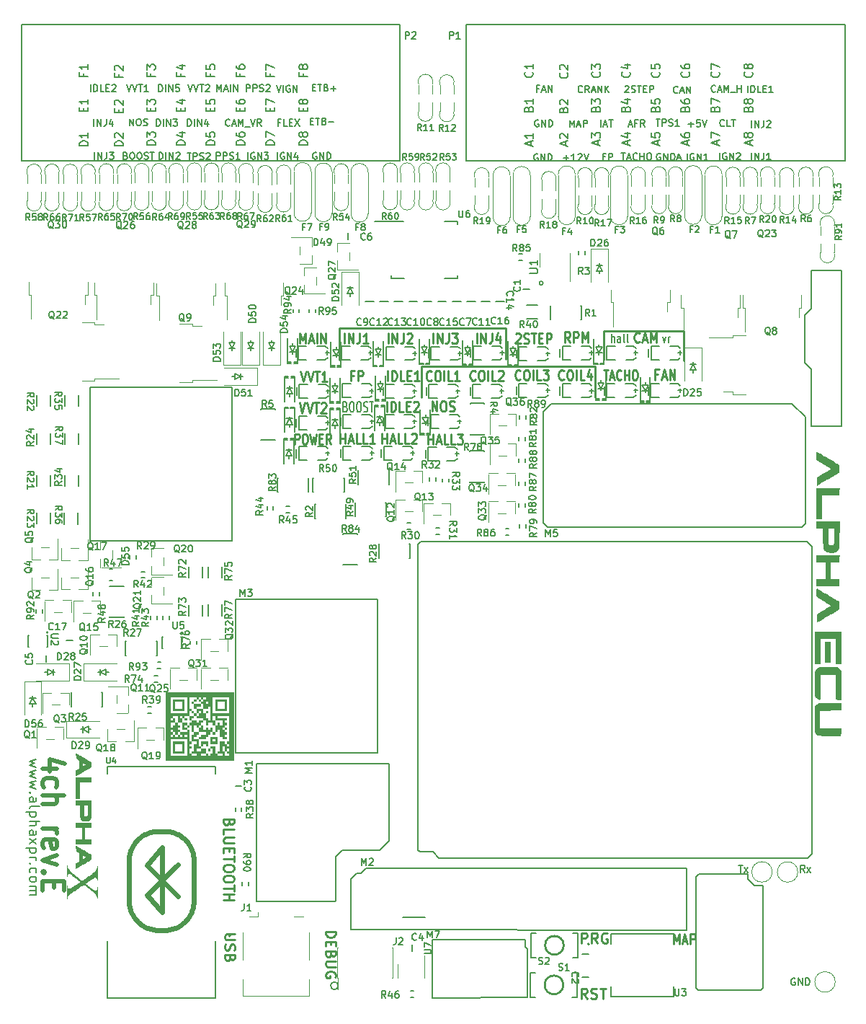
<source format=gto>
G04 #@! TF.GenerationSoftware,KiCad,Pcbnew,(6.0.1)*
G04 #@! TF.CreationDate,2022-08-21T23:27:26+03:00*
G04 #@! TF.ProjectId,alphax_4ch,616c7068-6178-45f3-9463-682e6b696361,a*
G04 #@! TF.SameCoordinates,PX141f5e0PYa2cace0*
G04 #@! TF.FileFunction,Legend,Top*
G04 #@! TF.FilePolarity,Positive*
%FSLAX46Y46*%
G04 Gerber Fmt 4.6, Leading zero omitted, Abs format (unit mm)*
G04 Created by KiCad (PCBNEW (6.0.1)) date 2022-08-21 23:27:26*
%MOMM*%
%LPD*%
G01*
G04 APERTURE LIST*
%ADD10C,0.250000*%
%ADD11C,0.170000*%
%ADD12C,0.200000*%
%ADD13C,0.500000*%
%ADD14C,0.225000*%
%ADD15C,0.127000*%
%ADD16C,0.150000*%
%ADD17C,0.120000*%
%ADD18C,0.099060*%
%ADD19C,0.203200*%
%ADD20C,0.254000*%
%ADD21C,0.631031*%
G04 APERTURE END LIST*
D10*
X37200000Y75250000D02*
X37200000Y79000000D01*
X68300000Y78650000D02*
X77700000Y78650000D01*
X77700000Y78650000D02*
X77700000Y75150000D01*
X46850000Y70800000D02*
X46850000Y74450000D01*
X67250000Y74450000D02*
X67250000Y70850000D01*
X37200000Y79000000D02*
X56750000Y79000000D01*
X46850000Y74450000D02*
X67250000Y74450000D01*
X68300000Y75250000D02*
X68300000Y78650000D01*
X56750000Y79000000D02*
X56750000Y75300000D01*
D11*
X30297619Y103107143D02*
X30030952Y103107143D01*
X30030952Y102688096D02*
X30030952Y103488096D01*
X30411904Y103488096D01*
X31097619Y102688096D02*
X30716666Y102688096D01*
X30716666Y103488096D01*
X31364285Y103107143D02*
X31630952Y103107143D01*
X31745238Y102688096D02*
X31364285Y102688096D01*
X31364285Y103488096D01*
X31745238Y103488096D01*
X32011904Y103488096D02*
X32545238Y102688096D01*
X32545238Y103488096D02*
X32011904Y102688096D01*
X85665308Y102538981D02*
X85665308Y103338981D01*
X86046260Y102538981D02*
X86046260Y103338981D01*
X86503403Y102538981D01*
X86503403Y103338981D01*
X87112927Y103338981D02*
X87112927Y102767552D01*
X87074831Y102653266D01*
X86998641Y102577076D01*
X86884355Y102538981D01*
X86808165Y102538981D01*
X87455784Y103262790D02*
X87493879Y103300885D01*
X87570070Y103338981D01*
X87760546Y103338981D01*
X87836736Y103300885D01*
X87874831Y103262790D01*
X87912927Y103186600D01*
X87912927Y103110409D01*
X87874831Y102996124D01*
X87417689Y102538981D01*
X87912927Y102538981D01*
X76993964Y106624177D02*
X76955869Y106586082D01*
X76841583Y106547987D01*
X76765392Y106547987D01*
X76651107Y106586082D01*
X76574916Y106662272D01*
X76536821Y106738463D01*
X76498726Y106890844D01*
X76498726Y107005130D01*
X76536821Y107157511D01*
X76574916Y107233701D01*
X76651107Y107309891D01*
X76765392Y107347987D01*
X76841583Y107347987D01*
X76955869Y107309891D01*
X76993964Y107271796D01*
X77298726Y106776558D02*
X77679678Y106776558D01*
X77222535Y106547987D02*
X77489202Y107347987D01*
X77755869Y106547987D01*
X78022535Y106547987D02*
X78022535Y107347987D01*
X78479678Y106547987D01*
X78479678Y107347987D01*
X60526726Y99395891D02*
X60450535Y99433987D01*
X60336250Y99433987D01*
X60221964Y99395891D01*
X60145773Y99319701D01*
X60107678Y99243511D01*
X60069583Y99091130D01*
X60069583Y98976844D01*
X60107678Y98824463D01*
X60145773Y98748272D01*
X60221964Y98672082D01*
X60336250Y98633987D01*
X60412440Y98633987D01*
X60526726Y98672082D01*
X60564821Y98710177D01*
X60564821Y98976844D01*
X60412440Y98976844D01*
X60907678Y98633987D02*
X60907678Y99433987D01*
X61364821Y98633987D01*
X61364821Y99433987D01*
X61745773Y98633987D02*
X61745773Y99433987D01*
X61936250Y99433987D01*
X62050535Y99395891D01*
X62126726Y99319701D01*
X62164821Y99243511D01*
X62202916Y99091130D01*
X62202916Y98976844D01*
X62164821Y98824463D01*
X62126726Y98748272D01*
X62050535Y98672082D01*
X61936250Y98633987D01*
X61745773Y98633987D01*
D12*
X75211904Y77964286D02*
X75402380Y77297620D01*
X75592857Y77964286D01*
X75897619Y77297620D02*
X75897619Y77964286D01*
X75897619Y77773810D02*
X75935714Y77869048D01*
X75973809Y77916667D01*
X76050000Y77964286D01*
X76126190Y77964286D01*
D11*
X19400000Y102688096D02*
X19400000Y103488096D01*
X19590476Y103488096D01*
X19704761Y103450000D01*
X19780952Y103373810D01*
X19819047Y103297620D01*
X19857142Y103145239D01*
X19857142Y103030953D01*
X19819047Y102878572D01*
X19780952Y102802381D01*
X19704761Y102726191D01*
X19590476Y102688096D01*
X19400000Y102688096D01*
X20200000Y102688096D02*
X20200000Y103488096D01*
X20580952Y102688096D02*
X20580952Y103488096D01*
X21038095Y102688096D01*
X21038095Y103488096D01*
X21761904Y103221429D02*
X21761904Y102688096D01*
X21571428Y103526191D02*
X21380952Y102954762D01*
X21876190Y102954762D01*
X26278571Y106738096D02*
X26278571Y107538096D01*
X26583333Y107538096D01*
X26659523Y107500000D01*
X26697619Y107461905D01*
X26735714Y107385715D01*
X26735714Y107271429D01*
X26697619Y107195239D01*
X26659523Y107157143D01*
X26583333Y107119048D01*
X26278571Y107119048D01*
X27078571Y106738096D02*
X27078571Y107538096D01*
X27383333Y107538096D01*
X27459523Y107500000D01*
X27497619Y107461905D01*
X27535714Y107385715D01*
X27535714Y107271429D01*
X27497619Y107195239D01*
X27459523Y107157143D01*
X27383333Y107119048D01*
X27078571Y107119048D01*
X27840476Y106776191D02*
X27954761Y106738096D01*
X28145238Y106738096D01*
X28221428Y106776191D01*
X28259523Y106814286D01*
X28297619Y106890477D01*
X28297619Y106966667D01*
X28259523Y107042858D01*
X28221428Y107080953D01*
X28145238Y107119048D01*
X27992857Y107157143D01*
X27916666Y107195239D01*
X27878571Y107233334D01*
X27840476Y107309524D01*
X27840476Y107385715D01*
X27878571Y107461905D01*
X27916666Y107500000D01*
X27992857Y107538096D01*
X28183333Y107538096D01*
X28297619Y107500000D01*
X28602380Y107461905D02*
X28640476Y107500000D01*
X28716666Y107538096D01*
X28907142Y107538096D01*
X28983333Y107500000D01*
X29021428Y107461905D01*
X29059523Y107385715D01*
X29059523Y107309524D01*
X29021428Y107195239D01*
X28564285Y106738096D01*
X29059523Y106738096D01*
D10*
X32630952Y73907143D02*
X32964285Y72707143D01*
X33297619Y73907143D01*
X33488095Y73907143D02*
X33821428Y72707143D01*
X34154761Y73907143D01*
X34345238Y73907143D02*
X34916666Y73907143D01*
X34630952Y72707143D02*
X34630952Y73907143D01*
X35773809Y72707143D02*
X35202380Y72707143D01*
X35488095Y72707143D02*
X35488095Y73907143D01*
X35392857Y73735715D01*
X35297619Y73621429D01*
X35202380Y73564286D01*
X57954761Y78242858D02*
X58002380Y78300000D01*
X58097619Y78357143D01*
X58335714Y78357143D01*
X58430952Y78300000D01*
X58478571Y78242858D01*
X58526190Y78128572D01*
X58526190Y78014286D01*
X58478571Y77842858D01*
X57907142Y77157143D01*
X58526190Y77157143D01*
X58907142Y77214286D02*
X59050000Y77157143D01*
X59288095Y77157143D01*
X59383333Y77214286D01*
X59430952Y77271429D01*
X59478571Y77385715D01*
X59478571Y77500000D01*
X59430952Y77614286D01*
X59383333Y77671429D01*
X59288095Y77728572D01*
X59097619Y77785715D01*
X59002380Y77842858D01*
X58954761Y77900000D01*
X58907142Y78014286D01*
X58907142Y78128572D01*
X58954761Y78242858D01*
X59002380Y78300000D01*
X59097619Y78357143D01*
X59335714Y78357143D01*
X59478571Y78300000D01*
X59764285Y78357143D02*
X60335714Y78357143D01*
X60050000Y77157143D02*
X60050000Y78357143D01*
X60669047Y77785715D02*
X61002380Y77785715D01*
X61145238Y77157143D02*
X60669047Y77157143D01*
X60669047Y78357143D01*
X61145238Y78357143D01*
X61573809Y77157143D02*
X61573809Y78357143D01*
X61954761Y78357143D01*
X62050000Y78300000D01*
X62097619Y78242858D01*
X62145238Y78128572D01*
X62145238Y77957143D01*
X62097619Y77842858D01*
X62050000Y77785715D01*
X61954761Y77728572D01*
X61573809Y77728572D01*
D11*
X12133333Y99207143D02*
X12247619Y99169048D01*
X12285714Y99130953D01*
X12323809Y99054762D01*
X12323809Y98940477D01*
X12285714Y98864286D01*
X12247619Y98826191D01*
X12171428Y98788096D01*
X11866666Y98788096D01*
X11866666Y99588096D01*
X12133333Y99588096D01*
X12209523Y99550000D01*
X12247619Y99511905D01*
X12285714Y99435715D01*
X12285714Y99359524D01*
X12247619Y99283334D01*
X12209523Y99245239D01*
X12133333Y99207143D01*
X11866666Y99207143D01*
X12819047Y99588096D02*
X12971428Y99588096D01*
X13047619Y99550000D01*
X13123809Y99473810D01*
X13161904Y99321429D01*
X13161904Y99054762D01*
X13123809Y98902381D01*
X13047619Y98826191D01*
X12971428Y98788096D01*
X12819047Y98788096D01*
X12742857Y98826191D01*
X12666666Y98902381D01*
X12628571Y99054762D01*
X12628571Y99321429D01*
X12666666Y99473810D01*
X12742857Y99550000D01*
X12819047Y99588096D01*
X13657142Y99588096D02*
X13809523Y99588096D01*
X13885714Y99550000D01*
X13961904Y99473810D01*
X14000000Y99321429D01*
X14000000Y99054762D01*
X13961904Y98902381D01*
X13885714Y98826191D01*
X13809523Y98788096D01*
X13657142Y98788096D01*
X13580952Y98826191D01*
X13504761Y98902381D01*
X13466666Y99054762D01*
X13466666Y99321429D01*
X13504761Y99473810D01*
X13580952Y99550000D01*
X13657142Y99588096D01*
X14304761Y98826191D02*
X14419047Y98788096D01*
X14609523Y98788096D01*
X14685714Y98826191D01*
X14723809Y98864286D01*
X14761904Y98940477D01*
X14761904Y99016667D01*
X14723809Y99092858D01*
X14685714Y99130953D01*
X14609523Y99169048D01*
X14457142Y99207143D01*
X14380952Y99245239D01*
X14342857Y99283334D01*
X14304761Y99359524D01*
X14304761Y99435715D01*
X14342857Y99511905D01*
X14380952Y99550000D01*
X14457142Y99588096D01*
X14647619Y99588096D01*
X14761904Y99550000D01*
X14990476Y99588096D02*
X15447619Y99588096D01*
X15219047Y98788096D02*
X15219047Y99588096D01*
D10*
X42816666Y69157143D02*
X42816666Y70357143D01*
X43292857Y69157143D02*
X43292857Y70357143D01*
X43530952Y70357143D01*
X43673809Y70300000D01*
X43769047Y70185715D01*
X43816666Y70071429D01*
X43864285Y69842858D01*
X43864285Y69671429D01*
X43816666Y69442858D01*
X43769047Y69328572D01*
X43673809Y69214286D01*
X43530952Y69157143D01*
X43292857Y69157143D01*
X44769047Y69157143D02*
X44292857Y69157143D01*
X44292857Y70357143D01*
X45102380Y69785715D02*
X45435714Y69785715D01*
X45578571Y69157143D02*
X45102380Y69157143D01*
X45102380Y70357143D01*
X45578571Y70357143D01*
X45959523Y70242858D02*
X46007142Y70300000D01*
X46102380Y70357143D01*
X46340476Y70357143D01*
X46435714Y70300000D01*
X46483333Y70242858D01*
X46530952Y70128572D01*
X46530952Y70014286D01*
X46483333Y69842858D01*
X45911904Y69157143D01*
X46530952Y69157143D01*
D12*
X69197619Y77297620D02*
X69197619Y78297620D01*
X69540476Y77297620D02*
X69540476Y77821429D01*
X69502380Y77916667D01*
X69426190Y77964286D01*
X69311904Y77964286D01*
X69235714Y77916667D01*
X69197619Y77869048D01*
X70264285Y77297620D02*
X70264285Y77821429D01*
X70226190Y77916667D01*
X70150000Y77964286D01*
X69997619Y77964286D01*
X69921428Y77916667D01*
X70264285Y77345239D02*
X70188095Y77297620D01*
X69997619Y77297620D01*
X69921428Y77345239D01*
X69883333Y77440477D01*
X69883333Y77535715D01*
X69921428Y77630953D01*
X69997619Y77678572D01*
X70188095Y77678572D01*
X70264285Y77726191D01*
X70759523Y77297620D02*
X70683333Y77345239D01*
X70645238Y77440477D01*
X70645238Y78297620D01*
X71178571Y77297620D02*
X71102380Y77345239D01*
X71064285Y77440477D01*
X71064285Y78297620D01*
D10*
X37350000Y65407143D02*
X37350000Y66607143D01*
X37350000Y66035715D02*
X37921428Y66035715D01*
X37921428Y65407143D02*
X37921428Y66607143D01*
X38350000Y65750000D02*
X38826190Y65750000D01*
X38254761Y65407143D02*
X38588095Y66607143D01*
X38921428Y65407143D01*
X39730952Y65407143D02*
X39254761Y65407143D01*
X39254761Y66607143D01*
X40540476Y65407143D02*
X40064285Y65407143D01*
X40064285Y66607143D01*
X41397619Y65407143D02*
X40826190Y65407143D01*
X41111904Y65407143D02*
X41111904Y66607143D01*
X41016666Y66435715D01*
X40921428Y66321429D01*
X40826190Y66264286D01*
X48269047Y77157143D02*
X48269047Y78357143D01*
X48745238Y77157143D02*
X48745238Y78357143D01*
X49316666Y77157143D01*
X49316666Y78357143D01*
X50078571Y78357143D02*
X50078571Y77500000D01*
X50030952Y77328572D01*
X49935714Y77214286D01*
X49792857Y77157143D01*
X49697619Y77157143D01*
X50459523Y78357143D02*
X51078571Y78357143D01*
X50745238Y77900000D01*
X50888095Y77900000D01*
X50983333Y77842858D01*
X51030952Y77785715D01*
X51078571Y77671429D01*
X51078571Y77385715D01*
X51030952Y77271429D01*
X50983333Y77214286D01*
X50888095Y77157143D01*
X50602380Y77157143D01*
X50507142Y77214286D01*
X50459523Y77271429D01*
X64338095Y77307143D02*
X64004761Y77878572D01*
X63766666Y77307143D02*
X63766666Y78507143D01*
X64147619Y78507143D01*
X64242857Y78450000D01*
X64290476Y78392858D01*
X64338095Y78278572D01*
X64338095Y78107143D01*
X64290476Y77992858D01*
X64242857Y77935715D01*
X64147619Y77878572D01*
X63766666Y77878572D01*
X64766666Y77307143D02*
X64766666Y78507143D01*
X65147619Y78507143D01*
X65242857Y78450000D01*
X65290476Y78392858D01*
X65338095Y78278572D01*
X65338095Y78107143D01*
X65290476Y77992858D01*
X65242857Y77935715D01*
X65147619Y77878572D01*
X64766666Y77878572D01*
X65766666Y77307143D02*
X65766666Y78507143D01*
X66100000Y77650000D01*
X66433333Y78507143D01*
X66433333Y77307143D01*
D11*
X70802031Y107354273D02*
X70840126Y107392368D01*
X70916317Y107430464D01*
X71106793Y107430464D01*
X71182983Y107392368D01*
X71221079Y107354273D01*
X71259174Y107278083D01*
X71259174Y107201892D01*
X71221079Y107087607D01*
X70763936Y106630464D01*
X71259174Y106630464D01*
X71563936Y106668559D02*
X71678222Y106630464D01*
X71868698Y106630464D01*
X71944888Y106668559D01*
X71982983Y106706654D01*
X72021079Y106782845D01*
X72021079Y106859035D01*
X71982983Y106935226D01*
X71944888Y106973321D01*
X71868698Y107011416D01*
X71716317Y107049511D01*
X71640126Y107087607D01*
X71602031Y107125702D01*
X71563936Y107201892D01*
X71563936Y107278083D01*
X71602031Y107354273D01*
X71640126Y107392368D01*
X71716317Y107430464D01*
X71906793Y107430464D01*
X72021079Y107392368D01*
X72249650Y107430464D02*
X72706793Y107430464D01*
X72478222Y106630464D02*
X72478222Y107430464D01*
X72973460Y107049511D02*
X73240126Y107049511D01*
X73354412Y106630464D02*
X72973460Y106630464D01*
X72973460Y107430464D01*
X73354412Y107430464D01*
X73697269Y106630464D02*
X73697269Y107430464D01*
X74002031Y107430464D01*
X74078222Y107392368D01*
X74116317Y107354273D01*
X74154412Y107278083D01*
X74154412Y107163797D01*
X74116317Y107087607D01*
X74078222Y107049511D01*
X74002031Y107011416D01*
X73697269Y107011416D01*
D10*
X37819047Y77207143D02*
X37819047Y78407143D01*
X38295238Y77207143D02*
X38295238Y78407143D01*
X38866666Y77207143D01*
X38866666Y78407143D01*
X39628571Y78407143D02*
X39628571Y77550000D01*
X39580952Y77378572D01*
X39485714Y77264286D01*
X39342857Y77207143D01*
X39247619Y77207143D01*
X40628571Y77207143D02*
X40057142Y77207143D01*
X40342857Y77207143D02*
X40342857Y78407143D01*
X40247619Y78235715D01*
X40152380Y78121429D01*
X40057142Y78064286D01*
D11*
X65796227Y106706654D02*
X65758132Y106668559D01*
X65643846Y106630464D01*
X65567655Y106630464D01*
X65453370Y106668559D01*
X65377179Y106744749D01*
X65339084Y106820940D01*
X65300989Y106973321D01*
X65300989Y107087607D01*
X65339084Y107239988D01*
X65377179Y107316178D01*
X65453370Y107392368D01*
X65567655Y107430464D01*
X65643846Y107430464D01*
X65758132Y107392368D01*
X65796227Y107354273D01*
X66596227Y106630464D02*
X66329560Y107011416D01*
X66139084Y106630464D02*
X66139084Y107430464D01*
X66443846Y107430464D01*
X66520036Y107392368D01*
X66558132Y107354273D01*
X66596227Y107278083D01*
X66596227Y107163797D01*
X66558132Y107087607D01*
X66520036Y107049511D01*
X66443846Y107011416D01*
X66139084Y107011416D01*
X66900989Y106859035D02*
X67281941Y106859035D01*
X66824798Y106630464D02*
X67091465Y107430464D01*
X67358132Y106630464D01*
X67624798Y106630464D02*
X67624798Y107430464D01*
X68081941Y106630464D01*
X68081941Y107430464D01*
X68462893Y106630464D02*
X68462893Y107430464D01*
X68920036Y106630464D02*
X68577179Y107087607D01*
X68920036Y107430464D02*
X68462893Y106973321D01*
D10*
X32530952Y70207143D02*
X32864285Y69007143D01*
X33197619Y70207143D01*
X33388095Y70207143D02*
X33721428Y69007143D01*
X34054761Y70207143D01*
X34245238Y70207143D02*
X34816666Y70207143D01*
X34530952Y69007143D02*
X34530952Y70207143D01*
X35102380Y70092858D02*
X35150000Y70150000D01*
X35245238Y70207143D01*
X35483333Y70207143D01*
X35578571Y70150000D01*
X35626190Y70092858D01*
X35673809Y69978572D01*
X35673809Y69864286D01*
X35626190Y69692858D01*
X35054761Y69007143D01*
X35673809Y69007143D01*
D11*
X64298735Y102584908D02*
X64298735Y103384908D01*
X64565401Y102813479D01*
X64832068Y103384908D01*
X64832068Y102584908D01*
X65174925Y102813479D02*
X65555878Y102813479D01*
X65098735Y102584908D02*
X65365401Y103384908D01*
X65632068Y102584908D01*
X65898735Y102584908D02*
X65898735Y103384908D01*
X66203497Y103384908D01*
X66279687Y103346812D01*
X66317782Y103308717D01*
X66355878Y103232527D01*
X66355878Y103118241D01*
X66317782Y103042051D01*
X66279687Y103003955D01*
X66203497Y102965860D01*
X65898735Y102965860D01*
D10*
X53204667Y72921429D02*
X53157048Y72864286D01*
X53014191Y72807143D01*
X52918953Y72807143D01*
X52776096Y72864286D01*
X52680858Y72978572D01*
X52633239Y73092858D01*
X52585620Y73321429D01*
X52585620Y73492858D01*
X52633239Y73721429D01*
X52680858Y73835715D01*
X52776096Y73950000D01*
X52918953Y74007143D01*
X53014191Y74007143D01*
X53157048Y73950000D01*
X53204667Y73892858D01*
X53823715Y74007143D02*
X54014191Y74007143D01*
X54109429Y73950000D01*
X54204667Y73835715D01*
X54252286Y73607143D01*
X54252286Y73207143D01*
X54204667Y72978572D01*
X54109429Y72864286D01*
X54014191Y72807143D01*
X53823715Y72807143D01*
X53728477Y72864286D01*
X53633239Y72978572D01*
X53585620Y73207143D01*
X53585620Y73607143D01*
X53633239Y73835715D01*
X53728477Y73950000D01*
X53823715Y74007143D01*
X54680858Y72807143D02*
X54680858Y74007143D01*
X55633239Y72807143D02*
X55157048Y72807143D01*
X55157048Y74007143D01*
X55918953Y73892858D02*
X55966572Y73950000D01*
X56061810Y74007143D01*
X56299905Y74007143D01*
X56395143Y73950000D01*
X56442762Y73892858D01*
X56490381Y73778572D01*
X56490381Y73664286D01*
X56442762Y73492858D01*
X55871334Y72807143D01*
X56490381Y72807143D01*
D11*
X84133809Y15899048D02*
X84602380Y15899048D01*
X84368095Y15079048D02*
X84368095Y15899048D01*
X84797619Y15079048D02*
X85227142Y15625715D01*
X84797619Y15625715D02*
X85227142Y15079048D01*
X63576726Y98938749D02*
X64186250Y98938749D01*
X63881488Y98633987D02*
X63881488Y99243511D01*
X64986250Y98633987D02*
X64529107Y98633987D01*
X64757678Y98633987D02*
X64757678Y99433987D01*
X64681488Y99319701D01*
X64605297Y99243511D01*
X64529107Y99205415D01*
X65291011Y99357796D02*
X65329107Y99395891D01*
X65405297Y99433987D01*
X65595773Y99433987D01*
X65671964Y99395891D01*
X65710059Y99357796D01*
X65748154Y99281606D01*
X65748154Y99205415D01*
X65710059Y99091130D01*
X65252916Y98633987D01*
X65748154Y98633987D01*
X65976726Y99433987D02*
X66243392Y98633987D01*
X66510059Y99433987D01*
X78086250Y98673987D02*
X78086250Y99473987D01*
X78886250Y99435891D02*
X78810059Y99473987D01*
X78695773Y99473987D01*
X78581488Y99435891D01*
X78505297Y99359701D01*
X78467202Y99283511D01*
X78429107Y99131130D01*
X78429107Y99016844D01*
X78467202Y98864463D01*
X78505297Y98788272D01*
X78581488Y98712082D01*
X78695773Y98673987D01*
X78771964Y98673987D01*
X78886250Y98712082D01*
X78924345Y98750177D01*
X78924345Y99016844D01*
X78771964Y99016844D01*
X79267202Y98673987D02*
X79267202Y99473987D01*
X79724345Y98673987D01*
X79724345Y99473987D01*
X80524345Y98673987D02*
X80067202Y98673987D01*
X80295773Y98673987D02*
X80295773Y99473987D01*
X80219583Y99359701D01*
X80143392Y99283511D01*
X80067202Y99245415D01*
X71236567Y102831965D02*
X71617520Y102831965D01*
X71160377Y102603394D02*
X71427043Y103403394D01*
X71693710Y102603394D01*
X72227043Y103022441D02*
X71960377Y103022441D01*
X71960377Y102603394D02*
X71960377Y103403394D01*
X72341329Y103403394D01*
X73103234Y102603394D02*
X72836567Y102984346D01*
X72646091Y102603394D02*
X72646091Y103403394D01*
X72950853Y103403394D01*
X73027043Y103365298D01*
X73065139Y103327203D01*
X73103234Y103251013D01*
X73103234Y103136727D01*
X73065139Y103060537D01*
X73027043Y103022441D01*
X72950853Y102984346D01*
X72646091Y102984346D01*
X7983333Y106738096D02*
X7983333Y107538096D01*
X8364285Y106738096D02*
X8364285Y107538096D01*
X8554761Y107538096D01*
X8669047Y107500000D01*
X8745238Y107423810D01*
X8783333Y107347620D01*
X8821428Y107195239D01*
X8821428Y107080953D01*
X8783333Y106928572D01*
X8745238Y106852381D01*
X8669047Y106776191D01*
X8554761Y106738096D01*
X8364285Y106738096D01*
X9545238Y106738096D02*
X9164285Y106738096D01*
X9164285Y107538096D01*
X9811904Y107157143D02*
X10078571Y107157143D01*
X10192857Y106738096D02*
X9811904Y106738096D01*
X9811904Y107538096D01*
X10192857Y107538096D01*
X10497619Y107461905D02*
X10535714Y107500000D01*
X10611904Y107538096D01*
X10802380Y107538096D01*
X10878571Y107500000D01*
X10916666Y107461905D01*
X10954761Y107385715D01*
X10954761Y107309524D01*
X10916666Y107195239D01*
X10459523Y106738096D01*
X10954761Y106738096D01*
D13*
X4035714Y27241667D02*
X2369047Y27241667D01*
X4988095Y27789286D02*
X3202380Y28336905D01*
X3202380Y26913096D01*
X2488095Y25051191D02*
X2369047Y25270239D01*
X2369047Y25708334D01*
X2488095Y25927381D01*
X2607142Y26036905D01*
X2845238Y26146429D01*
X3559523Y26146429D01*
X3797619Y26036905D01*
X3916666Y25927381D01*
X4035714Y25708334D01*
X4035714Y25270239D01*
X3916666Y25051191D01*
X2369047Y24065477D02*
X4869047Y24065477D01*
X2369047Y23079762D02*
X3678571Y23079762D01*
X3916666Y23189286D01*
X4035714Y23408334D01*
X4035714Y23736905D01*
X3916666Y23955953D01*
X3797619Y24065477D01*
X2369047Y20232143D02*
X4035714Y20232143D01*
X3559523Y20232143D02*
X3797619Y20122620D01*
X3916666Y20013096D01*
X4035714Y19794048D01*
X4035714Y19575000D01*
X2488095Y17932143D02*
X2369047Y18151191D01*
X2369047Y18589286D01*
X2488095Y18808334D01*
X2726190Y18917858D01*
X3678571Y18917858D01*
X3916666Y18808334D01*
X4035714Y18589286D01*
X4035714Y18151191D01*
X3916666Y17932143D01*
X3678571Y17822620D01*
X3440476Y17822620D01*
X3202380Y18917858D01*
X4035714Y17055953D02*
X2369047Y16508334D01*
X4035714Y15960715D01*
X2607142Y15084524D02*
X2488095Y14975000D01*
X2369047Y15084524D01*
X2488095Y15194048D01*
X2607142Y15084524D01*
X2369047Y15084524D01*
X3678571Y13989286D02*
X3678571Y13222620D01*
X2369047Y12894048D02*
X2369047Y13989286D01*
X4869047Y13989286D01*
X4869047Y12894048D01*
D10*
X38892857Y73409241D02*
X38559523Y73409241D01*
X38559523Y72780669D02*
X38559523Y73980669D01*
X39035714Y73980669D01*
X39416666Y72780669D02*
X39416666Y73980669D01*
X39797619Y73980669D01*
X39892857Y73923526D01*
X39940476Y73866384D01*
X39988095Y73752098D01*
X39988095Y73580669D01*
X39940476Y73466384D01*
X39892857Y73409241D01*
X39797619Y73352098D01*
X39416666Y73352098D01*
D11*
X60665767Y107070982D02*
X60399101Y107070982D01*
X60399101Y106651935D02*
X60399101Y107451935D01*
X60780053Y107451935D01*
X61046720Y106880506D02*
X61427672Y106880506D01*
X60970529Y106651935D02*
X61237196Y107451935D01*
X61503863Y106651935D01*
X61770529Y106651935D02*
X61770529Y107451935D01*
X62227672Y106651935D01*
X62227672Y107451935D01*
X8445238Y98788096D02*
X8445238Y99588096D01*
X8826190Y98788096D02*
X8826190Y99588096D01*
X9283333Y98788096D01*
X9283333Y99588096D01*
X9892857Y99588096D02*
X9892857Y99016667D01*
X9854761Y98902381D01*
X9778571Y98826191D01*
X9664285Y98788096D01*
X9588095Y98788096D01*
X10197619Y99588096D02*
X10692857Y99588096D01*
X10426190Y99283334D01*
X10540476Y99283334D01*
X10616666Y99245239D01*
X10654761Y99207143D01*
X10692857Y99130953D01*
X10692857Y98940477D01*
X10654761Y98864286D01*
X10616666Y98826191D01*
X10540476Y98788096D01*
X10311904Y98788096D01*
X10235714Y98826191D01*
X10197619Y98864286D01*
X60625366Y103377473D02*
X60549175Y103415569D01*
X60434890Y103415569D01*
X60320604Y103377473D01*
X60244413Y103301283D01*
X60206318Y103225093D01*
X60168223Y103072712D01*
X60168223Y102958426D01*
X60206318Y102806045D01*
X60244413Y102729854D01*
X60320604Y102653664D01*
X60434890Y102615569D01*
X60511080Y102615569D01*
X60625366Y102653664D01*
X60663461Y102691759D01*
X60663461Y102958426D01*
X60511080Y102958426D01*
X61006318Y102615569D02*
X61006318Y103415569D01*
X61463461Y102615569D01*
X61463461Y103415569D01*
X61844413Y102615569D02*
X61844413Y103415569D01*
X62034890Y103415569D01*
X62149175Y103377473D01*
X62225366Y103301283D01*
X62263461Y103225093D01*
X62301556Y103072712D01*
X62301556Y102958426D01*
X62263461Y102806045D01*
X62225366Y102729854D01*
X62149175Y102653664D01*
X62034890Y102615569D01*
X61844413Y102615569D01*
D10*
X72509523Y77371429D02*
X72461904Y77314286D01*
X72319047Y77257143D01*
X72223809Y77257143D01*
X72080952Y77314286D01*
X71985714Y77428572D01*
X71938095Y77542858D01*
X71890476Y77771429D01*
X71890476Y77942858D01*
X71938095Y78171429D01*
X71985714Y78285715D01*
X72080952Y78400000D01*
X72223809Y78457143D01*
X72319047Y78457143D01*
X72461904Y78400000D01*
X72509523Y78342858D01*
X72890476Y77600000D02*
X73366666Y77600000D01*
X72795238Y77257143D02*
X73128571Y78457143D01*
X73461904Y77257143D01*
X73795238Y77257143D02*
X73795238Y78457143D01*
X74128571Y77600000D01*
X74461904Y78457143D01*
X74461904Y77257143D01*
D11*
X81423809Y106764286D02*
X81385714Y106726191D01*
X81271428Y106688096D01*
X81195238Y106688096D01*
X81080952Y106726191D01*
X81004761Y106802381D01*
X80966666Y106878572D01*
X80928571Y107030953D01*
X80928571Y107145239D01*
X80966666Y107297620D01*
X81004761Y107373810D01*
X81080952Y107450000D01*
X81195238Y107488096D01*
X81271428Y107488096D01*
X81385714Y107450000D01*
X81423809Y107411905D01*
X81728571Y106916667D02*
X82109523Y106916667D01*
X81652380Y106688096D02*
X81919047Y107488096D01*
X82185714Y106688096D01*
X82452380Y106688096D02*
X82452380Y107488096D01*
X82719047Y106916667D01*
X82985714Y107488096D01*
X82985714Y106688096D01*
X83176190Y106611905D02*
X83785714Y106611905D01*
X83976190Y106688096D02*
X83976190Y107488096D01*
X83976190Y107107143D02*
X84433333Y107107143D01*
X84433333Y106688096D02*
X84433333Y107488096D01*
X16050000Y98788096D02*
X16050000Y99588096D01*
X16240476Y99588096D01*
X16354761Y99550000D01*
X16430952Y99473810D01*
X16469047Y99397620D01*
X16507142Y99245239D01*
X16507142Y99130953D01*
X16469047Y98978572D01*
X16430952Y98902381D01*
X16354761Y98826191D01*
X16240476Y98788096D01*
X16050000Y98788096D01*
X16850000Y98788096D02*
X16850000Y99588096D01*
X17230952Y98788096D02*
X17230952Y99588096D01*
X17688095Y98788096D01*
X17688095Y99588096D01*
X18030952Y99511905D02*
X18069047Y99550000D01*
X18145238Y99588096D01*
X18335714Y99588096D01*
X18411904Y99550000D01*
X18450000Y99511905D01*
X18488095Y99435715D01*
X18488095Y99359524D01*
X18450000Y99245239D01*
X17992857Y98788096D01*
X18488095Y98788096D01*
D10*
X42250000Y65407143D02*
X42250000Y66607143D01*
X42250000Y66035715D02*
X42821428Y66035715D01*
X42821428Y65407143D02*
X42821428Y66607143D01*
X43250000Y65750000D02*
X43726190Y65750000D01*
X43154761Y65407143D02*
X43488095Y66607143D01*
X43821428Y65407143D01*
X44630952Y65407143D02*
X44154761Y65407143D01*
X44154761Y66607143D01*
X45440476Y65407143D02*
X44964285Y65407143D01*
X44964285Y66607143D01*
X45726190Y66492858D02*
X45773809Y66550000D01*
X45869047Y66607143D01*
X46107142Y66607143D01*
X46202380Y66550000D01*
X46250000Y66492858D01*
X46297619Y66378572D01*
X46297619Y66264286D01*
X46250000Y66092858D01*
X45678571Y65407143D01*
X46297619Y65407143D01*
D11*
X12254761Y107538096D02*
X12521428Y106738096D01*
X12788095Y107538096D01*
X12940476Y107538096D02*
X13207142Y106738096D01*
X13473809Y107538096D01*
X13626190Y107538096D02*
X14083333Y107538096D01*
X13854761Y106738096D02*
X13854761Y107538096D01*
X14769047Y106738096D02*
X14311904Y106738096D01*
X14540476Y106738096D02*
X14540476Y107538096D01*
X14464285Y107423810D01*
X14388095Y107347620D01*
X14311904Y107309524D01*
X34540476Y99550000D02*
X34464285Y99588096D01*
X34350000Y99588096D01*
X34235714Y99550000D01*
X34159523Y99473810D01*
X34121428Y99397620D01*
X34083333Y99245239D01*
X34083333Y99130953D01*
X34121428Y98978572D01*
X34159523Y98902381D01*
X34235714Y98826191D01*
X34350000Y98788096D01*
X34426190Y98788096D01*
X34540476Y98826191D01*
X34578571Y98864286D01*
X34578571Y99130953D01*
X34426190Y99130953D01*
X34921428Y98788096D02*
X34921428Y99588096D01*
X35378571Y98788096D01*
X35378571Y99588096D01*
X35759523Y98788096D02*
X35759523Y99588096D01*
X35950000Y99588096D01*
X36064285Y99550000D01*
X36140476Y99473810D01*
X36178571Y99397620D01*
X36216666Y99245239D01*
X36216666Y99130953D01*
X36178571Y98978572D01*
X36140476Y98902381D01*
X36064285Y98826191D01*
X35950000Y98788096D01*
X35759523Y98788096D01*
X19454761Y107538096D02*
X19721428Y106738096D01*
X19988095Y107538096D01*
X20140476Y107538096D02*
X20407142Y106738096D01*
X20673809Y107538096D01*
X20826190Y107538096D02*
X21283333Y107538096D01*
X21054761Y106738096D02*
X21054761Y107538096D01*
X21511904Y107461905D02*
X21550000Y107500000D01*
X21626190Y107538096D01*
X21816666Y107538096D01*
X21892857Y107500000D01*
X21930952Y107461905D01*
X21969047Y107385715D01*
X21969047Y107309524D01*
X21930952Y107195239D01*
X21473809Y106738096D01*
X21969047Y106738096D01*
D10*
X47650000Y65307143D02*
X47650000Y66507143D01*
X47650000Y65935715D02*
X48221428Y65935715D01*
X48221428Y65307143D02*
X48221428Y66507143D01*
X48650000Y65650000D02*
X49126190Y65650000D01*
X48554761Y65307143D02*
X48888095Y66507143D01*
X49221428Y65307143D01*
X50030952Y65307143D02*
X49554761Y65307143D01*
X49554761Y66507143D01*
X50840476Y65307143D02*
X50364285Y65307143D01*
X50364285Y66507143D01*
X51078571Y66507143D02*
X51697619Y66507143D01*
X51364285Y66050000D01*
X51507142Y66050000D01*
X51602380Y65992858D01*
X51650000Y65935715D01*
X51697619Y65821429D01*
X51697619Y65535715D01*
X51650000Y65421429D01*
X51602380Y65364286D01*
X51507142Y65307143D01*
X51221428Y65307143D01*
X51126190Y65364286D01*
X51078571Y65421429D01*
D11*
X90775238Y2610000D02*
X90697142Y2649048D01*
X90580000Y2649048D01*
X90462857Y2610000D01*
X90384761Y2531905D01*
X90345714Y2453810D01*
X90306666Y2297620D01*
X90306666Y2180477D01*
X90345714Y2024286D01*
X90384761Y1946191D01*
X90462857Y1868096D01*
X90580000Y1829048D01*
X90658095Y1829048D01*
X90775238Y1868096D01*
X90814285Y1907143D01*
X90814285Y2180477D01*
X90658095Y2180477D01*
X91165714Y1829048D02*
X91165714Y2649048D01*
X91634285Y1829048D01*
X91634285Y2649048D01*
X92024761Y1829048D02*
X92024761Y2649048D01*
X92220000Y2649048D01*
X92337142Y2610000D01*
X92415238Y2531905D01*
X92454285Y2453810D01*
X92493333Y2297620D01*
X92493333Y2180477D01*
X92454285Y2024286D01*
X92415238Y1946191D01*
X92337142Y1868096D01*
X92220000Y1829048D01*
X92024761Y1829048D01*
X85686779Y98738096D02*
X85686779Y99538096D01*
X86067731Y98738096D02*
X86067731Y99538096D01*
X86524874Y98738096D01*
X86524874Y99538096D01*
X87134398Y99538096D02*
X87134398Y98966667D01*
X87096302Y98852381D01*
X87020112Y98776191D01*
X86905826Y98738096D01*
X86829636Y98738096D01*
X87934398Y98738096D02*
X87477255Y98738096D01*
X87705826Y98738096D02*
X87705826Y99538096D01*
X87629636Y99423810D01*
X87553445Y99347620D01*
X87477255Y99309524D01*
X12571428Y102738096D02*
X12571428Y103538096D01*
X13028571Y102738096D01*
X13028571Y103538096D01*
X13561904Y103538096D02*
X13714285Y103538096D01*
X13790476Y103500000D01*
X13866666Y103423810D01*
X13904761Y103271429D01*
X13904761Y103004762D01*
X13866666Y102852381D01*
X13790476Y102776191D01*
X13714285Y102738096D01*
X13561904Y102738096D01*
X13485714Y102776191D01*
X13409523Y102852381D01*
X13371428Y103004762D01*
X13371428Y103271429D01*
X13409523Y103423810D01*
X13485714Y103500000D01*
X13561904Y103538096D01*
X14209523Y102776191D02*
X14323809Y102738096D01*
X14514285Y102738096D01*
X14590476Y102776191D01*
X14628571Y102814286D01*
X14666666Y102890477D01*
X14666666Y102966667D01*
X14628571Y103042858D01*
X14590476Y103080953D01*
X14514285Y103119048D01*
X14361904Y103157143D01*
X14285714Y103195239D01*
X14247619Y103233334D01*
X14209523Y103309524D01*
X14209523Y103385715D01*
X14247619Y103461905D01*
X14285714Y103500000D01*
X14361904Y103538096D01*
X14552380Y103538096D01*
X14666666Y103500000D01*
X33828571Y103257143D02*
X34095238Y103257143D01*
X34209523Y102838096D02*
X33828571Y102838096D01*
X33828571Y103638096D01*
X34209523Y103638096D01*
X34438095Y103638096D02*
X34895238Y103638096D01*
X34666666Y102838096D02*
X34666666Y103638096D01*
X35428571Y103257143D02*
X35542857Y103219048D01*
X35580952Y103180953D01*
X35619047Y103104762D01*
X35619047Y102990477D01*
X35580952Y102914286D01*
X35542857Y102876191D01*
X35466666Y102838096D01*
X35161904Y102838096D01*
X35161904Y103638096D01*
X35428571Y103638096D01*
X35504761Y103600000D01*
X35542857Y103561905D01*
X35580952Y103485715D01*
X35580952Y103409524D01*
X35542857Y103333334D01*
X35504761Y103295239D01*
X35428571Y103257143D01*
X35161904Y103257143D01*
X35961904Y103142858D02*
X36571428Y103142858D01*
X34078571Y107207143D02*
X34345238Y107207143D01*
X34459523Y106788096D02*
X34078571Y106788096D01*
X34078571Y107588096D01*
X34459523Y107588096D01*
X34688095Y107588096D02*
X35145238Y107588096D01*
X34916666Y106788096D02*
X34916666Y107588096D01*
X35678571Y107207143D02*
X35792857Y107169048D01*
X35830952Y107130953D01*
X35869047Y107054762D01*
X35869047Y106940477D01*
X35830952Y106864286D01*
X35792857Y106826191D01*
X35716666Y106788096D01*
X35411904Y106788096D01*
X35411904Y107588096D01*
X35678571Y107588096D01*
X35754761Y107550000D01*
X35792857Y107511905D01*
X35830952Y107435715D01*
X35830952Y107359524D01*
X35792857Y107283334D01*
X35754761Y107245239D01*
X35678571Y107207143D01*
X35411904Y107207143D01*
X36211904Y107092858D02*
X36821428Y107092858D01*
X36516666Y106788096D02*
X36516666Y107397620D01*
X24350000Y102764286D02*
X24311904Y102726191D01*
X24197619Y102688096D01*
X24121428Y102688096D01*
X24007142Y102726191D01*
X23930952Y102802381D01*
X23892857Y102878572D01*
X23854761Y103030953D01*
X23854761Y103145239D01*
X23892857Y103297620D01*
X23930952Y103373810D01*
X24007142Y103450000D01*
X24121428Y103488096D01*
X24197619Y103488096D01*
X24311904Y103450000D01*
X24350000Y103411905D01*
X24654761Y102916667D02*
X25035714Y102916667D01*
X24578571Y102688096D02*
X24845238Y103488096D01*
X25111904Y102688096D01*
X25378571Y102688096D02*
X25378571Y103488096D01*
X25645238Y102916667D01*
X25911904Y103488096D01*
X25911904Y102688096D01*
X26102380Y102611905D02*
X26711904Y102611905D01*
X26788095Y103488096D02*
X27054761Y102688096D01*
X27321428Y103488096D01*
X28045238Y102688096D02*
X27778571Y103069048D01*
X27588095Y102688096D02*
X27588095Y103488096D01*
X27892857Y103488096D01*
X27969047Y103450000D01*
X28007142Y103411905D01*
X28045238Y103335715D01*
X28045238Y103221429D01*
X28007142Y103145239D01*
X27969047Y103107143D01*
X27892857Y103069048D01*
X27588095Y103069048D01*
X22778571Y98788096D02*
X22778571Y99588096D01*
X23083333Y99588096D01*
X23159523Y99550000D01*
X23197619Y99511905D01*
X23235714Y99435715D01*
X23235714Y99321429D01*
X23197619Y99245239D01*
X23159523Y99207143D01*
X23083333Y99169048D01*
X22778571Y99169048D01*
X23578571Y98788096D02*
X23578571Y99588096D01*
X23883333Y99588096D01*
X23959523Y99550000D01*
X23997619Y99511905D01*
X24035714Y99435715D01*
X24035714Y99321429D01*
X23997619Y99245239D01*
X23959523Y99207143D01*
X23883333Y99169048D01*
X23578571Y99169048D01*
X24340476Y98826191D02*
X24454761Y98788096D01*
X24645238Y98788096D01*
X24721428Y98826191D01*
X24759523Y98864286D01*
X24797619Y98940477D01*
X24797619Y99016667D01*
X24759523Y99092858D01*
X24721428Y99130953D01*
X24645238Y99169048D01*
X24492857Y99207143D01*
X24416666Y99245239D01*
X24378571Y99283334D01*
X24340476Y99359524D01*
X24340476Y99435715D01*
X24378571Y99511905D01*
X24416666Y99550000D01*
X24492857Y99588096D01*
X24683333Y99588096D01*
X24797619Y99550000D01*
X25559523Y98788096D02*
X25102380Y98788096D01*
X25330952Y98788096D02*
X25330952Y99588096D01*
X25254761Y99473810D01*
X25178571Y99397620D01*
X25102380Y99359524D01*
D10*
X53369047Y77207143D02*
X53369047Y78407143D01*
X53845238Y77207143D02*
X53845238Y78407143D01*
X54416666Y77207143D01*
X54416666Y78407143D01*
X55178571Y78407143D02*
X55178571Y77550000D01*
X55130952Y77378572D01*
X55035714Y77264286D01*
X54892857Y77207143D01*
X54797619Y77207143D01*
X56083333Y78007143D02*
X56083333Y77207143D01*
X55845238Y78464286D02*
X55607142Y77607143D01*
X56226190Y77607143D01*
X65675714Y6767143D02*
X65675714Y7967143D01*
X66132857Y7967143D01*
X66247142Y7910000D01*
X66304285Y7852858D01*
X66361428Y7738572D01*
X66361428Y7567143D01*
X66304285Y7452858D01*
X66247142Y7395715D01*
X66132857Y7338572D01*
X65675714Y7338572D01*
X67561428Y6767143D02*
X67161428Y7338572D01*
X66875714Y6767143D02*
X66875714Y7967143D01*
X67332857Y7967143D01*
X67447142Y7910000D01*
X67504285Y7852858D01*
X67561428Y7738572D01*
X67561428Y7567143D01*
X67504285Y7452858D01*
X67447142Y7395715D01*
X67332857Y7338572D01*
X66875714Y7338572D01*
X68704285Y7910000D02*
X68590000Y7967143D01*
X68418571Y7967143D01*
X68247142Y7910000D01*
X68132857Y7795715D01*
X68075714Y7681429D01*
X68018571Y7452858D01*
X68018571Y7281429D01*
X68075714Y7052858D01*
X68132857Y6938572D01*
X68247142Y6824286D01*
X68418571Y6767143D01*
X68532857Y6767143D01*
X68704285Y6824286D01*
X68761428Y6881429D01*
X68761428Y7281429D01*
X68532857Y7281429D01*
D11*
X19359523Y99538096D02*
X19816666Y99538096D01*
X19588095Y98738096D02*
X19588095Y99538096D01*
X20083333Y98738096D02*
X20083333Y99538096D01*
X20388095Y99538096D01*
X20464285Y99500000D01*
X20502380Y99461905D01*
X20540476Y99385715D01*
X20540476Y99271429D01*
X20502380Y99195239D01*
X20464285Y99157143D01*
X20388095Y99119048D01*
X20083333Y99119048D01*
X20845238Y98776191D02*
X20959523Y98738096D01*
X21150000Y98738096D01*
X21226190Y98776191D01*
X21264285Y98814286D01*
X21302380Y98890477D01*
X21302380Y98966667D01*
X21264285Y99042858D01*
X21226190Y99080953D01*
X21150000Y99119048D01*
X20997619Y99157143D01*
X20921428Y99195239D01*
X20883333Y99233334D01*
X20845238Y99309524D01*
X20845238Y99385715D01*
X20883333Y99461905D01*
X20921428Y99500000D01*
X20997619Y99538096D01*
X21188095Y99538096D01*
X21302380Y99500000D01*
X21607142Y99461905D02*
X21645238Y99500000D01*
X21721428Y99538096D01*
X21911904Y99538096D01*
X21988095Y99500000D01*
X22026190Y99461905D01*
X22064285Y99385715D01*
X22064285Y99309524D01*
X22026190Y99195239D01*
X21569047Y98738096D01*
X22064285Y98738096D01*
X78248176Y102908156D02*
X78857700Y102908156D01*
X78552938Y102603394D02*
X78552938Y103212918D01*
X79619605Y103403394D02*
X79238652Y103403394D01*
X79200557Y103022441D01*
X79238652Y103060537D01*
X79314843Y103098632D01*
X79505319Y103098632D01*
X79581509Y103060537D01*
X79619605Y103022441D01*
X79657700Y102946251D01*
X79657700Y102755775D01*
X79619605Y102679584D01*
X79581509Y102641489D01*
X79505319Y102603394D01*
X79314843Y102603394D01*
X79238652Y102641489D01*
X79200557Y102679584D01*
X79886271Y103403394D02*
X80152938Y102603394D01*
X80419605Y103403394D01*
X67954266Y102612820D02*
X67954266Y103412820D01*
X68297124Y102841391D02*
X68678076Y102841391D01*
X68220933Y102612820D02*
X68487600Y103412820D01*
X68754266Y102612820D01*
X68906647Y103412820D02*
X69363790Y103412820D01*
X69135219Y102612820D02*
X69135219Y103412820D01*
X85217520Y106639911D02*
X85217520Y107439911D01*
X85598472Y106639911D02*
X85598472Y107439911D01*
X85788948Y107439911D01*
X85903234Y107401815D01*
X85979425Y107325625D01*
X86017520Y107249435D01*
X86055615Y107097054D01*
X86055615Y106982768D01*
X86017520Y106830387D01*
X85979425Y106754196D01*
X85903234Y106678006D01*
X85788948Y106639911D01*
X85598472Y106639911D01*
X86779425Y106639911D02*
X86398472Y106639911D01*
X86398472Y107439911D01*
X87046091Y107058958D02*
X87312758Y107058958D01*
X87427044Y106639911D02*
X87046091Y106639911D01*
X87046091Y107439911D01*
X87427044Y107439911D01*
X88188948Y106639911D02*
X87731806Y106639911D01*
X87960377Y106639911D02*
X87960377Y107439911D01*
X87884187Y107325625D01*
X87807996Y107249435D01*
X87731806Y107211339D01*
X29950000Y98788096D02*
X29950000Y99588096D01*
X30750000Y99550000D02*
X30673809Y99588096D01*
X30559523Y99588096D01*
X30445238Y99550000D01*
X30369047Y99473810D01*
X30330952Y99397620D01*
X30292857Y99245239D01*
X30292857Y99130953D01*
X30330952Y98978572D01*
X30369047Y98902381D01*
X30445238Y98826191D01*
X30559523Y98788096D01*
X30635714Y98788096D01*
X30750000Y98826191D01*
X30788095Y98864286D01*
X30788095Y99130953D01*
X30635714Y99130953D01*
X31130952Y98788096D02*
X31130952Y99588096D01*
X31588095Y98788096D01*
X31588095Y99588096D01*
X32311904Y99321429D02*
X32311904Y98788096D01*
X32121428Y99626191D02*
X31930952Y99054762D01*
X32426190Y99054762D01*
D10*
X24957142Y7814286D02*
X23985714Y7814286D01*
X23871428Y7757143D01*
X23814285Y7700000D01*
X23757142Y7585715D01*
X23757142Y7357143D01*
X23814285Y7242858D01*
X23871428Y7185715D01*
X23985714Y7128572D01*
X24957142Y7128572D01*
X23814285Y6614286D02*
X23757142Y6442858D01*
X23757142Y6157143D01*
X23814285Y6042858D01*
X23871428Y5985715D01*
X23985714Y5928572D01*
X24100000Y5928572D01*
X24214285Y5985715D01*
X24271428Y6042858D01*
X24328571Y6157143D01*
X24385714Y6385715D01*
X24442857Y6500000D01*
X24500000Y6557143D01*
X24614285Y6614286D01*
X24728571Y6614286D01*
X24842857Y6557143D01*
X24900000Y6500000D01*
X24957142Y6385715D01*
X24957142Y6100000D01*
X24900000Y5928572D01*
X24385714Y5014286D02*
X24328571Y4842858D01*
X24271428Y4785715D01*
X24157142Y4728572D01*
X23985714Y4728572D01*
X23871428Y4785715D01*
X23814285Y4842858D01*
X23757142Y4957143D01*
X23757142Y5414286D01*
X24957142Y5414286D01*
X24957142Y5014286D01*
X24900000Y4900000D01*
X24842857Y4842858D01*
X24728571Y4785715D01*
X24614285Y4785715D01*
X24500000Y4842858D01*
X24442857Y4900000D01*
X24385714Y5014286D01*
X24385714Y5414286D01*
X74678477Y73535715D02*
X74345143Y73535715D01*
X74345143Y72907143D02*
X74345143Y74107143D01*
X74821334Y74107143D01*
X75154667Y73250000D02*
X75630858Y73250000D01*
X75059429Y72907143D02*
X75392762Y74107143D01*
X75726096Y72907143D01*
X76059429Y72907143D02*
X76059429Y74107143D01*
X76630858Y72907143D01*
X76630858Y74107143D01*
X35607142Y8135715D02*
X36807142Y8135715D01*
X36807142Y7850000D01*
X36750000Y7678572D01*
X36635714Y7564286D01*
X36521428Y7507143D01*
X36292857Y7450000D01*
X36121428Y7450000D01*
X35892857Y7507143D01*
X35778571Y7564286D01*
X35664285Y7678572D01*
X35607142Y7850000D01*
X35607142Y8135715D01*
X36235714Y6935715D02*
X36235714Y6535715D01*
X35607142Y6364286D02*
X35607142Y6935715D01*
X36807142Y6935715D01*
X36807142Y6364286D01*
X36235714Y5450000D02*
X36178571Y5278572D01*
X36121428Y5221429D01*
X36007142Y5164286D01*
X35835714Y5164286D01*
X35721428Y5221429D01*
X35664285Y5278572D01*
X35607142Y5392858D01*
X35607142Y5850000D01*
X36807142Y5850000D01*
X36807142Y5450000D01*
X36750000Y5335715D01*
X36692857Y5278572D01*
X36578571Y5221429D01*
X36464285Y5221429D01*
X36350000Y5278572D01*
X36292857Y5335715D01*
X36235714Y5450000D01*
X36235714Y5850000D01*
X36807142Y4650000D02*
X35835714Y4650000D01*
X35721428Y4592858D01*
X35664285Y4535715D01*
X35607142Y4421429D01*
X35607142Y4192858D01*
X35664285Y4078572D01*
X35721428Y4021429D01*
X35835714Y3964286D01*
X36807142Y3964286D01*
X36750000Y2764286D02*
X36807142Y2878572D01*
X36807142Y3050000D01*
X36750000Y3221429D01*
X36635714Y3335715D01*
X36521428Y3392858D01*
X36292857Y3450000D01*
X36121428Y3450000D01*
X35892857Y3392858D01*
X35778571Y3335715D01*
X35664285Y3221429D01*
X35607142Y3050000D01*
X35607142Y2935715D01*
X35664285Y2764286D01*
X35721428Y2707143D01*
X36121428Y2707143D01*
X36121428Y2935715D01*
D11*
X82438483Y102722525D02*
X82400388Y102684430D01*
X82286102Y102646335D01*
X82209912Y102646335D01*
X82095626Y102684430D01*
X82019436Y102760620D01*
X81981340Y102836811D01*
X81943245Y102989192D01*
X81943245Y103103478D01*
X81981340Y103255859D01*
X82019436Y103332049D01*
X82095626Y103408239D01*
X82209912Y103446335D01*
X82286102Y103446335D01*
X82400388Y103408239D01*
X82438483Y103370144D01*
X83162293Y102646335D02*
X82781340Y102646335D01*
X82781340Y103446335D01*
X83314674Y103446335D02*
X83771816Y103446335D01*
X83543245Y102646335D02*
X83543245Y103446335D01*
D10*
X58516666Y72971429D02*
X58469047Y72914286D01*
X58326190Y72857143D01*
X58230952Y72857143D01*
X58088095Y72914286D01*
X57992857Y73028572D01*
X57945238Y73142858D01*
X57897619Y73371429D01*
X57897619Y73542858D01*
X57945238Y73771429D01*
X57992857Y73885715D01*
X58088095Y74000000D01*
X58230952Y74057143D01*
X58326190Y74057143D01*
X58469047Y74000000D01*
X58516666Y73942858D01*
X59135714Y74057143D02*
X59326190Y74057143D01*
X59421428Y74000000D01*
X59516666Y73885715D01*
X59564285Y73657143D01*
X59564285Y73257143D01*
X59516666Y73028572D01*
X59421428Y72914286D01*
X59326190Y72857143D01*
X59135714Y72857143D01*
X59040476Y72914286D01*
X58945238Y73028572D01*
X58897619Y73257143D01*
X58897619Y73657143D01*
X58945238Y73885715D01*
X59040476Y74000000D01*
X59135714Y74057143D01*
X59992857Y72857143D02*
X59992857Y74057143D01*
X60945238Y72857143D02*
X60469047Y72857143D01*
X60469047Y74057143D01*
X61183333Y74057143D02*
X61802380Y74057143D01*
X61469047Y73600000D01*
X61611904Y73600000D01*
X61707142Y73542858D01*
X61754761Y73485715D01*
X61802380Y73371429D01*
X61802380Y73085715D01*
X61754761Y72971429D01*
X61707142Y72914286D01*
X61611904Y72857143D01*
X61326190Y72857143D01*
X61230952Y72914286D01*
X61183333Y72971429D01*
X32576190Y77207143D02*
X32576190Y78407143D01*
X32909523Y77550000D01*
X33242857Y78407143D01*
X33242857Y77207143D01*
X33671428Y77550000D02*
X34147619Y77550000D01*
X33576190Y77207143D02*
X33909523Y78407143D01*
X34242857Y77207143D01*
X34576190Y77207143D02*
X34576190Y78407143D01*
X35052380Y77207143D02*
X35052380Y78407143D01*
X35623809Y77207143D01*
X35623809Y78407143D01*
D11*
X29823809Y107488096D02*
X30090476Y106688096D01*
X30357142Y107488096D01*
X30623809Y106688096D02*
X30623809Y107488096D01*
X31423809Y107450000D02*
X31347619Y107488096D01*
X31233333Y107488096D01*
X31119047Y107450000D01*
X31042857Y107373810D01*
X31004761Y107297620D01*
X30966666Y107145239D01*
X30966666Y107030953D01*
X31004761Y106878572D01*
X31042857Y106802381D01*
X31119047Y106726191D01*
X31233333Y106688096D01*
X31309523Y106688096D01*
X31423809Y106726191D01*
X31461904Y106764286D01*
X31461904Y107030953D01*
X31309523Y107030953D01*
X31804761Y106688096D02*
X31804761Y107488096D01*
X32261904Y106688096D01*
X32261904Y107488096D01*
X81920028Y98738643D02*
X81920028Y99538643D01*
X82720028Y99500547D02*
X82643837Y99538643D01*
X82529551Y99538643D01*
X82415266Y99500547D01*
X82339075Y99424357D01*
X82300980Y99348167D01*
X82262885Y99195786D01*
X82262885Y99081500D01*
X82300980Y98929119D01*
X82339075Y98852928D01*
X82415266Y98776738D01*
X82529551Y98738643D01*
X82605742Y98738643D01*
X82720028Y98776738D01*
X82758123Y98814833D01*
X82758123Y99081500D01*
X82605742Y99081500D01*
X83100980Y98738643D02*
X83100980Y99538643D01*
X83558123Y98738643D01*
X83558123Y99538643D01*
X83900980Y99462452D02*
X83939075Y99500547D01*
X84015266Y99538643D01*
X84205742Y99538643D01*
X84281932Y99500547D01*
X84320028Y99462452D01*
X84358123Y99386262D01*
X84358123Y99310071D01*
X84320028Y99195786D01*
X83862885Y98738643D01*
X84358123Y98738643D01*
X70360377Y99517172D02*
X70817520Y99517172D01*
X70588948Y98717172D02*
X70588948Y99517172D01*
X71046091Y98945743D02*
X71427043Y98945743D01*
X70969901Y98717172D02*
X71236567Y99517172D01*
X71503234Y98717172D01*
X72227043Y98793362D02*
X72188948Y98755267D01*
X72074662Y98717172D01*
X71998472Y98717172D01*
X71884186Y98755267D01*
X71807996Y98831457D01*
X71769901Y98907648D01*
X71731805Y99060029D01*
X71731805Y99174315D01*
X71769901Y99326696D01*
X71807996Y99402886D01*
X71884186Y99479076D01*
X71998472Y99517172D01*
X72074662Y99517172D01*
X72188948Y99479076D01*
X72227043Y99440981D01*
X72569901Y98717172D02*
X72569901Y99517172D01*
X72569901Y99136219D02*
X73027043Y99136219D01*
X73027043Y98717172D02*
X73027043Y99517172D01*
X73560377Y99517172D02*
X73712758Y99517172D01*
X73788948Y99479076D01*
X73865139Y99402886D01*
X73903234Y99250505D01*
X73903234Y98983838D01*
X73865139Y98831457D01*
X73788948Y98755267D01*
X73712758Y98717172D01*
X73560377Y98717172D01*
X73484186Y98755267D01*
X73407996Y98831457D01*
X73369901Y98983838D01*
X73369901Y99250505D01*
X73407996Y99402886D01*
X73484186Y99479076D01*
X73560377Y99517172D01*
D10*
X66352857Y247143D02*
X65952857Y818572D01*
X65667142Y247143D02*
X65667142Y1447143D01*
X66124285Y1447143D01*
X66238571Y1390000D01*
X66295714Y1332858D01*
X66352857Y1218572D01*
X66352857Y1047143D01*
X66295714Y932858D01*
X66238571Y875715D01*
X66124285Y818572D01*
X65667142Y818572D01*
X66810000Y304286D02*
X66981428Y247143D01*
X67267142Y247143D01*
X67381428Y304286D01*
X67438571Y361429D01*
X67495714Y475715D01*
X67495714Y590000D01*
X67438571Y704286D01*
X67381428Y761429D01*
X67267142Y818572D01*
X67038571Y875715D01*
X66924285Y932858D01*
X66867142Y990000D01*
X66810000Y1104286D01*
X66810000Y1218572D01*
X66867142Y1332858D01*
X66924285Y1390000D01*
X67038571Y1447143D01*
X67324285Y1447143D01*
X67495714Y1390000D01*
X67838571Y1447143D02*
X68524285Y1447143D01*
X68181428Y247143D02*
X68181428Y1447143D01*
D11*
X74974916Y99436134D02*
X74898725Y99474230D01*
X74784439Y99474230D01*
X74670154Y99436134D01*
X74593963Y99359944D01*
X74555868Y99283754D01*
X74517773Y99131373D01*
X74517773Y99017087D01*
X74555868Y98864706D01*
X74593963Y98788515D01*
X74670154Y98712325D01*
X74784439Y98674230D01*
X74860630Y98674230D01*
X74974916Y98712325D01*
X75013011Y98750420D01*
X75013011Y99017087D01*
X74860630Y99017087D01*
X75355868Y98674230D02*
X75355868Y99474230D01*
X75813011Y98674230D01*
X75813011Y99474230D01*
X76193963Y98674230D02*
X76193963Y99474230D01*
X76384439Y99474230D01*
X76498725Y99436134D01*
X76574916Y99359944D01*
X76613011Y99283754D01*
X76651106Y99131373D01*
X76651106Y99017087D01*
X76613011Y98864706D01*
X76574916Y98788515D01*
X76498725Y98712325D01*
X76384439Y98674230D01*
X76193963Y98674230D01*
X76955868Y98902801D02*
X77336820Y98902801D01*
X76879677Y98674230D02*
X77146344Y99474230D01*
X77413011Y98674230D01*
D12*
X1607142Y28328572D02*
X807142Y28100000D01*
X1378571Y27871429D01*
X807142Y27642858D01*
X1607142Y27414286D01*
X1607142Y27071429D02*
X807142Y26842858D01*
X1378571Y26614286D01*
X807142Y26385715D01*
X1607142Y26157143D01*
X1607142Y25814286D02*
X807142Y25585715D01*
X1378571Y25357143D01*
X807142Y25128572D01*
X1607142Y24900000D01*
X921428Y24442858D02*
X864285Y24385715D01*
X807142Y24442858D01*
X864285Y24500000D01*
X921428Y24442858D01*
X807142Y24442858D01*
X807142Y23357143D02*
X1435714Y23357143D01*
X1550000Y23414286D01*
X1607142Y23528572D01*
X1607142Y23757143D01*
X1550000Y23871429D01*
X864285Y23357143D02*
X807142Y23471429D01*
X807142Y23757143D01*
X864285Y23871429D01*
X978571Y23928572D01*
X1092857Y23928572D01*
X1207142Y23871429D01*
X1264285Y23757143D01*
X1264285Y23471429D01*
X1321428Y23357143D01*
X807142Y22614286D02*
X864285Y22728572D01*
X978571Y22785715D01*
X2007142Y22785715D01*
X1607142Y22157143D02*
X407142Y22157143D01*
X1550000Y22157143D02*
X1607142Y22042858D01*
X1607142Y21814286D01*
X1550000Y21700000D01*
X1492857Y21642858D01*
X1378571Y21585715D01*
X1035714Y21585715D01*
X921428Y21642858D01*
X864285Y21700000D01*
X807142Y21814286D01*
X807142Y22042858D01*
X864285Y22157143D01*
X807142Y21071429D02*
X2007142Y21071429D01*
X807142Y20557143D02*
X1435714Y20557143D01*
X1550000Y20614286D01*
X1607142Y20728572D01*
X1607142Y20900000D01*
X1550000Y21014286D01*
X1492857Y21071429D01*
X807142Y19471429D02*
X1435714Y19471429D01*
X1550000Y19528572D01*
X1607142Y19642858D01*
X1607142Y19871429D01*
X1550000Y19985715D01*
X864285Y19471429D02*
X807142Y19585715D01*
X807142Y19871429D01*
X864285Y19985715D01*
X978571Y20042858D01*
X1092857Y20042858D01*
X1207142Y19985715D01*
X1264285Y19871429D01*
X1264285Y19585715D01*
X1321428Y19471429D01*
X807142Y19014286D02*
X1607142Y18385715D01*
X1607142Y19014286D02*
X807142Y18385715D01*
X1607142Y17928572D02*
X407142Y17928572D01*
X1550000Y17928572D02*
X1607142Y17814286D01*
X1607142Y17585715D01*
X1550000Y17471429D01*
X1492857Y17414286D01*
X1378571Y17357143D01*
X1035714Y17357143D01*
X921428Y17414286D01*
X864285Y17471429D01*
X807142Y17585715D01*
X807142Y17814286D01*
X864285Y17928572D01*
X807142Y16842858D02*
X1607142Y16842858D01*
X1378571Y16842858D02*
X1492857Y16785715D01*
X1550000Y16728572D01*
X1607142Y16614286D01*
X1607142Y16500000D01*
X921428Y16100000D02*
X864285Y16042858D01*
X807142Y16100000D01*
X864285Y16157143D01*
X921428Y16100000D01*
X807142Y16100000D01*
X864285Y15014286D02*
X807142Y15128572D01*
X807142Y15357143D01*
X864285Y15471429D01*
X921428Y15528572D01*
X1035714Y15585715D01*
X1378571Y15585715D01*
X1492857Y15528572D01*
X1550000Y15471429D01*
X1607142Y15357143D01*
X1607142Y15128572D01*
X1550000Y15014286D01*
X807142Y14328572D02*
X864285Y14442858D01*
X921428Y14500000D01*
X1035714Y14557143D01*
X1378571Y14557143D01*
X1492857Y14500000D01*
X1550000Y14442858D01*
X1607142Y14328572D01*
X1607142Y14157143D01*
X1550000Y14042858D01*
X1492857Y13985715D01*
X1378571Y13928572D01*
X1035714Y13928572D01*
X921428Y13985715D01*
X864285Y14042858D01*
X807142Y14157143D01*
X807142Y14328572D01*
X807142Y13414286D02*
X1607142Y13414286D01*
X1492857Y13414286D02*
X1550000Y13357143D01*
X1607142Y13242858D01*
X1607142Y13071429D01*
X1550000Y12957143D01*
X1435714Y12900000D01*
X807142Y12900000D01*
X1435714Y12900000D02*
X1550000Y12842858D01*
X1607142Y12728572D01*
X1607142Y12557143D01*
X1550000Y12442858D01*
X1435714Y12385715D01*
X807142Y12385715D01*
D10*
X63616666Y72971429D02*
X63569047Y72914286D01*
X63426190Y72857143D01*
X63330952Y72857143D01*
X63188095Y72914286D01*
X63092857Y73028572D01*
X63045238Y73142858D01*
X62997619Y73371429D01*
X62997619Y73542858D01*
X63045238Y73771429D01*
X63092857Y73885715D01*
X63188095Y74000000D01*
X63330952Y74057143D01*
X63426190Y74057143D01*
X63569047Y74000000D01*
X63616666Y73942858D01*
X64235714Y74057143D02*
X64426190Y74057143D01*
X64521428Y74000000D01*
X64616666Y73885715D01*
X64664285Y73657143D01*
X64664285Y73257143D01*
X64616666Y73028572D01*
X64521428Y72914286D01*
X64426190Y72857143D01*
X64235714Y72857143D01*
X64140476Y72914286D01*
X64045238Y73028572D01*
X63997619Y73257143D01*
X63997619Y73657143D01*
X64045238Y73885715D01*
X64140476Y74000000D01*
X64235714Y74057143D01*
X65092857Y72857143D02*
X65092857Y74057143D01*
X66045238Y72857143D02*
X65569047Y72857143D01*
X65569047Y74057143D01*
X66807142Y73657143D02*
X66807142Y72857143D01*
X66569047Y74114286D02*
X66330952Y73257143D01*
X66950000Y73257143D01*
D14*
X68264285Y74057143D02*
X68778571Y74057143D01*
X68521428Y72857143D02*
X68521428Y74057143D01*
X69035714Y73200000D02*
X69464285Y73200000D01*
X68950000Y72857143D02*
X69250000Y74057143D01*
X69550000Y72857143D01*
X70364285Y72971429D02*
X70321428Y72914286D01*
X70192857Y72857143D01*
X70107142Y72857143D01*
X69978571Y72914286D01*
X69892857Y73028572D01*
X69850000Y73142858D01*
X69807142Y73371429D01*
X69807142Y73542858D01*
X69850000Y73771429D01*
X69892857Y73885715D01*
X69978571Y74000000D01*
X70107142Y74057143D01*
X70192857Y74057143D01*
X70321428Y74000000D01*
X70364285Y73942858D01*
X70750000Y72857143D02*
X70750000Y74057143D01*
X70750000Y73485715D02*
X71264285Y73485715D01*
X71264285Y72857143D02*
X71264285Y74057143D01*
X71864285Y74057143D02*
X72035714Y74057143D01*
X72121428Y74000000D01*
X72207142Y73885715D01*
X72250000Y73657143D01*
X72250000Y73257143D01*
X72207142Y73028572D01*
X72121428Y72914286D01*
X72035714Y72857143D01*
X71864285Y72857143D01*
X71778571Y72914286D01*
X71692857Y73028572D01*
X71650000Y73257143D01*
X71650000Y73657143D01*
X71692857Y73885715D01*
X71778571Y74000000D01*
X71864285Y74057143D01*
D11*
X26450000Y98788096D02*
X26450000Y99588096D01*
X27250000Y99550000D02*
X27173809Y99588096D01*
X27059523Y99588096D01*
X26945238Y99550000D01*
X26869047Y99473810D01*
X26830952Y99397620D01*
X26792857Y99245239D01*
X26792857Y99130953D01*
X26830952Y98978572D01*
X26869047Y98902381D01*
X26945238Y98826191D01*
X27059523Y98788096D01*
X27135714Y98788096D01*
X27250000Y98826191D01*
X27288095Y98864286D01*
X27288095Y99130953D01*
X27135714Y99130953D01*
X27630952Y98788096D02*
X27630952Y99588096D01*
X28088095Y98788096D01*
X28088095Y99588096D01*
X28392857Y99588096D02*
X28888095Y99588096D01*
X28621428Y99283334D01*
X28735714Y99283334D01*
X28811904Y99245239D01*
X28850000Y99207143D01*
X28888095Y99130953D01*
X28888095Y98940477D01*
X28850000Y98864286D01*
X28811904Y98826191D01*
X28735714Y98788096D01*
X28507142Y98788096D01*
X28430952Y98826191D01*
X28392857Y98864286D01*
X15750000Y102688096D02*
X15750000Y103488096D01*
X15940476Y103488096D01*
X16054761Y103450000D01*
X16130952Y103373810D01*
X16169047Y103297620D01*
X16207142Y103145239D01*
X16207142Y103030953D01*
X16169047Y102878572D01*
X16130952Y102802381D01*
X16054761Y102726191D01*
X15940476Y102688096D01*
X15750000Y102688096D01*
X16550000Y102688096D02*
X16550000Y103488096D01*
X16930952Y102688096D02*
X16930952Y103488096D01*
X17388095Y102688096D01*
X17388095Y103488096D01*
X17692857Y103488096D02*
X18188095Y103488096D01*
X17921428Y103183334D01*
X18035714Y103183334D01*
X18111904Y103145239D01*
X18150000Y103107143D01*
X18188095Y103030953D01*
X18188095Y102840477D01*
X18150000Y102764286D01*
X18111904Y102726191D01*
X18035714Y102688096D01*
X17807142Y102688096D01*
X17730952Y102726191D01*
X17692857Y102764286D01*
D14*
X32021428Y65357143D02*
X32021428Y66557143D01*
X32364285Y66557143D01*
X32450000Y66500000D01*
X32492857Y66442858D01*
X32535714Y66328572D01*
X32535714Y66157143D01*
X32492857Y66042858D01*
X32450000Y65985715D01*
X32364285Y65928572D01*
X32021428Y65928572D01*
X33092857Y66557143D02*
X33264285Y66557143D01*
X33350000Y66500000D01*
X33435714Y66385715D01*
X33478571Y66157143D01*
X33478571Y65757143D01*
X33435714Y65528572D01*
X33350000Y65414286D01*
X33264285Y65357143D01*
X33092857Y65357143D01*
X33007142Y65414286D01*
X32921428Y65528572D01*
X32878571Y65757143D01*
X32878571Y66157143D01*
X32921428Y66385715D01*
X33007142Y66500000D01*
X33092857Y66557143D01*
X33778571Y66557143D02*
X33992857Y65357143D01*
X34164285Y66214286D01*
X34335714Y65357143D01*
X34550000Y66557143D01*
X34892857Y65985715D02*
X35192857Y65985715D01*
X35321428Y65357143D02*
X34892857Y65357143D01*
X34892857Y66557143D01*
X35321428Y66557143D01*
X36221428Y65357143D02*
X35921428Y65928572D01*
X35707142Y65357143D02*
X35707142Y66557143D01*
X36050000Y66557143D01*
X36135714Y66500000D01*
X36178571Y66442858D01*
X36221428Y66328572D01*
X36221428Y66157143D01*
X36178571Y66042858D01*
X36135714Y65985715D01*
X36050000Y65928572D01*
X35707142Y65928572D01*
D10*
X48114285Y69207143D02*
X48114285Y70407143D01*
X48685714Y69207143D01*
X48685714Y70407143D01*
X49352380Y70407143D02*
X49542857Y70407143D01*
X49638095Y70350000D01*
X49733333Y70235715D01*
X49780952Y70007143D01*
X49780952Y69607143D01*
X49733333Y69378572D01*
X49638095Y69264286D01*
X49542857Y69207143D01*
X49352380Y69207143D01*
X49257142Y69264286D01*
X49161904Y69378572D01*
X49114285Y69607143D01*
X49114285Y70007143D01*
X49161904Y70235715D01*
X49257142Y70350000D01*
X49352380Y70407143D01*
X50161904Y69264286D02*
X50304761Y69207143D01*
X50542857Y69207143D01*
X50638095Y69264286D01*
X50685714Y69321429D01*
X50733333Y69435715D01*
X50733333Y69550000D01*
X50685714Y69664286D01*
X50638095Y69721429D01*
X50542857Y69778572D01*
X50352380Y69835715D01*
X50257142Y69892858D01*
X50209523Y69950000D01*
X50161904Y70064286D01*
X50161904Y70178572D01*
X50209523Y70292858D01*
X50257142Y70350000D01*
X50352380Y70407143D01*
X50590476Y70407143D01*
X50733333Y70350000D01*
D11*
X74459523Y103488096D02*
X74916666Y103488096D01*
X74688095Y102688096D02*
X74688095Y103488096D01*
X75183333Y102688096D02*
X75183333Y103488096D01*
X75488095Y103488096D01*
X75564285Y103450000D01*
X75602380Y103411905D01*
X75640476Y103335715D01*
X75640476Y103221429D01*
X75602380Y103145239D01*
X75564285Y103107143D01*
X75488095Y103069048D01*
X75183333Y103069048D01*
X75945238Y102726191D02*
X76059523Y102688096D01*
X76250000Y102688096D01*
X76326190Y102726191D01*
X76364285Y102764286D01*
X76402380Y102840477D01*
X76402380Y102916667D01*
X76364285Y102992858D01*
X76326190Y103030953D01*
X76250000Y103069048D01*
X76097619Y103107143D01*
X76021428Y103145239D01*
X75983333Y103183334D01*
X75945238Y103259524D01*
X75945238Y103335715D01*
X75983333Y103411905D01*
X76021428Y103450000D01*
X76097619Y103488096D01*
X76288095Y103488096D01*
X76402380Y103450000D01*
X77164285Y102688096D02*
X76707142Y102688096D01*
X76935714Y102688096D02*
X76935714Y103488096D01*
X76859523Y103373810D01*
X76783333Y103297620D01*
X76707142Y103259524D01*
D10*
X48066668Y72871433D02*
X48019049Y72814290D01*
X47876192Y72757147D01*
X47780954Y72757147D01*
X47638097Y72814290D01*
X47542859Y72928576D01*
X47495240Y73042862D01*
X47447621Y73271433D01*
X47447621Y73442862D01*
X47495240Y73671433D01*
X47542859Y73785719D01*
X47638097Y73900004D01*
X47780954Y73957147D01*
X47876192Y73957147D01*
X48019049Y73900004D01*
X48066668Y73842862D01*
X48685716Y73957147D02*
X48876192Y73957147D01*
X48971430Y73900004D01*
X49066668Y73785719D01*
X49114287Y73557147D01*
X49114287Y73157147D01*
X49066668Y72928576D01*
X48971430Y72814290D01*
X48876192Y72757147D01*
X48685716Y72757147D01*
X48590478Y72814290D01*
X48495240Y72928576D01*
X48447621Y73157147D01*
X48447621Y73557147D01*
X48495240Y73785719D01*
X48590478Y73900004D01*
X48685716Y73957147D01*
X49542859Y72757147D02*
X49542859Y73957147D01*
X50495240Y72757147D02*
X50019049Y72757147D01*
X50019049Y73957147D01*
X51352382Y72757147D02*
X50780954Y72757147D01*
X51066668Y72757147D02*
X51066668Y73957147D01*
X50971430Y73785719D01*
X50876192Y73671433D01*
X50780954Y73614290D01*
D11*
X22830952Y106738096D02*
X22830952Y107538096D01*
X23097619Y106966667D01*
X23364285Y107538096D01*
X23364285Y106738096D01*
X23707142Y106966667D02*
X24088095Y106966667D01*
X23630952Y106738096D02*
X23897619Y107538096D01*
X24164285Y106738096D01*
X24430952Y106738096D02*
X24430952Y107538096D01*
X24811904Y106738096D02*
X24811904Y107538096D01*
X25269047Y106738096D01*
X25269047Y107538096D01*
X91921904Y15079048D02*
X91648571Y15469524D01*
X91453333Y15079048D02*
X91453333Y15899048D01*
X91765714Y15899048D01*
X91843809Y15860000D01*
X91882857Y15820953D01*
X91921904Y15742858D01*
X91921904Y15625715D01*
X91882857Y15547620D01*
X91843809Y15508572D01*
X91765714Y15469524D01*
X91453333Y15469524D01*
X92195238Y15079048D02*
X92624761Y15625715D01*
X92195238Y15625715D02*
X92624761Y15079048D01*
X68448852Y99093277D02*
X68182186Y99093277D01*
X68182186Y98674230D02*
X68182186Y99474230D01*
X68563138Y99474230D01*
X68867900Y98674230D02*
X68867900Y99474230D01*
X69172662Y99474230D01*
X69248852Y99436134D01*
X69286947Y99398039D01*
X69325043Y99321849D01*
X69325043Y99207563D01*
X69286947Y99131373D01*
X69248852Y99093277D01*
X69172662Y99055182D01*
X68867900Y99055182D01*
D10*
X42916666Y72757143D02*
X42916666Y73957143D01*
X43392857Y72757143D02*
X43392857Y73957143D01*
X43630952Y73957143D01*
X43773809Y73900000D01*
X43869047Y73785715D01*
X43916666Y73671429D01*
X43964285Y73442858D01*
X43964285Y73271429D01*
X43916666Y73042858D01*
X43869047Y72928572D01*
X43773809Y72814286D01*
X43630952Y72757143D01*
X43392857Y72757143D01*
X44869047Y72757143D02*
X44392857Y72757143D01*
X44392857Y73957143D01*
X45202380Y73385715D02*
X45535714Y73385715D01*
X45678571Y72757143D02*
X45202380Y72757143D01*
X45202380Y73957143D01*
X45678571Y73957143D01*
X46630952Y72757143D02*
X46059523Y72757143D01*
X46345238Y72757143D02*
X46345238Y73957143D01*
X46250000Y73785715D01*
X46154761Y73671429D01*
X46059523Y73614286D01*
D11*
X8395238Y102688096D02*
X8395238Y103488096D01*
X8776190Y102688096D02*
X8776190Y103488096D01*
X9233333Y102688096D01*
X9233333Y103488096D01*
X9842857Y103488096D02*
X9842857Y102916667D01*
X9804761Y102802381D01*
X9728571Y102726191D01*
X9614285Y102688096D01*
X9538095Y102688096D01*
X10566666Y103221429D02*
X10566666Y102688096D01*
X10376190Y103526191D02*
X10185714Y102954762D01*
X10680952Y102954762D01*
D10*
X76488095Y6657143D02*
X76488095Y7857143D01*
X76821428Y7000000D01*
X77154761Y7857143D01*
X77154761Y6657143D01*
X77583333Y7000000D02*
X78059523Y7000000D01*
X77488095Y6657143D02*
X77821428Y7857143D01*
X78154761Y6657143D01*
X78488095Y6657143D02*
X78488095Y7857143D01*
X78869047Y7857143D01*
X78964285Y7800000D01*
X79011904Y7742858D01*
X79059523Y7628572D01*
X79059523Y7457143D01*
X79011904Y7342858D01*
X78964285Y7285715D01*
X78869047Y7228572D01*
X78488095Y7228572D01*
D12*
X37933333Y69735715D02*
X38047619Y69678572D01*
X38085714Y69621429D01*
X38123809Y69507143D01*
X38123809Y69335715D01*
X38085714Y69221429D01*
X38047619Y69164286D01*
X37971428Y69107143D01*
X37666666Y69107143D01*
X37666666Y70307143D01*
X37933333Y70307143D01*
X38009523Y70250000D01*
X38047619Y70192858D01*
X38085714Y70078572D01*
X38085714Y69964286D01*
X38047619Y69850000D01*
X38009523Y69792858D01*
X37933333Y69735715D01*
X37666666Y69735715D01*
X38619047Y70307143D02*
X38771428Y70307143D01*
X38847619Y70250000D01*
X38923809Y70135715D01*
X38961904Y69907143D01*
X38961904Y69507143D01*
X38923809Y69278572D01*
X38847619Y69164286D01*
X38771428Y69107143D01*
X38619047Y69107143D01*
X38542857Y69164286D01*
X38466666Y69278572D01*
X38428571Y69507143D01*
X38428571Y69907143D01*
X38466666Y70135715D01*
X38542857Y70250000D01*
X38619047Y70307143D01*
X39457142Y70307143D02*
X39609523Y70307143D01*
X39685714Y70250000D01*
X39761904Y70135715D01*
X39800000Y69907143D01*
X39800000Y69507143D01*
X39761904Y69278572D01*
X39685714Y69164286D01*
X39609523Y69107143D01*
X39457142Y69107143D01*
X39380952Y69164286D01*
X39304761Y69278572D01*
X39266666Y69507143D01*
X39266666Y69907143D01*
X39304761Y70135715D01*
X39380952Y70250000D01*
X39457142Y70307143D01*
X40104761Y69164286D02*
X40219047Y69107143D01*
X40409523Y69107143D01*
X40485714Y69164286D01*
X40523809Y69221429D01*
X40561904Y69335715D01*
X40561904Y69450000D01*
X40523809Y69564286D01*
X40485714Y69621429D01*
X40409523Y69678572D01*
X40257142Y69735715D01*
X40180952Y69792858D01*
X40142857Y69850000D01*
X40104761Y69964286D01*
X40104761Y70078572D01*
X40142857Y70192858D01*
X40180952Y70250000D01*
X40257142Y70307143D01*
X40447619Y70307143D01*
X40561904Y70250000D01*
X40790476Y70307143D02*
X41247619Y70307143D01*
X41019047Y69107143D02*
X41019047Y70307143D01*
D11*
X16000000Y106738096D02*
X16000000Y107538096D01*
X16190476Y107538096D01*
X16304761Y107500000D01*
X16380952Y107423810D01*
X16419047Y107347620D01*
X16457142Y107195239D01*
X16457142Y107080953D01*
X16419047Y106928572D01*
X16380952Y106852381D01*
X16304761Y106776191D01*
X16190476Y106738096D01*
X16000000Y106738096D01*
X16800000Y106738096D02*
X16800000Y107538096D01*
X17180952Y106738096D02*
X17180952Y107538096D01*
X17638095Y106738096D01*
X17638095Y107538096D01*
X18400000Y107538096D02*
X18019047Y107538096D01*
X17980952Y107157143D01*
X18019047Y107195239D01*
X18095238Y107233334D01*
X18285714Y107233334D01*
X18361904Y107195239D01*
X18400000Y107157143D01*
X18438095Y107080953D01*
X18438095Y106890477D01*
X18400000Y106814286D01*
X18361904Y106776191D01*
X18285714Y106738096D01*
X18095238Y106738096D01*
X18019047Y106776191D01*
X17980952Y106814286D01*
D10*
X42969047Y77157147D02*
X42969047Y78357147D01*
X43445238Y77157147D02*
X43445238Y78357147D01*
X44016666Y77157147D01*
X44016666Y78357147D01*
X44778571Y78357147D02*
X44778571Y77500004D01*
X44730952Y77328576D01*
X44635714Y77214290D01*
X44492857Y77157147D01*
X44397619Y77157147D01*
X45207142Y78242862D02*
X45254761Y78300004D01*
X45350000Y78357147D01*
X45588095Y78357147D01*
X45683333Y78300004D01*
X45730952Y78242862D01*
X45778571Y78128576D01*
X45778571Y78014290D01*
X45730952Y77842862D01*
X45159523Y77157147D01*
X45778571Y77157147D01*
X24255714Y20931429D02*
X24198571Y20760000D01*
X24141428Y20702858D01*
X24027142Y20645715D01*
X23855714Y20645715D01*
X23741428Y20702858D01*
X23684285Y20760000D01*
X23627142Y20874286D01*
X23627142Y21331429D01*
X24827142Y21331429D01*
X24827142Y20931429D01*
X24770000Y20817143D01*
X24712857Y20760000D01*
X24598571Y20702858D01*
X24484285Y20702858D01*
X24370000Y20760000D01*
X24312857Y20817143D01*
X24255714Y20931429D01*
X24255714Y21331429D01*
X23627142Y19560000D02*
X23627142Y20131429D01*
X24827142Y20131429D01*
X24827142Y19160000D02*
X23855714Y19160000D01*
X23741428Y19102858D01*
X23684285Y19045715D01*
X23627142Y18931429D01*
X23627142Y18702858D01*
X23684285Y18588572D01*
X23741428Y18531429D01*
X23855714Y18474286D01*
X24827142Y18474286D01*
X24255714Y17902858D02*
X24255714Y17502858D01*
X23627142Y17331429D02*
X23627142Y17902858D01*
X24827142Y17902858D01*
X24827142Y17331429D01*
X24827142Y16988572D02*
X24827142Y16302858D01*
X23627142Y16645715D02*
X24827142Y16645715D01*
X24827142Y15674286D02*
X24827142Y15445715D01*
X24770000Y15331429D01*
X24655714Y15217143D01*
X24427142Y15160000D01*
X24027142Y15160000D01*
X23798571Y15217143D01*
X23684285Y15331429D01*
X23627142Y15445715D01*
X23627142Y15674286D01*
X23684285Y15788572D01*
X23798571Y15902858D01*
X24027142Y15960000D01*
X24427142Y15960000D01*
X24655714Y15902858D01*
X24770000Y15788572D01*
X24827142Y15674286D01*
X24827142Y14417143D02*
X24827142Y14188572D01*
X24770000Y14074286D01*
X24655714Y13960000D01*
X24427142Y13902858D01*
X24027142Y13902858D01*
X23798571Y13960000D01*
X23684285Y14074286D01*
X23627142Y14188572D01*
X23627142Y14417143D01*
X23684285Y14531429D01*
X23798571Y14645715D01*
X24027142Y14702858D01*
X24427142Y14702858D01*
X24655714Y14645715D01*
X24770000Y14531429D01*
X24827142Y14417143D01*
X24827142Y13560000D02*
X24827142Y12874286D01*
X23627142Y13217143D02*
X24827142Y13217143D01*
X23627142Y12474286D02*
X24827142Y12474286D01*
X24255714Y12474286D02*
X24255714Y11788572D01*
X23627142Y11788572D02*
X24827142Y11788572D01*
D11*
G04 #@! TO.C,D53*
X23220952Y75104286D02*
X22400952Y75104286D01*
X22400952Y75299524D01*
X22440000Y75416667D01*
X22518095Y75494762D01*
X22596190Y75533810D01*
X22752380Y75572858D01*
X22869523Y75572858D01*
X23025714Y75533810D01*
X23103809Y75494762D01*
X23181904Y75416667D01*
X23220952Y75299524D01*
X23220952Y75104286D01*
X22400952Y76314762D02*
X22400952Y75924286D01*
X22791428Y75885239D01*
X22752380Y75924286D01*
X22713333Y76002381D01*
X22713333Y76197620D01*
X22752380Y76275715D01*
X22791428Y76314762D01*
X22869523Y76353810D01*
X23064761Y76353810D01*
X23142857Y76314762D01*
X23181904Y76275715D01*
X23220952Y76197620D01*
X23220952Y76002381D01*
X23181904Y75924286D01*
X23142857Y75885239D01*
X22400952Y76627143D02*
X22400952Y77134762D01*
X22713333Y76861429D01*
X22713333Y76978572D01*
X22752380Y77056667D01*
X22791428Y77095715D01*
X22869523Y77134762D01*
X23064761Y77134762D01*
X23142857Y77095715D01*
X23181904Y77056667D01*
X23220952Y76978572D01*
X23220952Y76744286D01*
X23181904Y76666191D01*
X23142857Y76627143D01*
D15*
G04 #@! TO.C,R8*
X76623000Y91460626D02*
X76369000Y91823483D01*
X76187571Y91460626D02*
X76187571Y92222626D01*
X76477857Y92222626D01*
X76550428Y92186340D01*
X76586714Y92150055D01*
X76623000Y92077483D01*
X76623000Y91968626D01*
X76586714Y91896055D01*
X76550428Y91859769D01*
X76477857Y91823483D01*
X76187571Y91823483D01*
X77058428Y91896055D02*
X76985857Y91932340D01*
X76949571Y91968626D01*
X76913285Y92041198D01*
X76913285Y92077483D01*
X76949571Y92150055D01*
X76985857Y92186340D01*
X77058428Y92222626D01*
X77203571Y92222626D01*
X77276142Y92186340D01*
X77312428Y92150055D01*
X77348714Y92077483D01*
X77348714Y92041198D01*
X77312428Y91968626D01*
X77276142Y91932340D01*
X77203571Y91896055D01*
X77058428Y91896055D01*
X76985857Y91859769D01*
X76949571Y91823483D01*
X76913285Y91750912D01*
X76913285Y91605769D01*
X76949571Y91533198D01*
X76985857Y91496912D01*
X77058428Y91460626D01*
X77203571Y91460626D01*
X77276142Y91496912D01*
X77312428Y91533198D01*
X77348714Y91605769D01*
X77348714Y91750912D01*
X77312428Y91823483D01*
X77276142Y91859769D01*
X77203571Y91896055D01*
D11*
G04 #@! TO.C,R29*
X13974309Y53039048D02*
X13700976Y53429524D01*
X13505738Y53039048D02*
X13505738Y53859048D01*
X13818119Y53859048D01*
X13896214Y53820000D01*
X13935261Y53780953D01*
X13974309Y53702858D01*
X13974309Y53585715D01*
X13935261Y53507620D01*
X13896214Y53468572D01*
X13818119Y53429524D01*
X13505738Y53429524D01*
X14286690Y53780953D02*
X14325738Y53820000D01*
X14403833Y53859048D01*
X14599071Y53859048D01*
X14677166Y53820000D01*
X14716214Y53780953D01*
X14755261Y53702858D01*
X14755261Y53624762D01*
X14716214Y53507620D01*
X14247642Y53039048D01*
X14755261Y53039048D01*
X15145738Y53039048D02*
X15301928Y53039048D01*
X15380023Y53078096D01*
X15419071Y53117143D01*
X15497166Y53234286D01*
X15536214Y53390477D01*
X15536214Y53702858D01*
X15497166Y53780953D01*
X15458119Y53820000D01*
X15380023Y53859048D01*
X15223833Y53859048D01*
X15145738Y53820000D01*
X15106690Y53780953D01*
X15067642Y53702858D01*
X15067642Y53507620D01*
X15106690Y53429524D01*
X15145738Y53390477D01*
X15223833Y53351429D01*
X15380023Y53351429D01*
X15458119Y53390477D01*
X15497166Y53429524D01*
X15536214Y53507620D01*
G04 #@! TO.C,R90*
X25989047Y16775691D02*
X26379523Y17049024D01*
X25989047Y17244262D02*
X26809047Y17244262D01*
X26809047Y16931881D01*
X26770000Y16853786D01*
X26730952Y16814739D01*
X26652857Y16775691D01*
X26535714Y16775691D01*
X26457619Y16814739D01*
X26418571Y16853786D01*
X26379523Y16931881D01*
X26379523Y17244262D01*
X25989047Y16385215D02*
X25989047Y16229024D01*
X26028095Y16150929D01*
X26067142Y16111881D01*
X26184285Y16033786D01*
X26340476Y15994739D01*
X26652857Y15994739D01*
X26730952Y16033786D01*
X26770000Y16072834D01*
X26809047Y16150929D01*
X26809047Y16307120D01*
X26770000Y16385215D01*
X26730952Y16424262D01*
X26652857Y16463310D01*
X26457619Y16463310D01*
X26379523Y16424262D01*
X26340476Y16385215D01*
X26301428Y16307120D01*
X26301428Y16150929D01*
X26340476Y16072834D01*
X26379523Y16033786D01*
X26457619Y15994739D01*
X26809047Y15487120D02*
X26809047Y15409024D01*
X26770000Y15330929D01*
X26730952Y15291881D01*
X26652857Y15252834D01*
X26496666Y15213786D01*
X26301428Y15213786D01*
X26145238Y15252834D01*
X26067142Y15291881D01*
X26028095Y15330929D01*
X25989047Y15409024D01*
X25989047Y15487120D01*
X26028095Y15565215D01*
X26067142Y15604262D01*
X26145238Y15643310D01*
X26301428Y15682358D01*
X26496666Y15682358D01*
X26652857Y15643310D01*
X26730952Y15604262D01*
X26770000Y15565215D01*
X26809047Y15487120D01*
G04 #@! TO.C,R2*
X34061904Y57308120D02*
X33680952Y57041453D01*
X34061904Y56850977D02*
X33261904Y56850977D01*
X33261904Y57155739D01*
X33300000Y57231929D01*
X33338095Y57270024D01*
X33414285Y57308120D01*
X33528571Y57308120D01*
X33604761Y57270024D01*
X33642857Y57231929D01*
X33680952Y57155739D01*
X33680952Y56850977D01*
X33338095Y57612881D02*
X33300000Y57650977D01*
X33261904Y57727167D01*
X33261904Y57917643D01*
X33300000Y57993834D01*
X33338095Y58031929D01*
X33414285Y58070024D01*
X33490476Y58070024D01*
X33604761Y58031929D01*
X34061904Y57574786D01*
X34061904Y58070024D01*
G04 #@! TO.C,R4*
X54988095Y69791881D02*
X55369047Y70058548D01*
X54988095Y70249024D02*
X55788095Y70249024D01*
X55788095Y69944262D01*
X55750000Y69868072D01*
X55711904Y69829977D01*
X55635714Y69791881D01*
X55521428Y69791881D01*
X55445238Y69829977D01*
X55407142Y69868072D01*
X55369047Y69944262D01*
X55369047Y70249024D01*
X55521428Y69106167D02*
X54988095Y69106167D01*
X55826190Y69296643D02*
X55254761Y69487120D01*
X55254761Y68991881D01*
G04 #@! TO.C,C3*
X26812857Y25094311D02*
X26851904Y25055263D01*
X26890952Y24938120D01*
X26890952Y24860025D01*
X26851904Y24742882D01*
X26773809Y24664786D01*
X26695714Y24625739D01*
X26539523Y24586691D01*
X26422380Y24586691D01*
X26266189Y24625739D01*
X26188094Y24664786D01*
X26109999Y24742882D01*
X26070951Y24860025D01*
X26070951Y24938120D01*
X26109999Y25055263D01*
X26149046Y25094311D01*
X26070951Y25367644D02*
X26070951Y25875264D01*
X26383332Y25601930D01*
X26383332Y25719073D01*
X26422380Y25797169D01*
X26461428Y25836216D01*
X26539523Y25875264D01*
X26734761Y25875264D01*
X26812857Y25836216D01*
X26851904Y25797169D01*
X26890952Y25719073D01*
X26890952Y25484787D01*
X26851904Y25406692D01*
X26812857Y25367644D01*
G04 #@! TO.C,R87*
X60360952Y60374310D02*
X59970476Y60100977D01*
X60360952Y59905739D02*
X59540952Y59905739D01*
X59540952Y60218120D01*
X59580000Y60296215D01*
X59619047Y60335262D01*
X59697142Y60374310D01*
X59814285Y60374310D01*
X59892380Y60335262D01*
X59931428Y60296215D01*
X59970476Y60218120D01*
X59970476Y59905739D01*
X59892380Y60842881D02*
X59853333Y60764786D01*
X59814285Y60725739D01*
X59736190Y60686691D01*
X59697142Y60686691D01*
X59619047Y60725739D01*
X59580000Y60764786D01*
X59540952Y60842881D01*
X59540952Y60999072D01*
X59580000Y61077167D01*
X59619047Y61116215D01*
X59697142Y61155262D01*
X59736190Y61155262D01*
X59814285Y61116215D01*
X59853333Y61077167D01*
X59892380Y60999072D01*
X59892380Y60842881D01*
X59931428Y60764786D01*
X59970476Y60725739D01*
X60048571Y60686691D01*
X60204761Y60686691D01*
X60282857Y60725739D01*
X60321904Y60764786D01*
X60360952Y60842881D01*
X60360952Y60999072D01*
X60321904Y61077167D01*
X60282857Y61116215D01*
X60204761Y61155262D01*
X60048571Y61155262D01*
X59970476Y61116215D01*
X59931428Y61077167D01*
X59892380Y60999072D01*
X59540952Y61428596D02*
X59540952Y61975262D01*
X60360952Y61623834D01*
G04 #@! TO.C,R93*
X13024309Y38839048D02*
X12750976Y39229524D01*
X12555738Y38839048D02*
X12555738Y39659048D01*
X12868119Y39659048D01*
X12946214Y39620000D01*
X12985261Y39580953D01*
X13024309Y39502858D01*
X13024309Y39385715D01*
X12985261Y39307620D01*
X12946214Y39268572D01*
X12868119Y39229524D01*
X12555738Y39229524D01*
X13414785Y38839048D02*
X13570976Y38839048D01*
X13649071Y38878096D01*
X13688119Y38917143D01*
X13766214Y39034286D01*
X13805261Y39190477D01*
X13805261Y39502858D01*
X13766214Y39580953D01*
X13727166Y39620000D01*
X13649071Y39659048D01*
X13492880Y39659048D01*
X13414785Y39620000D01*
X13375738Y39580953D01*
X13336690Y39502858D01*
X13336690Y39307620D01*
X13375738Y39229524D01*
X13414785Y39190477D01*
X13492880Y39151429D01*
X13649071Y39151429D01*
X13727166Y39190477D01*
X13766214Y39229524D01*
X13805261Y39307620D01*
X14078595Y39659048D02*
X14586214Y39659048D01*
X14312880Y39346667D01*
X14430023Y39346667D01*
X14508119Y39307620D01*
X14547166Y39268572D01*
X14586214Y39190477D01*
X14586214Y38995239D01*
X14547166Y38917143D01*
X14508119Y38878096D01*
X14430023Y38839048D01*
X14195738Y38839048D01*
X14117642Y38878096D01*
X14078595Y38917143D01*
G04 #@! TO.C,R95*
X35324309Y80589048D02*
X35050976Y80979524D01*
X34855738Y80589048D02*
X34855738Y81409048D01*
X35168119Y81409048D01*
X35246214Y81370000D01*
X35285261Y81330953D01*
X35324309Y81252858D01*
X35324309Y81135715D01*
X35285261Y81057620D01*
X35246214Y81018572D01*
X35168119Y80979524D01*
X34855738Y80979524D01*
X35714785Y80589048D02*
X35870976Y80589048D01*
X35949071Y80628096D01*
X35988119Y80667143D01*
X36066214Y80784286D01*
X36105261Y80940477D01*
X36105261Y81252858D01*
X36066214Y81330953D01*
X36027166Y81370000D01*
X35949071Y81409048D01*
X35792880Y81409048D01*
X35714785Y81370000D01*
X35675738Y81330953D01*
X35636690Y81252858D01*
X35636690Y81057620D01*
X35675738Y80979524D01*
X35714785Y80940477D01*
X35792880Y80901429D01*
X35949071Y80901429D01*
X36027166Y80940477D01*
X36066214Y80979524D01*
X36105261Y81057620D01*
X36847166Y81409048D02*
X36456690Y81409048D01*
X36417642Y81018572D01*
X36456690Y81057620D01*
X36534785Y81096667D01*
X36730023Y81096667D01*
X36808119Y81057620D01*
X36847166Y81018572D01*
X36886214Y80940477D01*
X36886214Y80745239D01*
X36847166Y80667143D01*
X36808119Y80628096D01*
X36730023Y80589048D01*
X36534785Y80589048D01*
X36456690Y80628096D01*
X36417642Y80667143D01*
D15*
G04 #@! TO.C,R59*
X45110142Y98705286D02*
X44856142Y99068143D01*
X44674714Y98705286D02*
X44674714Y99467286D01*
X44965000Y99467286D01*
X45037571Y99431000D01*
X45073857Y99394715D01*
X45110142Y99322143D01*
X45110142Y99213286D01*
X45073857Y99140715D01*
X45037571Y99104429D01*
X44965000Y99068143D01*
X44674714Y99068143D01*
X45799571Y99467286D02*
X45436714Y99467286D01*
X45400428Y99104429D01*
X45436714Y99140715D01*
X45509285Y99177000D01*
X45690714Y99177000D01*
X45763285Y99140715D01*
X45799571Y99104429D01*
X45835857Y99031858D01*
X45835857Y98850429D01*
X45799571Y98777858D01*
X45763285Y98741572D01*
X45690714Y98705286D01*
X45509285Y98705286D01*
X45436714Y98741572D01*
X45400428Y98777858D01*
X46198714Y98705286D02*
X46343857Y98705286D01*
X46416428Y98741572D01*
X46452714Y98777858D01*
X46525285Y98886715D01*
X46561571Y99031858D01*
X46561571Y99322143D01*
X46525285Y99394715D01*
X46489000Y99431000D01*
X46416428Y99467286D01*
X46271285Y99467286D01*
X46198714Y99431000D01*
X46162428Y99394715D01*
X46126142Y99322143D01*
X46126142Y99140715D01*
X46162428Y99068143D01*
X46198714Y99031858D01*
X46271285Y98995572D01*
X46416428Y98995572D01*
X46489000Y99031858D01*
X46525285Y99068143D01*
X46561571Y99140715D01*
G04 #@! TO.C,R9*
X74673000Y91305286D02*
X74419000Y91668143D01*
X74237571Y91305286D02*
X74237571Y92067286D01*
X74527857Y92067286D01*
X74600428Y92031000D01*
X74636714Y91994715D01*
X74673000Y91922143D01*
X74673000Y91813286D01*
X74636714Y91740715D01*
X74600428Y91704429D01*
X74527857Y91668143D01*
X74237571Y91668143D01*
X75035857Y91305286D02*
X75181000Y91305286D01*
X75253571Y91341572D01*
X75289857Y91377858D01*
X75362428Y91486715D01*
X75398714Y91631858D01*
X75398714Y91922143D01*
X75362428Y91994715D01*
X75326142Y92031000D01*
X75253571Y92067286D01*
X75108428Y92067286D01*
X75035857Y92031000D01*
X74999571Y91994715D01*
X74963285Y91922143D01*
X74963285Y91740715D01*
X74999571Y91668143D01*
X75035857Y91631858D01*
X75108428Y91595572D01*
X75253571Y91595572D01*
X75326142Y91631858D01*
X75362428Y91668143D01*
X75398714Y91740715D01*
G04 #@! TO.C,R68*
X23710142Y91755286D02*
X23456142Y92118143D01*
X23274714Y91755286D02*
X23274714Y92517286D01*
X23565000Y92517286D01*
X23637571Y92481000D01*
X23673857Y92444715D01*
X23710142Y92372143D01*
X23710142Y92263286D01*
X23673857Y92190715D01*
X23637571Y92154429D01*
X23565000Y92118143D01*
X23274714Y92118143D01*
X24363285Y92517286D02*
X24218142Y92517286D01*
X24145571Y92481000D01*
X24109285Y92444715D01*
X24036714Y92335858D01*
X24000428Y92190715D01*
X24000428Y91900429D01*
X24036714Y91827858D01*
X24073000Y91791572D01*
X24145571Y91755286D01*
X24290714Y91755286D01*
X24363285Y91791572D01*
X24399571Y91827858D01*
X24435857Y91900429D01*
X24435857Y92081858D01*
X24399571Y92154429D01*
X24363285Y92190715D01*
X24290714Y92227000D01*
X24145571Y92227000D01*
X24073000Y92190715D01*
X24036714Y92154429D01*
X24000428Y92081858D01*
X24871285Y92190715D02*
X24798714Y92227000D01*
X24762428Y92263286D01*
X24726142Y92335858D01*
X24726142Y92372143D01*
X24762428Y92444715D01*
X24798714Y92481000D01*
X24871285Y92517286D01*
X25016428Y92517286D01*
X25089000Y92481000D01*
X25125285Y92444715D01*
X25161571Y92372143D01*
X25161571Y92335858D01*
X25125285Y92263286D01*
X25089000Y92227000D01*
X25016428Y92190715D01*
X24871285Y92190715D01*
X24798714Y92154429D01*
X24762428Y92118143D01*
X24726142Y92045572D01*
X24726142Y91900429D01*
X24762428Y91827858D01*
X24798714Y91791572D01*
X24871285Y91755286D01*
X25016428Y91755286D01*
X25089000Y91791572D01*
X25125285Y91827858D01*
X25161571Y91900429D01*
X25161571Y92045572D01*
X25125285Y92118143D01*
X25089000Y92154429D01*
X25016428Y92190715D01*
D11*
G04 #@! TO.C,R21*
X529047Y61677153D02*
X919523Y61950487D01*
X529047Y62145725D02*
X1349047Y62145725D01*
X1349047Y61833344D01*
X1310000Y61755249D01*
X1270952Y61716201D01*
X1192857Y61677153D01*
X1075714Y61677153D01*
X997619Y61716201D01*
X958571Y61755249D01*
X919523Y61833344D01*
X919523Y62145725D01*
X1270952Y61364772D02*
X1310000Y61325725D01*
X1349047Y61247630D01*
X1349047Y61052391D01*
X1310000Y60974296D01*
X1270952Y60935249D01*
X1192857Y60896201D01*
X1114761Y60896201D01*
X997619Y60935249D01*
X529047Y61403820D01*
X529047Y60896201D01*
X529047Y60115249D02*
X529047Y60583820D01*
X529047Y60349534D02*
X1349047Y60349534D01*
X1231904Y60427630D01*
X1153809Y60505725D01*
X1114761Y60583820D01*
G04 #@! TO.C,R82*
X60460952Y68074310D02*
X60070476Y67800977D01*
X60460952Y67605739D02*
X59640952Y67605739D01*
X59640952Y67918120D01*
X59680000Y67996215D01*
X59719047Y68035262D01*
X59797142Y68074310D01*
X59914285Y68074310D01*
X59992380Y68035262D01*
X60031428Y67996215D01*
X60070476Y67918120D01*
X60070476Y67605739D01*
X59992380Y68542881D02*
X59953333Y68464786D01*
X59914285Y68425739D01*
X59836190Y68386691D01*
X59797142Y68386691D01*
X59719047Y68425739D01*
X59680000Y68464786D01*
X59640952Y68542881D01*
X59640952Y68699072D01*
X59680000Y68777167D01*
X59719047Y68816215D01*
X59797142Y68855262D01*
X59836190Y68855262D01*
X59914285Y68816215D01*
X59953333Y68777167D01*
X59992380Y68699072D01*
X59992380Y68542881D01*
X60031428Y68464786D01*
X60070476Y68425739D01*
X60148571Y68386691D01*
X60304761Y68386691D01*
X60382857Y68425739D01*
X60421904Y68464786D01*
X60460952Y68542881D01*
X60460952Y68699072D01*
X60421904Y68777167D01*
X60382857Y68816215D01*
X60304761Y68855262D01*
X60148571Y68855262D01*
X60070476Y68816215D01*
X60031428Y68777167D01*
X59992380Y68699072D01*
X59719047Y69167643D02*
X59680000Y69206691D01*
X59640952Y69284786D01*
X59640952Y69480024D01*
X59680000Y69558120D01*
X59719047Y69597167D01*
X59797142Y69636215D01*
X59875238Y69636215D01*
X59992380Y69597167D01*
X60460952Y69128596D01*
X60460952Y69636215D01*
G04 #@! TO.C,D49*
X34254285Y88669048D02*
X34254285Y89489048D01*
X34449523Y89489048D01*
X34566666Y89450000D01*
X34644761Y89371905D01*
X34683809Y89293810D01*
X34722857Y89137620D01*
X34722857Y89020477D01*
X34683809Y88864286D01*
X34644761Y88786191D01*
X34566666Y88708096D01*
X34449523Y88669048D01*
X34254285Y88669048D01*
X35425714Y89215715D02*
X35425714Y88669048D01*
X35230476Y89528096D02*
X35035238Y88942381D01*
X35542857Y88942381D01*
X35894285Y88669048D02*
X36050476Y88669048D01*
X36128571Y88708096D01*
X36167619Y88747143D01*
X36245714Y88864286D01*
X36284761Y89020477D01*
X36284761Y89332858D01*
X36245714Y89410953D01*
X36206666Y89450000D01*
X36128571Y89489048D01*
X35972380Y89489048D01*
X35894285Y89450000D01*
X35855238Y89410953D01*
X35816190Y89332858D01*
X35816190Y89137620D01*
X35855238Y89059524D01*
X35894285Y89020477D01*
X35972380Y88981429D01*
X36128571Y88981429D01*
X36206666Y89020477D01*
X36245714Y89059524D01*
X36284761Y89137620D01*
D15*
G04 #@! TO.C,F4*
X63746000Y90354429D02*
X63492000Y90354429D01*
X63492000Y89955286D02*
X63492000Y90717286D01*
X63854857Y90717286D01*
X64471714Y90463286D02*
X64471714Y89955286D01*
X64290285Y90753572D02*
X64108857Y90209286D01*
X64580571Y90209286D01*
D11*
G04 #@! TO.C,Q13*
X46731428Y58700953D02*
X46653333Y58740000D01*
X46575238Y58818096D01*
X46458095Y58935239D01*
X46380000Y58974286D01*
X46301904Y58974286D01*
X46340952Y58779048D02*
X46262857Y58818096D01*
X46184761Y58896191D01*
X46145714Y59052381D01*
X46145714Y59325715D01*
X46184761Y59481905D01*
X46262857Y59560000D01*
X46340952Y59599048D01*
X46497142Y59599048D01*
X46575238Y59560000D01*
X46653333Y59481905D01*
X46692380Y59325715D01*
X46692380Y59052381D01*
X46653333Y58896191D01*
X46575238Y58818096D01*
X46497142Y58779048D01*
X46340952Y58779048D01*
X47473333Y58779048D02*
X47004761Y58779048D01*
X47239047Y58779048D02*
X47239047Y59599048D01*
X47160952Y59481905D01*
X47082857Y59403810D01*
X47004761Y59364762D01*
X47746666Y59599048D02*
X48254285Y59599048D01*
X47980952Y59286667D01*
X48098095Y59286667D01*
X48176190Y59247620D01*
X48215238Y59208572D01*
X48254285Y59130477D01*
X48254285Y58935239D01*
X48215238Y58857143D01*
X48176190Y58818096D01*
X48098095Y58779048D01*
X47863809Y58779048D01*
X47785714Y58818096D01*
X47746666Y58857143D01*
D15*
G04 #@! TO.C,R91*
X96264714Y89810143D02*
X95901857Y89556143D01*
X96264714Y89374715D02*
X95502714Y89374715D01*
X95502714Y89665000D01*
X95539000Y89737572D01*
X95575285Y89773858D01*
X95647857Y89810143D01*
X95756714Y89810143D01*
X95829285Y89773858D01*
X95865571Y89737572D01*
X95901857Y89665000D01*
X95901857Y89374715D01*
X96264714Y90173000D02*
X96264714Y90318143D01*
X96228428Y90390715D01*
X96192142Y90427000D01*
X96083285Y90499572D01*
X95938142Y90535858D01*
X95647857Y90535858D01*
X95575285Y90499572D01*
X95539000Y90463286D01*
X95502714Y90390715D01*
X95502714Y90245572D01*
X95539000Y90173000D01*
X95575285Y90136715D01*
X95647857Y90100429D01*
X95829285Y90100429D01*
X95901857Y90136715D01*
X95938142Y90173000D01*
X95974428Y90245572D01*
X95974428Y90390715D01*
X95938142Y90463286D01*
X95901857Y90499572D01*
X95829285Y90535858D01*
X96264714Y91261572D02*
X96264714Y90826143D01*
X96264714Y91043858D02*
X95502714Y91043858D01*
X95611571Y90971286D01*
X95684142Y90898715D01*
X95720428Y90826143D01*
D11*
G04 #@! TO.C,M5*
X61483738Y54511048D02*
X61483738Y55331048D01*
X61757071Y54745334D01*
X62030404Y55331048D01*
X62030404Y54511048D01*
X62811357Y55331048D02*
X62420880Y55331048D01*
X62381833Y54940572D01*
X62420880Y54979620D01*
X62498976Y55018667D01*
X62694214Y55018667D01*
X62772309Y54979620D01*
X62811357Y54940572D01*
X62850404Y54862477D01*
X62850404Y54667239D01*
X62811357Y54589143D01*
X62772309Y54550096D01*
X62694214Y54511048D01*
X62498976Y54511048D01*
X62420880Y54550096D01*
X62381833Y54589143D01*
G04 #@! TO.C,C1*
X58432857Y83824311D02*
X58471904Y83785263D01*
X58510952Y83668120D01*
X58510952Y83590025D01*
X58471904Y83472882D01*
X58393809Y83394786D01*
X58315714Y83355739D01*
X58159523Y83316691D01*
X58042380Y83316691D01*
X57886189Y83355739D01*
X57808094Y83394786D01*
X57729999Y83472882D01*
X57690951Y83590025D01*
X57690951Y83668120D01*
X57729999Y83785263D01*
X57769046Y83824311D01*
X58510952Y84605264D02*
X58510952Y84136692D01*
X58510952Y84370978D02*
X57690951Y84370978D01*
X57808094Y84292883D01*
X57886189Y84214787D01*
X57925237Y84136692D01*
G04 #@! TO.C,Q29*
X25831428Y90700953D02*
X25753333Y90740000D01*
X25675238Y90818096D01*
X25558095Y90935239D01*
X25480000Y90974286D01*
X25401904Y90974286D01*
X25440952Y90779048D02*
X25362857Y90818096D01*
X25284761Y90896191D01*
X25245714Y91052381D01*
X25245714Y91325715D01*
X25284761Y91481905D01*
X25362857Y91560000D01*
X25440952Y91599048D01*
X25597142Y91599048D01*
X25675238Y91560000D01*
X25753333Y91481905D01*
X25792380Y91325715D01*
X25792380Y91052381D01*
X25753333Y90896191D01*
X25675238Y90818096D01*
X25597142Y90779048D01*
X25440952Y90779048D01*
X26104761Y91520953D02*
X26143809Y91560000D01*
X26221904Y91599048D01*
X26417142Y91599048D01*
X26495238Y91560000D01*
X26534285Y91520953D01*
X26573333Y91442858D01*
X26573333Y91364762D01*
X26534285Y91247620D01*
X26065714Y90779048D01*
X26573333Y90779048D01*
X26963809Y90779048D02*
X27120000Y90779048D01*
X27198095Y90818096D01*
X27237142Y90857143D01*
X27315238Y90974286D01*
X27354285Y91130477D01*
X27354285Y91442858D01*
X27315238Y91520953D01*
X27276190Y91560000D01*
X27198095Y91599048D01*
X27041904Y91599048D01*
X26963809Y91560000D01*
X26924761Y91520953D01*
X26885714Y91442858D01*
X26885714Y91247620D01*
X26924761Y91169524D01*
X26963809Y91130477D01*
X27041904Y91091429D01*
X27198095Y91091429D01*
X27276190Y91130477D01*
X27315238Y91169524D01*
X27354285Y91247620D01*
G04 #@! TO.C,S1*
X63012881Y3576191D02*
X63127167Y3538096D01*
X63317643Y3538096D01*
X63393834Y3576191D01*
X63431929Y3614286D01*
X63470024Y3690477D01*
X63470024Y3766667D01*
X63431929Y3842858D01*
X63393834Y3880953D01*
X63317643Y3919049D01*
X63165262Y3957144D01*
X63089071Y3995239D01*
X63050976Y4033334D01*
X63012881Y4109525D01*
X63012881Y4185716D01*
X63050976Y4261906D01*
X63089071Y4300001D01*
X63165262Y4338097D01*
X63355738Y4338097D01*
X63470024Y4300001D01*
X64231930Y3538096D02*
X63774786Y3538096D01*
X64003358Y3538096D02*
X64003358Y4338097D01*
X63927168Y4223811D01*
X63850977Y4147620D01*
X63774786Y4109525D01*
G04 #@! TO.C,C4*
X46284309Y7167143D02*
X46245261Y7128096D01*
X46128118Y7089048D01*
X46050023Y7089048D01*
X45932880Y7128096D01*
X45854785Y7206191D01*
X45815737Y7284286D01*
X45776689Y7440477D01*
X45776689Y7557620D01*
X45815737Y7713811D01*
X45854785Y7791906D01*
X45932880Y7870001D01*
X46050023Y7909049D01*
X46128118Y7909049D01*
X46245261Y7870001D01*
X46284309Y7830954D01*
X46987167Y7635715D02*
X46987167Y7089048D01*
X46791929Y7948097D02*
X46596690Y7362382D01*
X47104310Y7362382D01*
G04 #@! TO.C,Q1*
X821904Y30800953D02*
X743809Y30840000D01*
X665714Y30918096D01*
X548571Y31035239D01*
X470476Y31074286D01*
X392380Y31074286D01*
X431428Y30879048D02*
X353333Y30918096D01*
X275238Y30996191D01*
X236190Y31152381D01*
X236190Y31425715D01*
X275238Y31581905D01*
X353333Y31660000D01*
X431428Y31699048D01*
X587619Y31699048D01*
X665714Y31660000D01*
X743809Y31581905D01*
X782857Y31425715D01*
X782857Y31152381D01*
X743809Y30996191D01*
X665714Y30918096D01*
X587619Y30879048D01*
X431428Y30879048D01*
X1563809Y30879048D02*
X1095238Y30879048D01*
X1329523Y30879048D02*
X1329523Y31699048D01*
X1251428Y31581905D01*
X1173333Y31503810D01*
X1095238Y31464762D01*
G04 #@! TO.C,R24*
X1294952Y65628868D02*
X904476Y65355534D01*
X1294952Y65160296D02*
X474952Y65160296D01*
X474952Y65472677D01*
X514000Y65550772D01*
X553047Y65589820D01*
X631142Y65628868D01*
X748285Y65628868D01*
X826380Y65589820D01*
X865428Y65550772D01*
X904476Y65472677D01*
X904476Y65160296D01*
X553047Y65941249D02*
X514000Y65980296D01*
X474952Y66058391D01*
X474952Y66253630D01*
X514000Y66331725D01*
X553047Y66370772D01*
X631142Y66409820D01*
X709238Y66409820D01*
X826380Y66370772D01*
X1294952Y65902201D01*
X1294952Y66409820D01*
X748285Y67112677D02*
X1294952Y67112677D01*
X435904Y66917439D02*
X1021619Y66722201D01*
X1021619Y67229820D01*
G04 #@! TO.C,R50*
X35358119Y62138096D02*
X35091452Y62519048D01*
X34900976Y62138096D02*
X34900976Y62938096D01*
X35205738Y62938096D01*
X35281928Y62900000D01*
X35320023Y62861905D01*
X35358119Y62785715D01*
X35358119Y62671429D01*
X35320023Y62595239D01*
X35281928Y62557143D01*
X35205738Y62519048D01*
X34900976Y62519048D01*
X36081928Y62938096D02*
X35700976Y62938096D01*
X35662880Y62557143D01*
X35700976Y62595239D01*
X35777166Y62633334D01*
X35967642Y62633334D01*
X36043833Y62595239D01*
X36081928Y62557143D01*
X36120023Y62480953D01*
X36120023Y62290477D01*
X36081928Y62214286D01*
X36043833Y62176191D01*
X35967642Y62138096D01*
X35777166Y62138096D01*
X35700976Y62176191D01*
X35662880Y62214286D01*
X36615261Y62938096D02*
X36691452Y62938096D01*
X36767642Y62900000D01*
X36805738Y62861905D01*
X36843833Y62785715D01*
X36881928Y62633334D01*
X36881928Y62442858D01*
X36843833Y62290477D01*
X36805738Y62214286D01*
X36767642Y62176191D01*
X36691452Y62138096D01*
X36615261Y62138096D01*
X36539071Y62176191D01*
X36500976Y62214286D01*
X36462880Y62290477D01*
X36424785Y62442858D01*
X36424785Y62633334D01*
X36462880Y62785715D01*
X36500976Y62861905D01*
X36539071Y62900000D01*
X36615261Y62938096D01*
G04 #@! TO.C,U5*
X17675238Y44499048D02*
X17675238Y43835239D01*
X17714285Y43757143D01*
X17753333Y43718096D01*
X17831428Y43679048D01*
X17987619Y43679048D01*
X18065714Y43718096D01*
X18104761Y43757143D01*
X18143809Y43835239D01*
X18143809Y44499048D01*
X18924761Y44499048D02*
X18534285Y44499048D01*
X18495238Y44108572D01*
X18534285Y44147620D01*
X18612380Y44186667D01*
X18807619Y44186667D01*
X18885714Y44147620D01*
X18924761Y44108572D01*
X18963809Y44030477D01*
X18963809Y43835239D01*
X18924761Y43757143D01*
X18885714Y43718096D01*
X18807619Y43679048D01*
X18612380Y43679048D01*
X18534285Y43718096D01*
X18495238Y43757143D01*
G04 #@! TO.C,D28*
X4104285Y40029048D02*
X4104285Y40849048D01*
X4299523Y40849048D01*
X4416666Y40810000D01*
X4494761Y40731905D01*
X4533809Y40653810D01*
X4572857Y40497620D01*
X4572857Y40380477D01*
X4533809Y40224286D01*
X4494761Y40146191D01*
X4416666Y40068096D01*
X4299523Y40029048D01*
X4104285Y40029048D01*
X4885238Y40770953D02*
X4924285Y40810000D01*
X5002380Y40849048D01*
X5197619Y40849048D01*
X5275714Y40810000D01*
X5314761Y40770953D01*
X5353809Y40692858D01*
X5353809Y40614762D01*
X5314761Y40497620D01*
X4846190Y40029048D01*
X5353809Y40029048D01*
X5822380Y40497620D02*
X5744285Y40536667D01*
X5705238Y40575715D01*
X5666190Y40653810D01*
X5666190Y40692858D01*
X5705238Y40770953D01*
X5744285Y40810000D01*
X5822380Y40849048D01*
X5978571Y40849048D01*
X6056666Y40810000D01*
X6095714Y40770953D01*
X6134761Y40692858D01*
X6134761Y40653810D01*
X6095714Y40575715D01*
X6056666Y40536667D01*
X5978571Y40497620D01*
X5822380Y40497620D01*
X5744285Y40458572D01*
X5705238Y40419524D01*
X5666190Y40341429D01*
X5666190Y40185239D01*
X5705238Y40107143D01*
X5744285Y40068096D01*
X5822380Y40029048D01*
X5978571Y40029048D01*
X6056666Y40068096D01*
X6095714Y40107143D01*
X6134761Y40185239D01*
X6134761Y40341429D01*
X6095714Y40419524D01*
X6056666Y40458572D01*
X5978571Y40497620D01*
G04 #@! TO.C,P2*
X44994761Y112929048D02*
X44994761Y113749048D01*
X45307142Y113749048D01*
X45385238Y113710000D01*
X45424285Y113670953D01*
X45463333Y113592858D01*
X45463333Y113475715D01*
X45424285Y113397620D01*
X45385238Y113358572D01*
X45307142Y113319524D01*
X44994761Y113319524D01*
X45775714Y113670953D02*
X45814761Y113710000D01*
X45892857Y113749048D01*
X46088095Y113749048D01*
X46166190Y113710000D01*
X46205238Y113670953D01*
X46244285Y113592858D01*
X46244285Y113514762D01*
X46205238Y113397620D01*
X45736666Y112929048D01*
X46244285Y112929048D01*
D16*
X25578571Y108866667D02*
X25578571Y108533334D01*
X26102380Y108533334D02*
X25102380Y108533334D01*
X25102380Y109009524D01*
X25102380Y109819048D02*
X25102380Y109628572D01*
X25150000Y109533334D01*
X25197619Y109485715D01*
X25340476Y109390477D01*
X25530952Y109342858D01*
X25911904Y109342858D01*
X26007142Y109390477D01*
X26054761Y109438096D01*
X26102380Y109533334D01*
X26102380Y109723810D01*
X26054761Y109819048D01*
X26007142Y109866667D01*
X25911904Y109914286D01*
X25673809Y109914286D01*
X25578571Y109866667D01*
X25530952Y109819048D01*
X25483333Y109723810D01*
X25483333Y109533334D01*
X25530952Y109438096D01*
X25578571Y109390477D01*
X25673809Y109342858D01*
X15602380Y100461905D02*
X14602380Y100461905D01*
X14602380Y100700000D01*
X14650000Y100842858D01*
X14745238Y100938096D01*
X14840476Y100985715D01*
X15030952Y101033334D01*
X15173809Y101033334D01*
X15364285Y100985715D01*
X15459523Y100938096D01*
X15554761Y100842858D01*
X15602380Y100700000D01*
X15602380Y100461905D01*
X14602380Y101366667D02*
X14602380Y101985715D01*
X14983333Y101652381D01*
X14983333Y101795239D01*
X15030952Y101890477D01*
X15078571Y101938096D01*
X15173809Y101985715D01*
X15411904Y101985715D01*
X15507142Y101938096D01*
X15554761Y101890477D01*
X15602380Y101795239D01*
X15602380Y101509524D01*
X15554761Y101414286D01*
X15507142Y101366667D01*
X7178571Y104409524D02*
X7178571Y104742858D01*
X7702380Y104885715D02*
X7702380Y104409524D01*
X6702380Y104409524D01*
X6702380Y104885715D01*
X7702380Y105838096D02*
X7702380Y105266667D01*
X7702380Y105552381D02*
X6702380Y105552381D01*
X6845238Y105457143D01*
X6940476Y105361905D01*
X6988095Y105266667D01*
X22078571Y108866667D02*
X22078571Y108533334D01*
X22602380Y108533334D02*
X21602380Y108533334D01*
X21602380Y109009524D01*
X21602380Y109866667D02*
X21602380Y109390477D01*
X22078571Y109342858D01*
X22030952Y109390477D01*
X21983333Y109485715D01*
X21983333Y109723810D01*
X22030952Y109819048D01*
X22078571Y109866667D01*
X22173809Y109914286D01*
X22411904Y109914286D01*
X22507142Y109866667D01*
X22554761Y109819048D01*
X22602380Y109723810D01*
X22602380Y109485715D01*
X22554761Y109390477D01*
X22507142Y109342858D01*
X26102380Y100461905D02*
X25102380Y100461905D01*
X25102380Y100700000D01*
X25150000Y100842858D01*
X25245238Y100938096D01*
X25340476Y100985715D01*
X25530952Y101033334D01*
X25673809Y101033334D01*
X25864285Y100985715D01*
X25959523Y100938096D01*
X26054761Y100842858D01*
X26102380Y100700000D01*
X26102380Y100461905D01*
X25102380Y101890477D02*
X25102380Y101700000D01*
X25150000Y101604762D01*
X25197619Y101557143D01*
X25340476Y101461905D01*
X25530952Y101414286D01*
X25911904Y101414286D01*
X26007142Y101461905D01*
X26054761Y101509524D01*
X26102380Y101604762D01*
X26102380Y101795239D01*
X26054761Y101890477D01*
X26007142Y101938096D01*
X25911904Y101985715D01*
X25673809Y101985715D01*
X25578571Y101938096D01*
X25530952Y101890477D01*
X25483333Y101795239D01*
X25483333Y101604762D01*
X25530952Y101509524D01*
X25578571Y101461905D01*
X25673809Y101414286D01*
X22078571Y104409524D02*
X22078571Y104742858D01*
X22602380Y104885715D02*
X22602380Y104409524D01*
X21602380Y104409524D01*
X21602380Y104885715D01*
X21602380Y105790477D02*
X21602380Y105314286D01*
X22078571Y105266667D01*
X22030952Y105314286D01*
X21983333Y105409524D01*
X21983333Y105647620D01*
X22030952Y105742858D01*
X22078571Y105790477D01*
X22173809Y105838096D01*
X22411904Y105838096D01*
X22507142Y105790477D01*
X22554761Y105742858D01*
X22602380Y105647620D01*
X22602380Y105409524D01*
X22554761Y105314286D01*
X22507142Y105266667D01*
X15078571Y108866667D02*
X15078571Y108533334D01*
X15602380Y108533334D02*
X14602380Y108533334D01*
X14602380Y109009524D01*
X14602380Y109295239D02*
X14602380Y109914286D01*
X14983333Y109580953D01*
X14983333Y109723810D01*
X15030952Y109819048D01*
X15078571Y109866667D01*
X15173809Y109914286D01*
X15411904Y109914286D01*
X15507142Y109866667D01*
X15554761Y109819048D01*
X15602380Y109723810D01*
X15602380Y109438096D01*
X15554761Y109342858D01*
X15507142Y109295239D01*
X11802380Y100361905D02*
X10802380Y100361905D01*
X10802380Y100600000D01*
X10850000Y100742858D01*
X10945238Y100838096D01*
X11040476Y100885715D01*
X11230952Y100933334D01*
X11373809Y100933334D01*
X11564285Y100885715D01*
X11659523Y100838096D01*
X11754761Y100742858D01*
X11802380Y100600000D01*
X11802380Y100361905D01*
X10897619Y101314286D02*
X10850000Y101361905D01*
X10802380Y101457143D01*
X10802380Y101695239D01*
X10850000Y101790477D01*
X10897619Y101838096D01*
X10992857Y101885715D01*
X11088095Y101885715D01*
X11230952Y101838096D01*
X11802380Y101266667D01*
X11802380Y101885715D01*
X33502380Y100461905D02*
X32502380Y100461905D01*
X32502380Y100700000D01*
X32550000Y100842858D01*
X32645238Y100938096D01*
X32740476Y100985715D01*
X32930952Y101033334D01*
X33073809Y101033334D01*
X33264285Y100985715D01*
X33359523Y100938096D01*
X33454761Y100842858D01*
X33502380Y100700000D01*
X33502380Y100461905D01*
X32930952Y101604762D02*
X32883333Y101509524D01*
X32835714Y101461905D01*
X32740476Y101414286D01*
X32692857Y101414286D01*
X32597619Y101461905D01*
X32550000Y101509524D01*
X32502380Y101604762D01*
X32502380Y101795239D01*
X32550000Y101890477D01*
X32597619Y101938096D01*
X32692857Y101985715D01*
X32740476Y101985715D01*
X32835714Y101938096D01*
X32883333Y101890477D01*
X32930952Y101795239D01*
X32930952Y101604762D01*
X32978571Y101509524D01*
X33026190Y101461905D01*
X33121428Y101414286D01*
X33311904Y101414286D01*
X33407142Y101461905D01*
X33454761Y101509524D01*
X33502380Y101604762D01*
X33502380Y101795239D01*
X33454761Y101890477D01*
X33407142Y101938096D01*
X33311904Y101985715D01*
X33121428Y101985715D01*
X33026190Y101938096D01*
X32978571Y101890477D01*
X32930952Y101795239D01*
X29078571Y108866667D02*
X29078571Y108533334D01*
X29602380Y108533334D02*
X28602380Y108533334D01*
X28602380Y109009524D01*
X28602380Y109295239D02*
X28602380Y109961905D01*
X29602380Y109533334D01*
X18578571Y104409524D02*
X18578571Y104742858D01*
X19102380Y104885715D02*
X19102380Y104409524D01*
X18102380Y104409524D01*
X18102380Y104885715D01*
X18435714Y105742858D02*
X19102380Y105742858D01*
X18054761Y105504762D02*
X18769047Y105266667D01*
X18769047Y105885715D01*
X22602380Y100461905D02*
X21602380Y100461905D01*
X21602380Y100700000D01*
X21650000Y100842858D01*
X21745238Y100938096D01*
X21840476Y100985715D01*
X22030952Y101033334D01*
X22173809Y101033334D01*
X22364285Y100985715D01*
X22459523Y100938096D01*
X22554761Y100842858D01*
X22602380Y100700000D01*
X22602380Y100461905D01*
X21602380Y101938096D02*
X21602380Y101461905D01*
X22078571Y101414286D01*
X22030952Y101461905D01*
X21983333Y101557143D01*
X21983333Y101795239D01*
X22030952Y101890477D01*
X22078571Y101938096D01*
X22173809Y101985715D01*
X22411904Y101985715D01*
X22507142Y101938096D01*
X22554761Y101890477D01*
X22602380Y101795239D01*
X22602380Y101557143D01*
X22554761Y101461905D01*
X22507142Y101414286D01*
X7178571Y108866667D02*
X7178571Y108533334D01*
X7702380Y108533334D02*
X6702380Y108533334D01*
X6702380Y109009524D01*
X7702380Y109914286D02*
X7702380Y109342858D01*
X7702380Y109628572D02*
X6702380Y109628572D01*
X6845238Y109533334D01*
X6940476Y109438096D01*
X6988095Y109342858D01*
X25578571Y104409524D02*
X25578571Y104742858D01*
X26102380Y104885715D02*
X26102380Y104409524D01*
X25102380Y104409524D01*
X25102380Y104885715D01*
X25102380Y105742858D02*
X25102380Y105552381D01*
X25150000Y105457143D01*
X25197619Y105409524D01*
X25340476Y105314286D01*
X25530952Y105266667D01*
X25911904Y105266667D01*
X26007142Y105314286D01*
X26054761Y105361905D01*
X26102380Y105457143D01*
X26102380Y105647620D01*
X26054761Y105742858D01*
X26007142Y105790477D01*
X25911904Y105838096D01*
X25673809Y105838096D01*
X25578571Y105790477D01*
X25530952Y105742858D01*
X25483333Y105647620D01*
X25483333Y105457143D01*
X25530952Y105361905D01*
X25578571Y105314286D01*
X25673809Y105266667D01*
X18578571Y108866667D02*
X18578571Y108533334D01*
X19102380Y108533334D02*
X18102380Y108533334D01*
X18102380Y109009524D01*
X18435714Y109819048D02*
X19102380Y109819048D01*
X18054761Y109580953D02*
X18769047Y109342858D01*
X18769047Y109961905D01*
X29602380Y100461905D02*
X28602380Y100461905D01*
X28602380Y100700000D01*
X28650000Y100842858D01*
X28745238Y100938096D01*
X28840476Y100985715D01*
X29030952Y101033334D01*
X29173809Y101033334D01*
X29364285Y100985715D01*
X29459523Y100938096D01*
X29554761Y100842858D01*
X29602380Y100700000D01*
X29602380Y100461905D01*
X28602380Y101366667D02*
X28602380Y102033334D01*
X29602380Y101604762D01*
X19102380Y100461905D02*
X18102380Y100461905D01*
X18102380Y100700000D01*
X18150000Y100842858D01*
X18245238Y100938096D01*
X18340476Y100985715D01*
X18530952Y101033334D01*
X18673809Y101033334D01*
X18864285Y100985715D01*
X18959523Y100938096D01*
X19054761Y100842858D01*
X19102380Y100700000D01*
X19102380Y100461905D01*
X18435714Y101890477D02*
X19102380Y101890477D01*
X18054761Y101652381D02*
X18769047Y101414286D01*
X18769047Y102033334D01*
X11278571Y104309524D02*
X11278571Y104642858D01*
X11802380Y104785715D02*
X11802380Y104309524D01*
X10802380Y104309524D01*
X10802380Y104785715D01*
X10897619Y105166667D02*
X10850000Y105214286D01*
X10802380Y105309524D01*
X10802380Y105547620D01*
X10850000Y105642858D01*
X10897619Y105690477D01*
X10992857Y105738096D01*
X11088095Y105738096D01*
X11230952Y105690477D01*
X11802380Y105119048D01*
X11802380Y105738096D01*
X32978571Y108866667D02*
X32978571Y108533334D01*
X33502380Y108533334D02*
X32502380Y108533334D01*
X32502380Y109009524D01*
X32930952Y109533334D02*
X32883333Y109438096D01*
X32835714Y109390477D01*
X32740476Y109342858D01*
X32692857Y109342858D01*
X32597619Y109390477D01*
X32550000Y109438096D01*
X32502380Y109533334D01*
X32502380Y109723810D01*
X32550000Y109819048D01*
X32597619Y109866667D01*
X32692857Y109914286D01*
X32740476Y109914286D01*
X32835714Y109866667D01*
X32883333Y109819048D01*
X32930952Y109723810D01*
X32930952Y109533334D01*
X32978571Y109438096D01*
X33026190Y109390477D01*
X33121428Y109342858D01*
X33311904Y109342858D01*
X33407142Y109390477D01*
X33454761Y109438096D01*
X33502380Y109533334D01*
X33502380Y109723810D01*
X33454761Y109819048D01*
X33407142Y109866667D01*
X33311904Y109914286D01*
X33121428Y109914286D01*
X33026190Y109866667D01*
X32978571Y109819048D01*
X32930952Y109723810D01*
X7702380Y100361905D02*
X6702380Y100361905D01*
X6702380Y100600000D01*
X6750000Y100742858D01*
X6845238Y100838096D01*
X6940476Y100885715D01*
X7130952Y100933334D01*
X7273809Y100933334D01*
X7464285Y100885715D01*
X7559523Y100838096D01*
X7654761Y100742858D01*
X7702380Y100600000D01*
X7702380Y100361905D01*
X7702380Y101885715D02*
X7702380Y101314286D01*
X7702380Y101600000D02*
X6702380Y101600000D01*
X6845238Y101504762D01*
X6940476Y101409524D01*
X6988095Y101314286D01*
X11278571Y108766667D02*
X11278571Y108433334D01*
X11802380Y108433334D02*
X10802380Y108433334D01*
X10802380Y108909524D01*
X10897619Y109242858D02*
X10850000Y109290477D01*
X10802380Y109385715D01*
X10802380Y109623810D01*
X10850000Y109719048D01*
X10897619Y109766667D01*
X10992857Y109814286D01*
X11088095Y109814286D01*
X11230952Y109766667D01*
X11802380Y109195239D01*
X11802380Y109814286D01*
X32978571Y104409524D02*
X32978571Y104742858D01*
X33502380Y104885715D02*
X33502380Y104409524D01*
X32502380Y104409524D01*
X32502380Y104885715D01*
X32930952Y105457143D02*
X32883333Y105361905D01*
X32835714Y105314286D01*
X32740476Y105266667D01*
X32692857Y105266667D01*
X32597619Y105314286D01*
X32550000Y105361905D01*
X32502380Y105457143D01*
X32502380Y105647620D01*
X32550000Y105742858D01*
X32597619Y105790477D01*
X32692857Y105838096D01*
X32740476Y105838096D01*
X32835714Y105790477D01*
X32883333Y105742858D01*
X32930952Y105647620D01*
X32930952Y105457143D01*
X32978571Y105361905D01*
X33026190Y105314286D01*
X33121428Y105266667D01*
X33311904Y105266667D01*
X33407142Y105314286D01*
X33454761Y105361905D01*
X33502380Y105457143D01*
X33502380Y105647620D01*
X33454761Y105742858D01*
X33407142Y105790477D01*
X33311904Y105838096D01*
X33121428Y105838096D01*
X33026190Y105790477D01*
X32978571Y105742858D01*
X32930952Y105647620D01*
X15078571Y104409524D02*
X15078571Y104742858D01*
X15602380Y104885715D02*
X15602380Y104409524D01*
X14602380Y104409524D01*
X14602380Y104885715D01*
X14602380Y105219048D02*
X14602380Y105838096D01*
X14983333Y105504762D01*
X14983333Y105647620D01*
X15030952Y105742858D01*
X15078571Y105790477D01*
X15173809Y105838096D01*
X15411904Y105838096D01*
X15507142Y105790477D01*
X15554761Y105742858D01*
X15602380Y105647620D01*
X15602380Y105361905D01*
X15554761Y105266667D01*
X15507142Y105219048D01*
X29078571Y104409524D02*
X29078571Y104742858D01*
X29602380Y104885715D02*
X29602380Y104409524D01*
X28602380Y104409524D01*
X28602380Y104885715D01*
X28602380Y105219048D02*
X28602380Y105885715D01*
X29602380Y105457143D01*
D11*
G04 #@! TO.C,R38*
X27108952Y21964310D02*
X26718476Y21690977D01*
X27108952Y21495739D02*
X26288952Y21495739D01*
X26288952Y21808120D01*
X26328000Y21886215D01*
X26367047Y21925262D01*
X26445142Y21964310D01*
X26562285Y21964310D01*
X26640380Y21925262D01*
X26679428Y21886215D01*
X26718476Y21808120D01*
X26718476Y21495739D01*
X26288952Y22237643D02*
X26288952Y22745262D01*
X26601333Y22471929D01*
X26601333Y22589072D01*
X26640380Y22667167D01*
X26679428Y22706215D01*
X26757523Y22745262D01*
X26952761Y22745262D01*
X27030857Y22706215D01*
X27069904Y22667167D01*
X27108952Y22589072D01*
X27108952Y22354786D01*
X27069904Y22276691D01*
X27030857Y22237643D01*
X26640380Y23213834D02*
X26601333Y23135739D01*
X26562285Y23096691D01*
X26484190Y23057643D01*
X26445142Y23057643D01*
X26367047Y23096691D01*
X26328000Y23135739D01*
X26288952Y23213834D01*
X26288952Y23370024D01*
X26328000Y23448120D01*
X26367047Y23487167D01*
X26445142Y23526215D01*
X26484190Y23526215D01*
X26562285Y23487167D01*
X26601333Y23448120D01*
X26640380Y23370024D01*
X26640380Y23213834D01*
X26679428Y23135739D01*
X26718476Y23096691D01*
X26796571Y23057643D01*
X26952761Y23057643D01*
X27030857Y23096691D01*
X27069904Y23135739D01*
X27108952Y23213834D01*
X27108952Y23370024D01*
X27069904Y23448120D01*
X27030857Y23487167D01*
X26952761Y23526215D01*
X26796571Y23526215D01*
X26718476Y23487167D01*
X26679428Y23448120D01*
X26640380Y23370024D01*
G04 #@! TO.C,R32*
X47474309Y62539048D02*
X47200976Y62929524D01*
X47005738Y62539048D02*
X47005738Y63359048D01*
X47318119Y63359048D01*
X47396214Y63320000D01*
X47435261Y63280953D01*
X47474309Y63202858D01*
X47474309Y63085715D01*
X47435261Y63007620D01*
X47396214Y62968572D01*
X47318119Y62929524D01*
X47005738Y62929524D01*
X47747642Y63359048D02*
X48255261Y63359048D01*
X47981928Y63046667D01*
X48099071Y63046667D01*
X48177166Y63007620D01*
X48216214Y62968572D01*
X48255261Y62890477D01*
X48255261Y62695239D01*
X48216214Y62617143D01*
X48177166Y62578096D01*
X48099071Y62539048D01*
X47864785Y62539048D01*
X47786690Y62578096D01*
X47747642Y62617143D01*
X48567642Y63280953D02*
X48606690Y63320000D01*
X48684785Y63359048D01*
X48880023Y63359048D01*
X48958119Y63320000D01*
X48997166Y63280953D01*
X49036214Y63202858D01*
X49036214Y63124762D01*
X48997166Y63007620D01*
X48528595Y62539048D01*
X49036214Y62539048D01*
G04 #@! TO.C,C7*
X51874309Y79367143D02*
X51835261Y79328096D01*
X51718119Y79289048D01*
X51640023Y79289048D01*
X51522880Y79328096D01*
X51444785Y79406191D01*
X51405738Y79484286D01*
X51366690Y79640477D01*
X51366690Y79757620D01*
X51405738Y79913810D01*
X51444785Y79991905D01*
X51522880Y80070000D01*
X51640023Y80109048D01*
X51718119Y80109048D01*
X51835261Y80070000D01*
X51874309Y80030953D01*
X52147642Y80109048D02*
X52694309Y80109048D01*
X52342880Y79289048D01*
D15*
G04 #@! TO.C,R11*
X46860142Y102155286D02*
X46606142Y102518143D01*
X46424714Y102155286D02*
X46424714Y102917286D01*
X46715000Y102917286D01*
X46787571Y102881000D01*
X46823857Y102844715D01*
X46860142Y102772143D01*
X46860142Y102663286D01*
X46823857Y102590715D01*
X46787571Y102554429D01*
X46715000Y102518143D01*
X46424714Y102518143D01*
X47585857Y102155286D02*
X47150428Y102155286D01*
X47368142Y102155286D02*
X47368142Y102917286D01*
X47295571Y102808429D01*
X47223000Y102735858D01*
X47150428Y102699572D01*
X48311571Y102155286D02*
X47876142Y102155286D01*
X48093857Y102155286D02*
X48093857Y102917286D01*
X48021285Y102808429D01*
X47948714Y102735858D01*
X47876142Y102699572D01*
G04 #@! TO.C,R6*
X91973000Y91455286D02*
X91719000Y91818143D01*
X91537571Y91455286D02*
X91537571Y92217286D01*
X91827857Y92217286D01*
X91900428Y92181000D01*
X91936714Y92144715D01*
X91973000Y92072143D01*
X91973000Y91963286D01*
X91936714Y91890715D01*
X91900428Y91854429D01*
X91827857Y91818143D01*
X91537571Y91818143D01*
X92626142Y92217286D02*
X92481000Y92217286D01*
X92408428Y92181000D01*
X92372142Y92144715D01*
X92299571Y92035858D01*
X92263285Y91890715D01*
X92263285Y91600429D01*
X92299571Y91527858D01*
X92335857Y91491572D01*
X92408428Y91455286D01*
X92553571Y91455286D01*
X92626142Y91491572D01*
X92662428Y91527858D01*
X92698714Y91600429D01*
X92698714Y91781858D01*
X92662428Y91854429D01*
X92626142Y91890715D01*
X92553571Y91927000D01*
X92408428Y91927000D01*
X92335857Y91890715D01*
X92299571Y91854429D01*
X92263285Y91781858D01*
D11*
G04 #@! TO.C,Q35*
X54481428Y65300953D02*
X54403333Y65340000D01*
X54325238Y65418096D01*
X54208095Y65535239D01*
X54130000Y65574286D01*
X54051904Y65574286D01*
X54090952Y65379048D02*
X54012857Y65418096D01*
X53934761Y65496191D01*
X53895714Y65652381D01*
X53895714Y65925715D01*
X53934761Y66081905D01*
X54012857Y66160000D01*
X54090952Y66199048D01*
X54247142Y66199048D01*
X54325238Y66160000D01*
X54403333Y66081905D01*
X54442380Y65925715D01*
X54442380Y65652381D01*
X54403333Y65496191D01*
X54325238Y65418096D01*
X54247142Y65379048D01*
X54090952Y65379048D01*
X54715714Y66199048D02*
X55223333Y66199048D01*
X54950000Y65886667D01*
X55067142Y65886667D01*
X55145238Y65847620D01*
X55184285Y65808572D01*
X55223333Y65730477D01*
X55223333Y65535239D01*
X55184285Y65457143D01*
X55145238Y65418096D01*
X55067142Y65379048D01*
X54832857Y65379048D01*
X54754761Y65418096D01*
X54715714Y65457143D01*
X55965238Y66199048D02*
X55574761Y66199048D01*
X55535714Y65808572D01*
X55574761Y65847620D01*
X55652857Y65886667D01*
X55848095Y65886667D01*
X55926190Y65847620D01*
X55965238Y65808572D01*
X56004285Y65730477D01*
X56004285Y65535239D01*
X55965238Y65457143D01*
X55926190Y65418096D01*
X55848095Y65379048D01*
X55652857Y65379048D01*
X55574761Y65418096D01*
X55535714Y65457143D01*
D15*
G04 #@! TO.C,R60*
X42710142Y91755286D02*
X42456142Y92118143D01*
X42274714Y91755286D02*
X42274714Y92517286D01*
X42565000Y92517286D01*
X42637571Y92481000D01*
X42673857Y92444715D01*
X42710142Y92372143D01*
X42710142Y92263286D01*
X42673857Y92190715D01*
X42637571Y92154429D01*
X42565000Y92118143D01*
X42274714Y92118143D01*
X43363285Y92517286D02*
X43218142Y92517286D01*
X43145571Y92481000D01*
X43109285Y92444715D01*
X43036714Y92335858D01*
X43000428Y92190715D01*
X43000428Y91900429D01*
X43036714Y91827858D01*
X43073000Y91791572D01*
X43145571Y91755286D01*
X43290714Y91755286D01*
X43363285Y91791572D01*
X43399571Y91827858D01*
X43435857Y91900429D01*
X43435857Y92081858D01*
X43399571Y92154429D01*
X43363285Y92190715D01*
X43290714Y92227000D01*
X43145571Y92227000D01*
X43073000Y92190715D01*
X43036714Y92154429D01*
X43000428Y92081858D01*
X43907571Y92517286D02*
X43980142Y92517286D01*
X44052714Y92481000D01*
X44089000Y92444715D01*
X44125285Y92372143D01*
X44161571Y92227000D01*
X44161571Y92045572D01*
X44125285Y91900429D01*
X44089000Y91827858D01*
X44052714Y91791572D01*
X43980142Y91755286D01*
X43907571Y91755286D01*
X43835000Y91791572D01*
X43798714Y91827858D01*
X43762428Y91900429D01*
X43726142Y92045572D01*
X43726142Y92227000D01*
X43762428Y92372143D01*
X43798714Y92444715D01*
X43835000Y92481000D01*
X43907571Y92517286D01*
D11*
G04 #@! TO.C,J1*
X26026666Y11374048D02*
X26026666Y10788334D01*
X25987619Y10671191D01*
X25909523Y10593096D01*
X25792380Y10554048D01*
X25714285Y10554048D01*
X26846666Y10554048D02*
X26378095Y10554048D01*
X26612380Y10554048D02*
X26612380Y11374048D01*
X26534285Y11256905D01*
X26456190Y11178810D01*
X26378095Y11139762D01*
G04 #@! TO.C,R36*
X3851119Y57587143D02*
X4241595Y57860477D01*
X3851119Y58055715D02*
X4671119Y58055715D01*
X4671119Y57743334D01*
X4632072Y57665239D01*
X4593024Y57626191D01*
X4514929Y57587143D01*
X4397786Y57587143D01*
X4319691Y57626191D01*
X4280643Y57665239D01*
X4241595Y57743334D01*
X4241595Y58055715D01*
X4671119Y57313810D02*
X4671119Y56806191D01*
X4358738Y57079524D01*
X4358738Y56962381D01*
X4319691Y56884286D01*
X4280643Y56845239D01*
X4202548Y56806191D01*
X4007310Y56806191D01*
X3929214Y56845239D01*
X3890167Y56884286D01*
X3851119Y56962381D01*
X3851119Y57196667D01*
X3890167Y57274762D01*
X3929214Y57313810D01*
X4671119Y56103334D02*
X4671119Y56259524D01*
X4632072Y56337620D01*
X4593024Y56376667D01*
X4475881Y56454762D01*
X4319691Y56493810D01*
X4007310Y56493810D01*
X3929214Y56454762D01*
X3890167Y56415715D01*
X3851119Y56337620D01*
X3851119Y56181429D01*
X3890167Y56103334D01*
X3929214Y56064286D01*
X4007310Y56025239D01*
X4202548Y56025239D01*
X4280643Y56064286D01*
X4319691Y56103334D01*
X4358738Y56181429D01*
X4358738Y56337620D01*
X4319691Y56415715D01*
X4280643Y56454762D01*
X4202548Y56493810D01*
G04 #@! TO.C,R88*
X60410952Y63024310D02*
X60020476Y62750977D01*
X60410952Y62555739D02*
X59590952Y62555739D01*
X59590952Y62868120D01*
X59630000Y62946215D01*
X59669047Y62985262D01*
X59747142Y63024310D01*
X59864285Y63024310D01*
X59942380Y62985262D01*
X59981428Y62946215D01*
X60020476Y62868120D01*
X60020476Y62555739D01*
X59942380Y63492881D02*
X59903333Y63414786D01*
X59864285Y63375739D01*
X59786190Y63336691D01*
X59747142Y63336691D01*
X59669047Y63375739D01*
X59630000Y63414786D01*
X59590952Y63492881D01*
X59590952Y63649072D01*
X59630000Y63727167D01*
X59669047Y63766215D01*
X59747142Y63805262D01*
X59786190Y63805262D01*
X59864285Y63766215D01*
X59903333Y63727167D01*
X59942380Y63649072D01*
X59942380Y63492881D01*
X59981428Y63414786D01*
X60020476Y63375739D01*
X60098571Y63336691D01*
X60254761Y63336691D01*
X60332857Y63375739D01*
X60371904Y63414786D01*
X60410952Y63492881D01*
X60410952Y63649072D01*
X60371904Y63727167D01*
X60332857Y63766215D01*
X60254761Y63805262D01*
X60098571Y63805262D01*
X60020476Y63766215D01*
X59981428Y63727167D01*
X59942380Y63649072D01*
X59942380Y64273834D02*
X59903333Y64195739D01*
X59864285Y64156691D01*
X59786190Y64117643D01*
X59747142Y64117643D01*
X59669047Y64156691D01*
X59630000Y64195739D01*
X59590952Y64273834D01*
X59590952Y64430024D01*
X59630000Y64508120D01*
X59669047Y64547167D01*
X59747142Y64586215D01*
X59786190Y64586215D01*
X59864285Y64547167D01*
X59903333Y64508120D01*
X59942380Y64430024D01*
X59942380Y64273834D01*
X59981428Y64195739D01*
X60020476Y64156691D01*
X60098571Y64117643D01*
X60254761Y64117643D01*
X60332857Y64156691D01*
X60371904Y64195739D01*
X60410952Y64273834D01*
X60410952Y64430024D01*
X60371904Y64508120D01*
X60332857Y64547167D01*
X60254761Y64586215D01*
X60098571Y64586215D01*
X60020476Y64547167D01*
X59981428Y64508120D01*
X59942380Y64430024D01*
G04 #@! TO.C,Q8*
X87871904Y78150953D02*
X87793809Y78190000D01*
X87715714Y78268096D01*
X87598571Y78385239D01*
X87520476Y78424286D01*
X87442380Y78424286D01*
X87481428Y78229048D02*
X87403333Y78268096D01*
X87325238Y78346191D01*
X87286190Y78502381D01*
X87286190Y78775715D01*
X87325238Y78931905D01*
X87403333Y79010000D01*
X87481428Y79049048D01*
X87637619Y79049048D01*
X87715714Y79010000D01*
X87793809Y78931905D01*
X87832857Y78775715D01*
X87832857Y78502381D01*
X87793809Y78346191D01*
X87715714Y78268096D01*
X87637619Y78229048D01*
X87481428Y78229048D01*
X88301428Y78697620D02*
X88223333Y78736667D01*
X88184285Y78775715D01*
X88145238Y78853810D01*
X88145238Y78892858D01*
X88184285Y78970953D01*
X88223333Y79010000D01*
X88301428Y79049048D01*
X88457619Y79049048D01*
X88535714Y79010000D01*
X88574761Y78970953D01*
X88613809Y78892858D01*
X88613809Y78853810D01*
X88574761Y78775715D01*
X88535714Y78736667D01*
X88457619Y78697620D01*
X88301428Y78697620D01*
X88223333Y78658572D01*
X88184285Y78619524D01*
X88145238Y78541429D01*
X88145238Y78385239D01*
X88184285Y78307143D01*
X88223333Y78268096D01*
X88301428Y78229048D01*
X88457619Y78229048D01*
X88535714Y78268096D01*
X88574761Y78307143D01*
X88613809Y78385239D01*
X88613809Y78541429D01*
X88574761Y78619524D01*
X88535714Y78658572D01*
X88457619Y78697620D01*
G04 #@! TO.C,Q4*
X1149047Y50871915D02*
X1110000Y50793820D01*
X1031904Y50715725D01*
X914761Y50598582D01*
X875714Y50520487D01*
X875714Y50442391D01*
X1070952Y50481439D02*
X1031904Y50403344D01*
X953809Y50325249D01*
X797619Y50286201D01*
X524285Y50286201D01*
X368095Y50325249D01*
X290000Y50403344D01*
X250952Y50481439D01*
X250952Y50637630D01*
X290000Y50715725D01*
X368095Y50793820D01*
X524285Y50832868D01*
X797619Y50832868D01*
X953809Y50793820D01*
X1031904Y50715725D01*
X1070952Y50637630D01*
X1070952Y50481439D01*
X524285Y51535725D02*
X1070952Y51535725D01*
X211904Y51340487D02*
X797619Y51145249D01*
X797619Y51652868D01*
G04 #@! TO.C,Q3*
X4321904Y32650953D02*
X4243809Y32690000D01*
X4165714Y32768096D01*
X4048571Y32885239D01*
X3970476Y32924286D01*
X3892380Y32924286D01*
X3931428Y32729048D02*
X3853333Y32768096D01*
X3775238Y32846191D01*
X3736190Y33002381D01*
X3736190Y33275715D01*
X3775238Y33431905D01*
X3853333Y33510000D01*
X3931428Y33549048D01*
X4087619Y33549048D01*
X4165714Y33510000D01*
X4243809Y33431905D01*
X4282857Y33275715D01*
X4282857Y33002381D01*
X4243809Y32846191D01*
X4165714Y32768096D01*
X4087619Y32729048D01*
X3931428Y32729048D01*
X4556190Y33549048D02*
X5063809Y33549048D01*
X4790476Y33236667D01*
X4907619Y33236667D01*
X4985714Y33197620D01*
X5024761Y33158572D01*
X5063809Y33080477D01*
X5063809Y32885239D01*
X5024761Y32807143D01*
X4985714Y32768096D01*
X4907619Y32729048D01*
X4673333Y32729048D01*
X4595238Y32768096D01*
X4556190Y32807143D01*
G04 #@! TO.C,U6*
X51275238Y92799048D02*
X51275238Y92135239D01*
X51314285Y92057143D01*
X51353333Y92018096D01*
X51431428Y91979048D01*
X51587619Y91979048D01*
X51665714Y92018096D01*
X51704761Y92057143D01*
X51743809Y92135239D01*
X51743809Y92799048D01*
X52485714Y92799048D02*
X52329523Y92799048D01*
X52251428Y92760000D01*
X52212380Y92720953D01*
X52134285Y92603810D01*
X52095238Y92447620D01*
X52095238Y92135239D01*
X52134285Y92057143D01*
X52173333Y92018096D01*
X52251428Y91979048D01*
X52407619Y91979048D01*
X52485714Y92018096D01*
X52524761Y92057143D01*
X52563809Y92135239D01*
X52563809Y92330477D01*
X52524761Y92408572D01*
X52485714Y92447620D01*
X52407619Y92486667D01*
X52251428Y92486667D01*
X52173333Y92447620D01*
X52134285Y92408572D01*
X52095238Y92330477D01*
G04 #@! TO.C,Q31*
X20131428Y39150953D02*
X20053333Y39190000D01*
X19975238Y39268096D01*
X19858095Y39385239D01*
X19780000Y39424286D01*
X19701904Y39424286D01*
X19740952Y39229048D02*
X19662857Y39268096D01*
X19584761Y39346191D01*
X19545714Y39502381D01*
X19545714Y39775715D01*
X19584761Y39931905D01*
X19662857Y40010000D01*
X19740952Y40049048D01*
X19897142Y40049048D01*
X19975238Y40010000D01*
X20053333Y39931905D01*
X20092380Y39775715D01*
X20092380Y39502381D01*
X20053333Y39346191D01*
X19975238Y39268096D01*
X19897142Y39229048D01*
X19740952Y39229048D01*
X20365714Y40049048D02*
X20873333Y40049048D01*
X20600000Y39736667D01*
X20717142Y39736667D01*
X20795238Y39697620D01*
X20834285Y39658572D01*
X20873333Y39580477D01*
X20873333Y39385239D01*
X20834285Y39307143D01*
X20795238Y39268096D01*
X20717142Y39229048D01*
X20482857Y39229048D01*
X20404761Y39268096D01*
X20365714Y39307143D01*
X21654285Y39229048D02*
X21185714Y39229048D01*
X21420000Y39229048D02*
X21420000Y40049048D01*
X21341904Y39931905D01*
X21263809Y39853810D01*
X21185714Y39814762D01*
G04 #@! TO.C,C16*
X55574309Y79517143D02*
X55535261Y79478096D01*
X55418119Y79439048D01*
X55340023Y79439048D01*
X55222880Y79478096D01*
X55144785Y79556191D01*
X55105738Y79634286D01*
X55066690Y79790477D01*
X55066690Y79907620D01*
X55105738Y80063810D01*
X55144785Y80141905D01*
X55222880Y80220000D01*
X55340023Y80259048D01*
X55418119Y80259048D01*
X55535261Y80220000D01*
X55574309Y80180953D01*
X56355261Y79439048D02*
X55886690Y79439048D01*
X56120976Y79439048D02*
X56120976Y80259048D01*
X56042880Y80141905D01*
X55964785Y80063810D01*
X55886690Y80024762D01*
X57058119Y80259048D02*
X56901928Y80259048D01*
X56823833Y80220000D01*
X56784785Y80180953D01*
X56706690Y80063810D01*
X56667642Y79907620D01*
X56667642Y79595239D01*
X56706690Y79517143D01*
X56745738Y79478096D01*
X56823833Y79439048D01*
X56980023Y79439048D01*
X57058119Y79478096D01*
X57097166Y79517143D01*
X57136214Y79595239D01*
X57136214Y79790477D01*
X57097166Y79868572D01*
X57058119Y79907620D01*
X56980023Y79946667D01*
X56823833Y79946667D01*
X56745738Y79907620D01*
X56706690Y79868572D01*
X56667642Y79790477D01*
G04 #@! TO.C,R30*
X45024309Y54239048D02*
X44750976Y54629524D01*
X44555738Y54239048D02*
X44555738Y55059048D01*
X44868119Y55059048D01*
X44946214Y55020000D01*
X44985261Y54980953D01*
X45024309Y54902858D01*
X45024309Y54785715D01*
X44985261Y54707620D01*
X44946214Y54668572D01*
X44868119Y54629524D01*
X44555738Y54629524D01*
X45297642Y55059048D02*
X45805261Y55059048D01*
X45531928Y54746667D01*
X45649071Y54746667D01*
X45727166Y54707620D01*
X45766214Y54668572D01*
X45805261Y54590477D01*
X45805261Y54395239D01*
X45766214Y54317143D01*
X45727166Y54278096D01*
X45649071Y54239048D01*
X45414785Y54239048D01*
X45336690Y54278096D01*
X45297642Y54317143D01*
X46312880Y55059048D02*
X46390976Y55059048D01*
X46469071Y55020000D01*
X46508119Y54980953D01*
X46547166Y54902858D01*
X46586214Y54746667D01*
X46586214Y54551429D01*
X46547166Y54395239D01*
X46508119Y54317143D01*
X46469071Y54278096D01*
X46390976Y54239048D01*
X46312880Y54239048D01*
X46234785Y54278096D01*
X46195738Y54317143D01*
X46156690Y54395239D01*
X46117642Y54551429D01*
X46117642Y54746667D01*
X46156690Y54902858D01*
X46195738Y54980953D01*
X46234785Y55020000D01*
X46312880Y55059048D01*
G04 #@! TO.C,R41*
X13710952Y44474310D02*
X13320476Y44200977D01*
X13710952Y44005739D02*
X12890952Y44005739D01*
X12890952Y44318120D01*
X12930000Y44396215D01*
X12969047Y44435262D01*
X13047142Y44474310D01*
X13164285Y44474310D01*
X13242380Y44435262D01*
X13281428Y44396215D01*
X13320476Y44318120D01*
X13320476Y44005739D01*
X13164285Y45177167D02*
X13710952Y45177167D01*
X12851904Y44981929D02*
X13437619Y44786691D01*
X13437619Y45294310D01*
X13710952Y46036215D02*
X13710952Y45567643D01*
X13710952Y45801929D02*
X12890952Y45801929D01*
X13008095Y45723834D01*
X13086190Y45645739D01*
X13125238Y45567643D01*
G04 #@! TO.C,U2*
X4167047Y43048772D02*
X3503238Y43048772D01*
X3425142Y43009725D01*
X3386095Y42970677D01*
X3347047Y42892582D01*
X3347047Y42736391D01*
X3386095Y42658296D01*
X3425142Y42619249D01*
X3503238Y42580201D01*
X4167047Y42580201D01*
X4088952Y42228772D02*
X4128000Y42189725D01*
X4167047Y42111630D01*
X4167047Y41916391D01*
X4128000Y41838296D01*
X4088952Y41799249D01*
X4010857Y41760201D01*
X3932761Y41760201D01*
X3815619Y41799249D01*
X3347047Y42267820D01*
X3347047Y41760201D01*
G04 #@! TO.C,R94*
X31560952Y81174310D02*
X31170476Y80900977D01*
X31560952Y80705739D02*
X30740952Y80705739D01*
X30740952Y81018120D01*
X30780000Y81096215D01*
X30819047Y81135262D01*
X30897142Y81174310D01*
X31014285Y81174310D01*
X31092380Y81135262D01*
X31131428Y81096215D01*
X31170476Y81018120D01*
X31170476Y80705739D01*
X31560952Y81564786D02*
X31560952Y81720977D01*
X31521904Y81799072D01*
X31482857Y81838120D01*
X31365714Y81916215D01*
X31209523Y81955262D01*
X30897142Y81955262D01*
X30819047Y81916215D01*
X30780000Y81877167D01*
X30740952Y81799072D01*
X30740952Y81642881D01*
X30780000Y81564786D01*
X30819047Y81525739D01*
X30897142Y81486691D01*
X31092380Y81486691D01*
X31170476Y81525739D01*
X31209523Y81564786D01*
X31248571Y81642881D01*
X31248571Y81799072D01*
X31209523Y81877167D01*
X31170476Y81916215D01*
X31092380Y81955262D01*
X31014285Y82658120D02*
X31560952Y82658120D01*
X30701904Y82462881D02*
X31287619Y82267643D01*
X31287619Y82775262D01*
D15*
G04 #@! TO.C,R66*
X2960142Y91621987D02*
X2706142Y91984844D01*
X2524714Y91621987D02*
X2524714Y92383987D01*
X2815000Y92383987D01*
X2887571Y92347701D01*
X2923857Y92311416D01*
X2960142Y92238844D01*
X2960142Y92129987D01*
X2923857Y92057416D01*
X2887571Y92021130D01*
X2815000Y91984844D01*
X2524714Y91984844D01*
X3613285Y92383987D02*
X3468142Y92383987D01*
X3395571Y92347701D01*
X3359285Y92311416D01*
X3286714Y92202559D01*
X3250428Y92057416D01*
X3250428Y91767130D01*
X3286714Y91694559D01*
X3323000Y91658273D01*
X3395571Y91621987D01*
X3540714Y91621987D01*
X3613285Y91658273D01*
X3649571Y91694559D01*
X3685857Y91767130D01*
X3685857Y91948559D01*
X3649571Y92021130D01*
X3613285Y92057416D01*
X3540714Y92093701D01*
X3395571Y92093701D01*
X3323000Y92057416D01*
X3286714Y92021130D01*
X3250428Y91948559D01*
X4339000Y92383987D02*
X4193857Y92383987D01*
X4121285Y92347701D01*
X4085000Y92311416D01*
X4012428Y92202559D01*
X3976142Y92057416D01*
X3976142Y91767130D01*
X4012428Y91694559D01*
X4048714Y91658273D01*
X4121285Y91621987D01*
X4266428Y91621987D01*
X4339000Y91658273D01*
X4375285Y91694559D01*
X4411571Y91767130D01*
X4411571Y91948559D01*
X4375285Y92021130D01*
X4339000Y92057416D01*
X4266428Y92093701D01*
X4121285Y92093701D01*
X4048714Y92057416D01*
X4012428Y92021130D01*
X3976142Y91948559D01*
D11*
G04 #@! TO.C,Q15*
X7309428Y43404953D02*
X7231333Y43444000D01*
X7153238Y43522096D01*
X7036095Y43639239D01*
X6958000Y43678286D01*
X6879904Y43678286D01*
X6918952Y43483048D02*
X6840857Y43522096D01*
X6762761Y43600191D01*
X6723714Y43756381D01*
X6723714Y44029715D01*
X6762761Y44185905D01*
X6840857Y44264000D01*
X6918952Y44303048D01*
X7075142Y44303048D01*
X7153238Y44264000D01*
X7231333Y44185905D01*
X7270380Y44029715D01*
X7270380Y43756381D01*
X7231333Y43600191D01*
X7153238Y43522096D01*
X7075142Y43483048D01*
X6918952Y43483048D01*
X8051333Y43483048D02*
X7582761Y43483048D01*
X7817047Y43483048D02*
X7817047Y44303048D01*
X7738952Y44185905D01*
X7660857Y44107810D01*
X7582761Y44068762D01*
X8793238Y44303048D02*
X8402761Y44303048D01*
X8363714Y43912572D01*
X8402761Y43951620D01*
X8480857Y43990667D01*
X8676095Y43990667D01*
X8754190Y43951620D01*
X8793238Y43912572D01*
X8832285Y43834477D01*
X8832285Y43639239D01*
X8793238Y43561143D01*
X8754190Y43522096D01*
X8676095Y43483048D01*
X8480857Y43483048D01*
X8402761Y43522096D01*
X8363714Y43561143D01*
D15*
G04 #@! TO.C,R17*
X67710142Y90943286D02*
X67456142Y91306143D01*
X67274714Y90943286D02*
X67274714Y91705286D01*
X67565000Y91705286D01*
X67637571Y91669000D01*
X67673857Y91632715D01*
X67710142Y91560143D01*
X67710142Y91451286D01*
X67673857Y91378715D01*
X67637571Y91342429D01*
X67565000Y91306143D01*
X67274714Y91306143D01*
X68435857Y90943286D02*
X68000428Y90943286D01*
X68218142Y90943286D02*
X68218142Y91705286D01*
X68145571Y91596429D01*
X68073000Y91523858D01*
X68000428Y91487572D01*
X68689857Y91705286D02*
X69197857Y91705286D01*
X68871285Y90943286D01*
D11*
G04 #@! TO.C,R79*
X60410952Y54924310D02*
X60020476Y54650977D01*
X60410952Y54455739D02*
X59590952Y54455739D01*
X59590952Y54768120D01*
X59630000Y54846215D01*
X59669047Y54885262D01*
X59747142Y54924310D01*
X59864285Y54924310D01*
X59942380Y54885262D01*
X59981428Y54846215D01*
X60020476Y54768120D01*
X60020476Y54455739D01*
X59590952Y55197643D02*
X59590952Y55744310D01*
X60410952Y55392881D01*
X60410952Y56095739D02*
X60410952Y56251929D01*
X60371904Y56330024D01*
X60332857Y56369072D01*
X60215714Y56447167D01*
X60059523Y56486215D01*
X59747142Y56486215D01*
X59669047Y56447167D01*
X59630000Y56408120D01*
X59590952Y56330024D01*
X59590952Y56173834D01*
X59630000Y56095739D01*
X59669047Y56056691D01*
X59747142Y56017643D01*
X59942380Y56017643D01*
X60020476Y56056691D01*
X60059523Y56095739D01*
X60098571Y56173834D01*
X60098571Y56330024D01*
X60059523Y56408120D01*
X60020476Y56447167D01*
X59942380Y56486215D01*
G04 #@! TO.C,R33*
X50539047Y61525691D02*
X50929523Y61799024D01*
X50539047Y61994262D02*
X51359047Y61994262D01*
X51359047Y61681881D01*
X51320000Y61603786D01*
X51280952Y61564739D01*
X51202857Y61525691D01*
X51085714Y61525691D01*
X51007619Y61564739D01*
X50968571Y61603786D01*
X50929523Y61681881D01*
X50929523Y61994262D01*
X51359047Y61252358D02*
X51359047Y60744739D01*
X51046666Y61018072D01*
X51046666Y60900929D01*
X51007619Y60822834D01*
X50968571Y60783786D01*
X50890476Y60744739D01*
X50695238Y60744739D01*
X50617142Y60783786D01*
X50578095Y60822834D01*
X50539047Y60900929D01*
X50539047Y61135215D01*
X50578095Y61213310D01*
X50617142Y61252358D01*
X51359047Y60471405D02*
X51359047Y59963786D01*
X51046666Y60237120D01*
X51046666Y60119977D01*
X51007619Y60041881D01*
X50968571Y60002834D01*
X50890476Y59963786D01*
X50695238Y59963786D01*
X50617142Y60002834D01*
X50578095Y60041881D01*
X50539047Y60119977D01*
X50539047Y60354262D01*
X50578095Y60432358D01*
X50617142Y60471405D01*
G04 #@! TO.C,R81*
X60360952Y65524310D02*
X59970476Y65250977D01*
X60360952Y65055739D02*
X59540952Y65055739D01*
X59540952Y65368120D01*
X59580000Y65446215D01*
X59619047Y65485262D01*
X59697142Y65524310D01*
X59814285Y65524310D01*
X59892380Y65485262D01*
X59931428Y65446215D01*
X59970476Y65368120D01*
X59970476Y65055739D01*
X59892380Y65992881D02*
X59853333Y65914786D01*
X59814285Y65875739D01*
X59736190Y65836691D01*
X59697142Y65836691D01*
X59619047Y65875739D01*
X59580000Y65914786D01*
X59540952Y65992881D01*
X59540952Y66149072D01*
X59580000Y66227167D01*
X59619047Y66266215D01*
X59697142Y66305262D01*
X59736190Y66305262D01*
X59814285Y66266215D01*
X59853333Y66227167D01*
X59892380Y66149072D01*
X59892380Y65992881D01*
X59931428Y65914786D01*
X59970476Y65875739D01*
X60048571Y65836691D01*
X60204761Y65836691D01*
X60282857Y65875739D01*
X60321904Y65914786D01*
X60360952Y65992881D01*
X60360952Y66149072D01*
X60321904Y66227167D01*
X60282857Y66266215D01*
X60204761Y66305262D01*
X60048571Y66305262D01*
X59970476Y66266215D01*
X59931428Y66227167D01*
X59892380Y66149072D01*
X60360952Y67086215D02*
X60360952Y66617643D01*
X60360952Y66851929D02*
X59540952Y66851929D01*
X59658095Y66773834D01*
X59736190Y66695739D01*
X59775238Y66617643D01*
G04 #@! TO.C,Q33*
X54499047Y57031429D02*
X54460000Y56953334D01*
X54381904Y56875239D01*
X54264761Y56758096D01*
X54225714Y56680000D01*
X54225714Y56601905D01*
X54420952Y56640953D02*
X54381904Y56562858D01*
X54303809Y56484762D01*
X54147619Y56445715D01*
X53874285Y56445715D01*
X53718095Y56484762D01*
X53640000Y56562858D01*
X53600952Y56640953D01*
X53600952Y56797143D01*
X53640000Y56875239D01*
X53718095Y56953334D01*
X53874285Y56992381D01*
X54147619Y56992381D01*
X54303809Y56953334D01*
X54381904Y56875239D01*
X54420952Y56797143D01*
X54420952Y56640953D01*
X53600952Y57265715D02*
X53600952Y57773334D01*
X53913333Y57500000D01*
X53913333Y57617143D01*
X53952380Y57695239D01*
X53991428Y57734286D01*
X54069523Y57773334D01*
X54264761Y57773334D01*
X54342857Y57734286D01*
X54381904Y57695239D01*
X54420952Y57617143D01*
X54420952Y57382858D01*
X54381904Y57304762D01*
X54342857Y57265715D01*
X53600952Y58046667D02*
X53600952Y58554286D01*
X53913333Y58280953D01*
X53913333Y58398096D01*
X53952380Y58476191D01*
X53991428Y58515239D01*
X54069523Y58554286D01*
X54264761Y58554286D01*
X54342857Y58515239D01*
X54381904Y58476191D01*
X54420952Y58398096D01*
X54420952Y58163810D01*
X54381904Y58085715D01*
X54342857Y58046667D01*
G04 #@! TO.C,Q19*
X14629428Y28300953D02*
X14551333Y28340000D01*
X14473238Y28418096D01*
X14356095Y28535239D01*
X14278000Y28574286D01*
X14199904Y28574286D01*
X14238952Y28379048D02*
X14160857Y28418096D01*
X14082761Y28496191D01*
X14043714Y28652381D01*
X14043714Y28925715D01*
X14082761Y29081905D01*
X14160857Y29160000D01*
X14238952Y29199048D01*
X14395142Y29199048D01*
X14473238Y29160000D01*
X14551333Y29081905D01*
X14590380Y28925715D01*
X14590380Y28652381D01*
X14551333Y28496191D01*
X14473238Y28418096D01*
X14395142Y28379048D01*
X14238952Y28379048D01*
X15371333Y28379048D02*
X14902761Y28379048D01*
X15137047Y28379048D02*
X15137047Y29199048D01*
X15058952Y29081905D01*
X14980857Y29003810D01*
X14902761Y28964762D01*
X15761809Y28379048D02*
X15918000Y28379048D01*
X15996095Y28418096D01*
X16035142Y28457143D01*
X16113238Y28574286D01*
X16152285Y28730477D01*
X16152285Y29042858D01*
X16113238Y29120953D01*
X16074190Y29160000D01*
X15996095Y29199048D01*
X15839904Y29199048D01*
X15761809Y29160000D01*
X15722761Y29120953D01*
X15683714Y29042858D01*
X15683714Y28847620D01*
X15722761Y28769524D01*
X15761809Y28730477D01*
X15839904Y28691429D01*
X15996095Y28691429D01*
X16074190Y28730477D01*
X16113238Y28769524D01*
X16152285Y28847620D01*
G04 #@! TO.C,S2*
X60662881Y4326191D02*
X60777167Y4288096D01*
X60967643Y4288096D01*
X61043834Y4326191D01*
X61081929Y4364286D01*
X61120024Y4440477D01*
X61120024Y4516667D01*
X61081929Y4592858D01*
X61043834Y4630953D01*
X60967643Y4669049D01*
X60815262Y4707144D01*
X60739071Y4745239D01*
X60700976Y4783334D01*
X60662881Y4859525D01*
X60662881Y4935716D01*
X60700976Y5011906D01*
X60739071Y5050001D01*
X60815262Y5088097D01*
X61005738Y5088097D01*
X61120024Y5050001D01*
X61424786Y5011906D02*
X61462882Y5050001D01*
X61539072Y5088097D01*
X61729549Y5088097D01*
X61805739Y5050001D01*
X61843835Y5011906D01*
X61881930Y4935716D01*
X61881930Y4859525D01*
X61843835Y4745239D01*
X61386691Y4288096D01*
X61881930Y4288096D01*
G04 #@! TO.C,Q32*
X24749047Y43031429D02*
X24710000Y42953334D01*
X24631904Y42875239D01*
X24514761Y42758096D01*
X24475714Y42680000D01*
X24475714Y42601905D01*
X24670952Y42640953D02*
X24631904Y42562858D01*
X24553809Y42484762D01*
X24397619Y42445715D01*
X24124285Y42445715D01*
X23968095Y42484762D01*
X23890000Y42562858D01*
X23850952Y42640953D01*
X23850952Y42797143D01*
X23890000Y42875239D01*
X23968095Y42953334D01*
X24124285Y42992381D01*
X24397619Y42992381D01*
X24553809Y42953334D01*
X24631904Y42875239D01*
X24670952Y42797143D01*
X24670952Y42640953D01*
X23850952Y43265715D02*
X23850952Y43773334D01*
X24163333Y43500000D01*
X24163333Y43617143D01*
X24202380Y43695239D01*
X24241428Y43734286D01*
X24319523Y43773334D01*
X24514761Y43773334D01*
X24592857Y43734286D01*
X24631904Y43695239D01*
X24670952Y43617143D01*
X24670952Y43382858D01*
X24631904Y43304762D01*
X24592857Y43265715D01*
X23929047Y44085715D02*
X23890000Y44124762D01*
X23850952Y44202858D01*
X23850952Y44398096D01*
X23890000Y44476191D01*
X23929047Y44515239D01*
X24007142Y44554286D01*
X24085238Y44554286D01*
X24202380Y44515239D01*
X24670952Y44046667D01*
X24670952Y44554286D01*
D15*
G04 #@! TO.C,R63*
X21710142Y91755286D02*
X21456142Y92118143D01*
X21274714Y91755286D02*
X21274714Y92517286D01*
X21565000Y92517286D01*
X21637571Y92481000D01*
X21673857Y92444715D01*
X21710142Y92372143D01*
X21710142Y92263286D01*
X21673857Y92190715D01*
X21637571Y92154429D01*
X21565000Y92118143D01*
X21274714Y92118143D01*
X22363285Y92517286D02*
X22218142Y92517286D01*
X22145571Y92481000D01*
X22109285Y92444715D01*
X22036714Y92335858D01*
X22000428Y92190715D01*
X22000428Y91900429D01*
X22036714Y91827858D01*
X22073000Y91791572D01*
X22145571Y91755286D01*
X22290714Y91755286D01*
X22363285Y91791572D01*
X22399571Y91827858D01*
X22435857Y91900429D01*
X22435857Y92081858D01*
X22399571Y92154429D01*
X22363285Y92190715D01*
X22290714Y92227000D01*
X22145571Y92227000D01*
X22073000Y92190715D01*
X22036714Y92154429D01*
X22000428Y92081858D01*
X22689857Y92517286D02*
X23161571Y92517286D01*
X22907571Y92227000D01*
X23016428Y92227000D01*
X23089000Y92190715D01*
X23125285Y92154429D01*
X23161571Y92081858D01*
X23161571Y91900429D01*
X23125285Y91827858D01*
X23089000Y91791572D01*
X23016428Y91755286D01*
X22798714Y91755286D01*
X22726142Y91791572D01*
X22689857Y91827858D01*
D11*
G04 #@! TO.C,Q18*
X9303428Y29226953D02*
X9225333Y29266000D01*
X9147238Y29344096D01*
X9030095Y29461239D01*
X8952000Y29500286D01*
X8873904Y29500286D01*
X8912952Y29305048D02*
X8834857Y29344096D01*
X8756761Y29422191D01*
X8717714Y29578381D01*
X8717714Y29851715D01*
X8756761Y30007905D01*
X8834857Y30086000D01*
X8912952Y30125048D01*
X9069142Y30125048D01*
X9147238Y30086000D01*
X9225333Y30007905D01*
X9264380Y29851715D01*
X9264380Y29578381D01*
X9225333Y29422191D01*
X9147238Y29344096D01*
X9069142Y29305048D01*
X8912952Y29305048D01*
X10045333Y29305048D02*
X9576761Y29305048D01*
X9811047Y29305048D02*
X9811047Y30125048D01*
X9732952Y30007905D01*
X9654857Y29929810D01*
X9576761Y29890762D01*
X10513904Y29773620D02*
X10435809Y29812667D01*
X10396761Y29851715D01*
X10357714Y29929810D01*
X10357714Y29968858D01*
X10396761Y30046953D01*
X10435809Y30086000D01*
X10513904Y30125048D01*
X10670095Y30125048D01*
X10748190Y30086000D01*
X10787238Y30046953D01*
X10826285Y29968858D01*
X10826285Y29929810D01*
X10787238Y29851715D01*
X10748190Y29812667D01*
X10670095Y29773620D01*
X10513904Y29773620D01*
X10435809Y29734572D01*
X10396761Y29695524D01*
X10357714Y29617429D01*
X10357714Y29461239D01*
X10396761Y29383143D01*
X10435809Y29344096D01*
X10513904Y29305048D01*
X10670095Y29305048D01*
X10748190Y29344096D01*
X10787238Y29383143D01*
X10826285Y29461239D01*
X10826285Y29617429D01*
X10787238Y29695524D01*
X10748190Y29734572D01*
X10670095Y29773620D01*
G04 #@! TO.C,R74*
X12524309Y37389048D02*
X12250976Y37779524D01*
X12055738Y37389048D02*
X12055738Y38209048D01*
X12368119Y38209048D01*
X12446214Y38170000D01*
X12485261Y38130953D01*
X12524309Y38052858D01*
X12524309Y37935715D01*
X12485261Y37857620D01*
X12446214Y37818572D01*
X12368119Y37779524D01*
X12055738Y37779524D01*
X12797642Y38209048D02*
X13344309Y38209048D01*
X12992880Y37389048D01*
X14008119Y37935715D02*
X14008119Y37389048D01*
X13812880Y38248096D02*
X13617642Y37662381D01*
X14125261Y37662381D01*
G04 #@! TO.C,R34*
X4620952Y60972868D02*
X4230476Y60699534D01*
X4620952Y60504296D02*
X3800952Y60504296D01*
X3800952Y60816677D01*
X3840000Y60894772D01*
X3879047Y60933820D01*
X3957142Y60972868D01*
X4074285Y60972868D01*
X4152380Y60933820D01*
X4191428Y60894772D01*
X4230476Y60816677D01*
X4230476Y60504296D01*
X3800952Y61246201D02*
X3800952Y61753820D01*
X4113333Y61480487D01*
X4113333Y61597630D01*
X4152380Y61675725D01*
X4191428Y61714772D01*
X4269523Y61753820D01*
X4464761Y61753820D01*
X4542857Y61714772D01*
X4581904Y61675725D01*
X4620952Y61597630D01*
X4620952Y61363344D01*
X4581904Y61285249D01*
X4542857Y61246201D01*
X4074285Y62456677D02*
X4620952Y62456677D01*
X3761904Y62261439D02*
X4347619Y62066201D01*
X4347619Y62573820D01*
G04 #@! TO.C,D26*
X66804285Y88579048D02*
X66804285Y89399048D01*
X66999523Y89399048D01*
X67116666Y89360000D01*
X67194761Y89281905D01*
X67233809Y89203810D01*
X67272857Y89047620D01*
X67272857Y88930477D01*
X67233809Y88774286D01*
X67194761Y88696191D01*
X67116666Y88618096D01*
X66999523Y88579048D01*
X66804285Y88579048D01*
X67585238Y89320953D02*
X67624285Y89360000D01*
X67702380Y89399048D01*
X67897619Y89399048D01*
X67975714Y89360000D01*
X68014761Y89320953D01*
X68053809Y89242858D01*
X68053809Y89164762D01*
X68014761Y89047620D01*
X67546190Y88579048D01*
X68053809Y88579048D01*
X68756666Y89399048D02*
X68600476Y89399048D01*
X68522380Y89360000D01*
X68483333Y89320953D01*
X68405238Y89203810D01*
X68366190Y89047620D01*
X68366190Y88735239D01*
X68405238Y88657143D01*
X68444285Y88618096D01*
X68522380Y88579048D01*
X68678571Y88579048D01*
X68756666Y88618096D01*
X68795714Y88657143D01*
X68834761Y88735239D01*
X68834761Y88930477D01*
X68795714Y89008572D01*
X68756666Y89047620D01*
X68678571Y89086667D01*
X68522380Y89086667D01*
X68444285Y89047620D01*
X68405238Y89008572D01*
X68366190Y88930477D01*
D15*
G04 #@! TO.C,R16*
X71860142Y91255286D02*
X71606142Y91618143D01*
X71424714Y91255286D02*
X71424714Y92017286D01*
X71715000Y92017286D01*
X71787571Y91981000D01*
X71823857Y91944715D01*
X71860142Y91872143D01*
X71860142Y91763286D01*
X71823857Y91690715D01*
X71787571Y91654429D01*
X71715000Y91618143D01*
X71424714Y91618143D01*
X72585857Y91255286D02*
X72150428Y91255286D01*
X72368142Y91255286D02*
X72368142Y92017286D01*
X72295571Y91908429D01*
X72223000Y91835858D01*
X72150428Y91799572D01*
X73239000Y92017286D02*
X73093857Y92017286D01*
X73021285Y91981000D01*
X72985000Y91944715D01*
X72912428Y91835858D01*
X72876142Y91690715D01*
X72876142Y91400429D01*
X72912428Y91327858D01*
X72948714Y91291572D01*
X73021285Y91255286D01*
X73166428Y91255286D01*
X73239000Y91291572D01*
X73275285Y91327858D01*
X73311571Y91400429D01*
X73311571Y91581858D01*
X73275285Y91654429D01*
X73239000Y91690715D01*
X73166428Y91727000D01*
X73021285Y91727000D01*
X72948714Y91690715D01*
X72912428Y91654429D01*
X72876142Y91581858D01*
G04 #@! TO.C,R70*
X11460142Y91655286D02*
X11206142Y92018143D01*
X11024714Y91655286D02*
X11024714Y92417286D01*
X11315000Y92417286D01*
X11387571Y92381000D01*
X11423857Y92344715D01*
X11460142Y92272143D01*
X11460142Y92163286D01*
X11423857Y92090715D01*
X11387571Y92054429D01*
X11315000Y92018143D01*
X11024714Y92018143D01*
X11714142Y92417286D02*
X12222142Y92417286D01*
X11895571Y91655286D01*
X12657571Y92417286D02*
X12730142Y92417286D01*
X12802714Y92381000D01*
X12839000Y92344715D01*
X12875285Y92272143D01*
X12911571Y92127000D01*
X12911571Y91945572D01*
X12875285Y91800429D01*
X12839000Y91727858D01*
X12802714Y91691572D01*
X12730142Y91655286D01*
X12657571Y91655286D01*
X12585000Y91691572D01*
X12548714Y91727858D01*
X12512428Y91800429D01*
X12476142Y91945572D01*
X12476142Y92127000D01*
X12512428Y92272143D01*
X12548714Y92344715D01*
X12585000Y92381000D01*
X12657571Y92417286D01*
D11*
G04 #@! TO.C,M7*
X47595738Y7379048D02*
X47595738Y8199048D01*
X47869071Y7613334D01*
X48142404Y8199048D01*
X48142404Y7379048D01*
X48454785Y8199048D02*
X49001452Y8199048D01*
X48650023Y7379048D01*
G04 #@! TO.C,Q30*
X3631428Y90650953D02*
X3553333Y90690000D01*
X3475238Y90768096D01*
X3358095Y90885239D01*
X3280000Y90924286D01*
X3201904Y90924286D01*
X3240952Y90729048D02*
X3162857Y90768096D01*
X3084761Y90846191D01*
X3045714Y91002381D01*
X3045714Y91275715D01*
X3084761Y91431905D01*
X3162857Y91510000D01*
X3240952Y91549048D01*
X3397142Y91549048D01*
X3475238Y91510000D01*
X3553333Y91431905D01*
X3592380Y91275715D01*
X3592380Y91002381D01*
X3553333Y90846191D01*
X3475238Y90768096D01*
X3397142Y90729048D01*
X3240952Y90729048D01*
X3865714Y91549048D02*
X4373333Y91549048D01*
X4100000Y91236667D01*
X4217142Y91236667D01*
X4295238Y91197620D01*
X4334285Y91158572D01*
X4373333Y91080477D01*
X4373333Y90885239D01*
X4334285Y90807143D01*
X4295238Y90768096D01*
X4217142Y90729048D01*
X3982857Y90729048D01*
X3904761Y90768096D01*
X3865714Y90807143D01*
X4880952Y91549048D02*
X4959047Y91549048D01*
X5037142Y91510000D01*
X5076190Y91470953D01*
X5115238Y91392858D01*
X5154285Y91236667D01*
X5154285Y91041429D01*
X5115238Y90885239D01*
X5076190Y90807143D01*
X5037142Y90768096D01*
X4959047Y90729048D01*
X4880952Y90729048D01*
X4802857Y90768096D01*
X4763809Y90807143D01*
X4724761Y90885239D01*
X4685714Y91041429D01*
X4685714Y91236667D01*
X4724761Y91392858D01*
X4763809Y91470953D01*
X4802857Y91510000D01*
X4880952Y91549048D01*
G04 #@! TO.C,R49*
X38841774Y57428442D02*
X38460822Y57161775D01*
X38841774Y56971299D02*
X38041774Y56971299D01*
X38041774Y57276061D01*
X38079870Y57352251D01*
X38117965Y57390346D01*
X38194155Y57428442D01*
X38308441Y57428442D01*
X38384631Y57390346D01*
X38422727Y57352251D01*
X38460822Y57276061D01*
X38460822Y56971299D01*
X38308441Y58114156D02*
X38841774Y58114156D01*
X38003679Y57923680D02*
X38575108Y57733203D01*
X38575108Y58228442D01*
X38841774Y58571299D02*
X38841774Y58723680D01*
X38803679Y58799870D01*
X38765584Y58837965D01*
X38651298Y58914156D01*
X38498917Y58952251D01*
X38194155Y58952251D01*
X38117965Y58914156D01*
X38079870Y58876061D01*
X38041774Y58799870D01*
X38041774Y58647489D01*
X38079870Y58571299D01*
X38117965Y58533203D01*
X38194155Y58495108D01*
X38384631Y58495108D01*
X38460822Y58533203D01*
X38498917Y58571299D01*
X38537012Y58647489D01*
X38537012Y58799870D01*
X38498917Y58876061D01*
X38460822Y58914156D01*
X38384631Y58952251D01*
G04 #@! TO.C,M1*
X26960952Y26755739D02*
X26140952Y26755739D01*
X26726666Y27029072D01*
X26140952Y27302405D01*
X26960952Y27302405D01*
X26960952Y28122405D02*
X26960952Y27653834D01*
X26960952Y27888120D02*
X26140952Y27888120D01*
X26258095Y27810024D01*
X26336190Y27731929D01*
X26375238Y27653834D01*
G04 #@! TO.C,R35*
X3790169Y70997030D02*
X4180645Y71270364D01*
X3790169Y71465602D02*
X4610169Y71465602D01*
X4610169Y71153221D01*
X4571122Y71075126D01*
X4532074Y71036078D01*
X4453979Y70997030D01*
X4336836Y70997030D01*
X4258741Y71036078D01*
X4219693Y71075126D01*
X4180645Y71153221D01*
X4180645Y71465602D01*
X4610169Y70723697D02*
X4610169Y70216078D01*
X4297788Y70489411D01*
X4297788Y70372268D01*
X4258741Y70294173D01*
X4219693Y70255126D01*
X4141598Y70216078D01*
X3946360Y70216078D01*
X3868264Y70255126D01*
X3829217Y70294173D01*
X3790169Y70372268D01*
X3790169Y70606554D01*
X3829217Y70684649D01*
X3868264Y70723697D01*
X4610169Y69474173D02*
X4610169Y69864649D01*
X4219693Y69903697D01*
X4258741Y69864649D01*
X4297788Y69786554D01*
X4297788Y69591316D01*
X4258741Y69513221D01*
X4219693Y69474173D01*
X4141598Y69435126D01*
X3946360Y69435126D01*
X3868264Y69474173D01*
X3829217Y69513221D01*
X3790169Y69591316D01*
X3790169Y69786554D01*
X3829217Y69864649D01*
X3868264Y69903697D01*
G04 #@! TO.C,Q14*
X43481428Y62250953D02*
X43403333Y62290000D01*
X43325238Y62368096D01*
X43208095Y62485239D01*
X43130000Y62524286D01*
X43051904Y62524286D01*
X43090952Y62329048D02*
X43012857Y62368096D01*
X42934761Y62446191D01*
X42895714Y62602381D01*
X42895714Y62875715D01*
X42934761Y63031905D01*
X43012857Y63110000D01*
X43090952Y63149048D01*
X43247142Y63149048D01*
X43325238Y63110000D01*
X43403333Y63031905D01*
X43442380Y62875715D01*
X43442380Y62602381D01*
X43403333Y62446191D01*
X43325238Y62368096D01*
X43247142Y62329048D01*
X43090952Y62329048D01*
X44223333Y62329048D02*
X43754761Y62329048D01*
X43989047Y62329048D02*
X43989047Y63149048D01*
X43910952Y63031905D01*
X43832857Y62953810D01*
X43754761Y62914762D01*
X44926190Y62875715D02*
X44926190Y62329048D01*
X44730952Y63188096D02*
X44535714Y62602381D01*
X45043333Y62602381D01*
G04 #@! TO.C,Q27*
X36829047Y85301429D02*
X36790000Y85223334D01*
X36711904Y85145239D01*
X36594761Y85028096D01*
X36555714Y84950000D01*
X36555714Y84871905D01*
X36750952Y84910953D02*
X36711904Y84832858D01*
X36633809Y84754762D01*
X36477619Y84715715D01*
X36204285Y84715715D01*
X36048095Y84754762D01*
X35970000Y84832858D01*
X35930952Y84910953D01*
X35930952Y85067143D01*
X35970000Y85145239D01*
X36048095Y85223334D01*
X36204285Y85262381D01*
X36477619Y85262381D01*
X36633809Y85223334D01*
X36711904Y85145239D01*
X36750952Y85067143D01*
X36750952Y84910953D01*
X36009047Y85574762D02*
X35970000Y85613810D01*
X35930952Y85691905D01*
X35930952Y85887143D01*
X35970000Y85965239D01*
X36009047Y86004286D01*
X36087142Y86043334D01*
X36165238Y86043334D01*
X36282380Y86004286D01*
X36750952Y85535715D01*
X36750952Y86043334D01*
X35930952Y86316667D02*
X35930952Y86863334D01*
X36750952Y86511905D01*
G04 #@! TO.C,D29*
X5824285Y29599048D02*
X5824285Y30419048D01*
X6019523Y30419048D01*
X6136666Y30380000D01*
X6214761Y30301905D01*
X6253809Y30223810D01*
X6292857Y30067620D01*
X6292857Y29950477D01*
X6253809Y29794286D01*
X6214761Y29716191D01*
X6136666Y29638096D01*
X6019523Y29599048D01*
X5824285Y29599048D01*
X6605238Y30340953D02*
X6644285Y30380000D01*
X6722380Y30419048D01*
X6917619Y30419048D01*
X6995714Y30380000D01*
X7034761Y30340953D01*
X7073809Y30262858D01*
X7073809Y30184762D01*
X7034761Y30067620D01*
X6566190Y29599048D01*
X7073809Y29599048D01*
X7464285Y29599048D02*
X7620476Y29599048D01*
X7698571Y29638096D01*
X7737619Y29677143D01*
X7815714Y29794286D01*
X7854761Y29950477D01*
X7854761Y30262858D01*
X7815714Y30340953D01*
X7776666Y30380000D01*
X7698571Y30419048D01*
X7542380Y30419048D01*
X7464285Y30380000D01*
X7425238Y30340953D01*
X7386190Y30262858D01*
X7386190Y30067620D01*
X7425238Y29989524D01*
X7464285Y29950477D01*
X7542380Y29911429D01*
X7698571Y29911429D01*
X7776666Y29950477D01*
X7815714Y29989524D01*
X7854761Y30067620D01*
G04 #@! TO.C,Q34*
X53081428Y59750953D02*
X53003333Y59790000D01*
X52925238Y59868096D01*
X52808095Y59985239D01*
X52730000Y60024286D01*
X52651904Y60024286D01*
X52690952Y59829048D02*
X52612857Y59868096D01*
X52534761Y59946191D01*
X52495714Y60102381D01*
X52495714Y60375715D01*
X52534761Y60531905D01*
X52612857Y60610000D01*
X52690952Y60649048D01*
X52847142Y60649048D01*
X52925238Y60610000D01*
X53003333Y60531905D01*
X53042380Y60375715D01*
X53042380Y60102381D01*
X53003333Y59946191D01*
X52925238Y59868096D01*
X52847142Y59829048D01*
X52690952Y59829048D01*
X53315714Y60649048D02*
X53823333Y60649048D01*
X53550000Y60336667D01*
X53667142Y60336667D01*
X53745238Y60297620D01*
X53784285Y60258572D01*
X53823333Y60180477D01*
X53823333Y59985239D01*
X53784285Y59907143D01*
X53745238Y59868096D01*
X53667142Y59829048D01*
X53432857Y59829048D01*
X53354761Y59868096D01*
X53315714Y59907143D01*
X54526190Y60375715D02*
X54526190Y59829048D01*
X54330952Y60688096D02*
X54135714Y60102381D01*
X54643333Y60102381D01*
G04 #@! TO.C,R47*
X10060636Y51018008D02*
X9787302Y51408485D01*
X9592064Y51018008D02*
X9592064Y51838009D01*
X9904445Y51838009D01*
X9982541Y51798961D01*
X10021588Y51759914D01*
X10060636Y51681818D01*
X10060636Y51564675D01*
X10021588Y51486580D01*
X9982541Y51447532D01*
X9904445Y51408485D01*
X9592064Y51408485D01*
X10763494Y51564675D02*
X10763494Y51018008D01*
X10568256Y51877057D02*
X10373017Y51291342D01*
X10880637Y51291342D01*
X11114923Y51838009D02*
X11661590Y51838009D01*
X11310161Y51018008D01*
G04 #@! TO.C,C9*
X39774309Y79367143D02*
X39735261Y79328096D01*
X39618119Y79289048D01*
X39540023Y79289048D01*
X39422880Y79328096D01*
X39344785Y79406191D01*
X39305738Y79484286D01*
X39266690Y79640477D01*
X39266690Y79757620D01*
X39305738Y79913810D01*
X39344785Y79991905D01*
X39422880Y80070000D01*
X39540023Y80109048D01*
X39618119Y80109048D01*
X39735261Y80070000D01*
X39774309Y80030953D01*
X40164785Y79289048D02*
X40320976Y79289048D01*
X40399071Y79328096D01*
X40438119Y79367143D01*
X40516214Y79484286D01*
X40555261Y79640477D01*
X40555261Y79952858D01*
X40516214Y80030953D01*
X40477166Y80070000D01*
X40399071Y80109048D01*
X40242880Y80109048D01*
X40164785Y80070000D01*
X40125738Y80030953D01*
X40086690Y79952858D01*
X40086690Y79757620D01*
X40125738Y79679524D01*
X40164785Y79640477D01*
X40242880Y79601429D01*
X40399071Y79601429D01*
X40477166Y79640477D01*
X40516214Y79679524D01*
X40555261Y79757620D01*
G04 #@! TO.C,C5*
X1082857Y39974311D02*
X1121904Y39935263D01*
X1160952Y39818120D01*
X1160952Y39740025D01*
X1121904Y39622882D01*
X1043809Y39544786D01*
X965714Y39505739D01*
X809523Y39466691D01*
X692380Y39466691D01*
X536189Y39505739D01*
X458094Y39544786D01*
X379999Y39622882D01*
X340951Y39740025D01*
X340951Y39818120D01*
X379999Y39935263D01*
X419046Y39974311D01*
X340951Y40716216D02*
X340951Y40325740D01*
X731428Y40286692D01*
X692380Y40325740D01*
X653332Y40403835D01*
X653332Y40599073D01*
X692380Y40677169D01*
X731428Y40716216D01*
X809523Y40755264D01*
X1004761Y40755264D01*
X1082857Y40716216D01*
X1121904Y40677169D01*
X1160952Y40599073D01*
X1160952Y40403835D01*
X1121904Y40325740D01*
X1082857Y40286692D01*
G04 #@! TO.C,M3*
X25586190Y47479048D02*
X25586190Y48299048D01*
X25859523Y47713334D01*
X26132857Y48299048D01*
X26132857Y47479048D01*
X26445238Y48299048D02*
X26952857Y48299048D01*
X26679523Y47986667D01*
X26796666Y47986667D01*
X26874761Y47947620D01*
X26913809Y47908572D01*
X26952857Y47830477D01*
X26952857Y47635239D01*
X26913809Y47557143D01*
X26874761Y47518096D01*
X26796666Y47479048D01*
X26562380Y47479048D01*
X26484285Y47518096D01*
X26445238Y47557143D01*
G04 #@! TO.C,R3*
X65824309Y85289048D02*
X65550976Y85679524D01*
X65355738Y85289048D02*
X65355738Y86109048D01*
X65668119Y86109048D01*
X65746214Y86070000D01*
X65785261Y86030953D01*
X65824309Y85952858D01*
X65824309Y85835715D01*
X65785261Y85757620D01*
X65746214Y85718572D01*
X65668119Y85679524D01*
X65355738Y85679524D01*
X66097642Y86109048D02*
X66605261Y86109048D01*
X66331928Y85796667D01*
X66449071Y85796667D01*
X66527166Y85757620D01*
X66566214Y85718572D01*
X66605261Y85640477D01*
X66605261Y85445239D01*
X66566214Y85367143D01*
X66527166Y85328096D01*
X66449071Y85289048D01*
X66214785Y85289048D01*
X66136690Y85328096D01*
X66097642Y85367143D01*
G04 #@! TO.C,D50*
X27420952Y79649286D02*
X26600952Y79649286D01*
X26600952Y79844524D01*
X26640000Y79961667D01*
X26718095Y80039762D01*
X26796190Y80078810D01*
X26952380Y80117858D01*
X27069523Y80117858D01*
X27225714Y80078810D01*
X27303809Y80039762D01*
X27381904Y79961667D01*
X27420952Y79844524D01*
X27420952Y79649286D01*
X26600952Y80859762D02*
X26600952Y80469286D01*
X26991428Y80430239D01*
X26952380Y80469286D01*
X26913333Y80547381D01*
X26913333Y80742620D01*
X26952380Y80820715D01*
X26991428Y80859762D01*
X27069523Y80898810D01*
X27264761Y80898810D01*
X27342857Y80859762D01*
X27381904Y80820715D01*
X27420952Y80742620D01*
X27420952Y80547381D01*
X27381904Y80469286D01*
X27342857Y80430239D01*
X26600952Y81406429D02*
X26600952Y81484524D01*
X26640000Y81562620D01*
X26679047Y81601667D01*
X26757142Y81640715D01*
X26913333Y81679762D01*
X27108571Y81679762D01*
X27264761Y81640715D01*
X27342857Y81601667D01*
X27381904Y81562620D01*
X27420952Y81484524D01*
X27420952Y81406429D01*
X27381904Y81328334D01*
X27342857Y81289286D01*
X27264761Y81250239D01*
X27108571Y81211191D01*
X26913333Y81211191D01*
X26757142Y81250239D01*
X26679047Y81289286D01*
X26640000Y81328334D01*
X26600952Y81406429D01*
G04 #@! TO.C,R23*
X529047Y57177153D02*
X919523Y57450487D01*
X529047Y57645725D02*
X1349047Y57645725D01*
X1349047Y57333344D01*
X1310000Y57255249D01*
X1270952Y57216201D01*
X1192857Y57177153D01*
X1075714Y57177153D01*
X997619Y57216201D01*
X958571Y57255249D01*
X919523Y57333344D01*
X919523Y57645725D01*
X1270952Y56864772D02*
X1310000Y56825725D01*
X1349047Y56747630D01*
X1349047Y56552391D01*
X1310000Y56474296D01*
X1270952Y56435249D01*
X1192857Y56396201D01*
X1114761Y56396201D01*
X997619Y56435249D01*
X529047Y56903820D01*
X529047Y56396201D01*
X1349047Y56122868D02*
X1349047Y55615249D01*
X1036666Y55888582D01*
X1036666Y55771439D01*
X997619Y55693344D01*
X958571Y55654296D01*
X880476Y55615249D01*
X685238Y55615249D01*
X607142Y55654296D01*
X568095Y55693344D01*
X529047Y55771439D01*
X529047Y56005725D01*
X568095Y56083820D01*
X607142Y56122868D01*
D15*
G04 #@! TO.C,R10*
X65610142Y91205286D02*
X65356142Y91568143D01*
X65174714Y91205286D02*
X65174714Y91967286D01*
X65465000Y91967286D01*
X65537571Y91931000D01*
X65573857Y91894715D01*
X65610142Y91822143D01*
X65610142Y91713286D01*
X65573857Y91640715D01*
X65537571Y91604429D01*
X65465000Y91568143D01*
X65174714Y91568143D01*
X66335857Y91205286D02*
X65900428Y91205286D01*
X66118142Y91205286D02*
X66118142Y91967286D01*
X66045571Y91858429D01*
X65973000Y91785858D01*
X65900428Y91749572D01*
X66807571Y91967286D02*
X66880142Y91967286D01*
X66952714Y91931000D01*
X66989000Y91894715D01*
X67025285Y91822143D01*
X67061571Y91677000D01*
X67061571Y91495572D01*
X67025285Y91350429D01*
X66989000Y91277858D01*
X66952714Y91241572D01*
X66880142Y91205286D01*
X66807571Y91205286D01*
X66735000Y91241572D01*
X66698714Y91277858D01*
X66662428Y91350429D01*
X66626142Y91495572D01*
X66626142Y91677000D01*
X66662428Y91822143D01*
X66698714Y91894715D01*
X66735000Y91931000D01*
X66807571Y91967286D01*
D11*
G04 #@! TO.C,R76*
X19610952Y41874310D02*
X19220476Y41600977D01*
X19610952Y41405739D02*
X18790952Y41405739D01*
X18790952Y41718120D01*
X18830000Y41796215D01*
X18869047Y41835262D01*
X18947142Y41874310D01*
X19064285Y41874310D01*
X19142380Y41835262D01*
X19181428Y41796215D01*
X19220476Y41718120D01*
X19220476Y41405739D01*
X18790952Y42147643D02*
X18790952Y42694310D01*
X19610952Y42342881D01*
X18790952Y43358120D02*
X18790952Y43201929D01*
X18830000Y43123834D01*
X18869047Y43084786D01*
X18986190Y43006691D01*
X19142380Y42967643D01*
X19454761Y42967643D01*
X19532857Y43006691D01*
X19571904Y43045739D01*
X19610952Y43123834D01*
X19610952Y43280024D01*
X19571904Y43358120D01*
X19532857Y43397167D01*
X19454761Y43436215D01*
X19259523Y43436215D01*
X19181428Y43397167D01*
X19142380Y43358120D01*
X19103333Y43280024D01*
X19103333Y43123834D01*
X19142380Y43045739D01*
X19181428Y43006691D01*
X19259523Y42967643D01*
D15*
G04 #@! TO.C,R62*
X28010142Y91455286D02*
X27756142Y91818143D01*
X27574714Y91455286D02*
X27574714Y92217286D01*
X27865000Y92217286D01*
X27937571Y92181000D01*
X27973857Y92144715D01*
X28010142Y92072143D01*
X28010142Y91963286D01*
X27973857Y91890715D01*
X27937571Y91854429D01*
X27865000Y91818143D01*
X27574714Y91818143D01*
X28663285Y92217286D02*
X28518142Y92217286D01*
X28445571Y92181000D01*
X28409285Y92144715D01*
X28336714Y92035858D01*
X28300428Y91890715D01*
X28300428Y91600429D01*
X28336714Y91527858D01*
X28373000Y91491572D01*
X28445571Y91455286D01*
X28590714Y91455286D01*
X28663285Y91491572D01*
X28699571Y91527858D01*
X28735857Y91600429D01*
X28735857Y91781858D01*
X28699571Y91854429D01*
X28663285Y91890715D01*
X28590714Y91927000D01*
X28445571Y91927000D01*
X28373000Y91890715D01*
X28336714Y91854429D01*
X28300428Y91781858D01*
X29026142Y92144715D02*
X29062428Y92181000D01*
X29135000Y92217286D01*
X29316428Y92217286D01*
X29389000Y92181000D01*
X29425285Y92144715D01*
X29461571Y92072143D01*
X29461571Y91999572D01*
X29425285Y91890715D01*
X28989857Y91455286D01*
X29461571Y91455286D01*
D11*
G04 #@! TO.C,R73*
X19170952Y45722868D02*
X18780476Y45449534D01*
X19170952Y45254296D02*
X18350952Y45254296D01*
X18350952Y45566677D01*
X18390000Y45644772D01*
X18429047Y45683820D01*
X18507142Y45722868D01*
X18624285Y45722868D01*
X18702380Y45683820D01*
X18741428Y45644772D01*
X18780476Y45566677D01*
X18780476Y45254296D01*
X18350952Y45996201D02*
X18350952Y46542868D01*
X19170952Y46191439D01*
X18350952Y46777153D02*
X18350952Y47284772D01*
X18663333Y47011439D01*
X18663333Y47128582D01*
X18702380Y47206677D01*
X18741428Y47245725D01*
X18819523Y47284772D01*
X19014761Y47284772D01*
X19092857Y47245725D01*
X19131904Y47206677D01*
X19170952Y47128582D01*
X19170952Y46894296D01*
X19131904Y46816201D01*
X19092857Y46777153D01*
G04 #@! TO.C,D56*
X304285Y32129048D02*
X304285Y32949048D01*
X499523Y32949048D01*
X616666Y32910000D01*
X694761Y32831905D01*
X733809Y32753810D01*
X772857Y32597620D01*
X772857Y32480477D01*
X733809Y32324286D01*
X694761Y32246191D01*
X616666Y32168096D01*
X499523Y32129048D01*
X304285Y32129048D01*
X1514761Y32949048D02*
X1124285Y32949048D01*
X1085238Y32558572D01*
X1124285Y32597620D01*
X1202380Y32636667D01*
X1397619Y32636667D01*
X1475714Y32597620D01*
X1514761Y32558572D01*
X1553809Y32480477D01*
X1553809Y32285239D01*
X1514761Y32207143D01*
X1475714Y32168096D01*
X1397619Y32129048D01*
X1202380Y32129048D01*
X1124285Y32168096D01*
X1085238Y32207143D01*
X2256666Y32949048D02*
X2100476Y32949048D01*
X2022380Y32910000D01*
X1983333Y32870953D01*
X1905238Y32753810D01*
X1866190Y32597620D01*
X1866190Y32285239D01*
X1905238Y32207143D01*
X1944285Y32168096D01*
X2022380Y32129048D01*
X2178571Y32129048D01*
X2256666Y32168096D01*
X2295714Y32207143D01*
X2334761Y32285239D01*
X2334761Y32480477D01*
X2295714Y32558572D01*
X2256666Y32597620D01*
X2178571Y32636667D01*
X2022380Y32636667D01*
X1944285Y32597620D01*
X1905238Y32558572D01*
X1866190Y32480477D01*
D15*
G04 #@! TO.C,R65*
X9360142Y91655286D02*
X9106142Y92018143D01*
X8924714Y91655286D02*
X8924714Y92417286D01*
X9215000Y92417286D01*
X9287571Y92381000D01*
X9323857Y92344715D01*
X9360142Y92272143D01*
X9360142Y92163286D01*
X9323857Y92090715D01*
X9287571Y92054429D01*
X9215000Y92018143D01*
X8924714Y92018143D01*
X10013285Y92417286D02*
X9868142Y92417286D01*
X9795571Y92381000D01*
X9759285Y92344715D01*
X9686714Y92235858D01*
X9650428Y92090715D01*
X9650428Y91800429D01*
X9686714Y91727858D01*
X9723000Y91691572D01*
X9795571Y91655286D01*
X9940714Y91655286D01*
X10013285Y91691572D01*
X10049571Y91727858D01*
X10085857Y91800429D01*
X10085857Y91981858D01*
X10049571Y92054429D01*
X10013285Y92090715D01*
X9940714Y92127000D01*
X9795571Y92127000D01*
X9723000Y92090715D01*
X9686714Y92054429D01*
X9650428Y91981858D01*
X10775285Y92417286D02*
X10412428Y92417286D01*
X10376142Y92054429D01*
X10412428Y92090715D01*
X10485000Y92127000D01*
X10666428Y92127000D01*
X10739000Y92090715D01*
X10775285Y92054429D01*
X10811571Y91981858D01*
X10811571Y91800429D01*
X10775285Y91727858D01*
X10739000Y91691572D01*
X10666428Y91655286D01*
X10485000Y91655286D01*
X10412428Y91691572D01*
X10376142Y91727858D01*
D11*
G04 #@! TO.C,R92*
X1307129Y45288751D02*
X916653Y45015418D01*
X1307129Y44820180D02*
X487129Y44820180D01*
X487129Y45132561D01*
X526177Y45210656D01*
X565224Y45249703D01*
X643319Y45288751D01*
X760462Y45288751D01*
X838557Y45249703D01*
X877605Y45210656D01*
X916653Y45132561D01*
X916653Y44820180D01*
X1307129Y45679227D02*
X1307129Y45835418D01*
X1268081Y45913513D01*
X1229034Y45952561D01*
X1111891Y46030656D01*
X955700Y46069703D01*
X643319Y46069703D01*
X565224Y46030656D01*
X526177Y45991608D01*
X487129Y45913513D01*
X487129Y45757322D01*
X526177Y45679227D01*
X565224Y45640180D01*
X643319Y45601132D01*
X838557Y45601132D01*
X916653Y45640180D01*
X955700Y45679227D01*
X994748Y45757322D01*
X994748Y45913513D01*
X955700Y45991608D01*
X916653Y46030656D01*
X838557Y46069703D01*
X565224Y46382084D02*
X526177Y46421132D01*
X487129Y46499227D01*
X487129Y46694465D01*
X526177Y46772561D01*
X565224Y46811608D01*
X643319Y46850656D01*
X721415Y46850656D01*
X838557Y46811608D01*
X1307129Y46343037D01*
X1307129Y46850656D01*
G04 #@! TO.C,R31*
X50189047Y55785691D02*
X50579523Y56059024D01*
X50189047Y56254262D02*
X51009047Y56254262D01*
X51009047Y55941881D01*
X50970000Y55863786D01*
X50930952Y55824739D01*
X50852857Y55785691D01*
X50735714Y55785691D01*
X50657619Y55824739D01*
X50618571Y55863786D01*
X50579523Y55941881D01*
X50579523Y56254262D01*
X51009047Y55512358D02*
X51009047Y55004739D01*
X50696666Y55278072D01*
X50696666Y55160929D01*
X50657619Y55082834D01*
X50618571Y55043786D01*
X50540476Y55004739D01*
X50345238Y55004739D01*
X50267142Y55043786D01*
X50228095Y55082834D01*
X50189047Y55160929D01*
X50189047Y55395215D01*
X50228095Y55473310D01*
X50267142Y55512358D01*
X50189047Y54223786D02*
X50189047Y54692358D01*
X50189047Y54458072D02*
X51009047Y54458072D01*
X50891904Y54536167D01*
X50813809Y54614262D01*
X50774761Y54692358D01*
D15*
G04 #@! TO.C,F7*
X33146000Y90854408D02*
X32892000Y90854408D01*
X32892000Y90455265D02*
X32892000Y91217265D01*
X33254857Y91217265D01*
X33472571Y91217265D02*
X33980571Y91217265D01*
X33654000Y90455265D01*
D16*
G04 #@! TO.C,U1*
X59552380Y85378096D02*
X60361904Y85378096D01*
X60457142Y85425715D01*
X60504761Y85473334D01*
X60552380Y85568572D01*
X60552380Y85759048D01*
X60504761Y85854286D01*
X60457142Y85901905D01*
X60361904Y85949524D01*
X59552380Y85949524D01*
X60552380Y86949524D02*
X60552380Y86378096D01*
X60552380Y86663810D02*
X59552380Y86663810D01*
X59695238Y86568572D01*
X59790476Y86473334D01*
X59838095Y86378096D01*
D11*
G04 #@! TO.C,Q17*
X8281428Y52900953D02*
X8203333Y52940000D01*
X8125238Y53018096D01*
X8008095Y53135239D01*
X7930000Y53174286D01*
X7851904Y53174286D01*
X7890952Y52979048D02*
X7812857Y53018096D01*
X7734761Y53096191D01*
X7695714Y53252381D01*
X7695714Y53525715D01*
X7734761Y53681905D01*
X7812857Y53760000D01*
X7890952Y53799048D01*
X8047142Y53799048D01*
X8125238Y53760000D01*
X8203333Y53681905D01*
X8242380Y53525715D01*
X8242380Y53252381D01*
X8203333Y53096191D01*
X8125238Y53018096D01*
X8047142Y52979048D01*
X7890952Y52979048D01*
X9023333Y52979048D02*
X8554761Y52979048D01*
X8789047Y52979048D02*
X8789047Y53799048D01*
X8710952Y53681905D01*
X8632857Y53603810D01*
X8554761Y53564762D01*
X9296666Y53799048D02*
X9843333Y53799048D01*
X9491904Y52979048D01*
G04 #@! TO.C,R5*
X28658119Y69688096D02*
X28391452Y70069048D01*
X28200976Y69688096D02*
X28200976Y70488096D01*
X28505738Y70488096D01*
X28581928Y70450000D01*
X28620023Y70411905D01*
X28658119Y70335715D01*
X28658119Y70221429D01*
X28620023Y70145239D01*
X28581928Y70107143D01*
X28505738Y70069048D01*
X28200976Y70069048D01*
X29381928Y70488096D02*
X29000976Y70488096D01*
X28962880Y70107143D01*
X29000976Y70145239D01*
X29077166Y70183334D01*
X29267642Y70183334D01*
X29343833Y70145239D01*
X29381928Y70107143D01*
X29420023Y70030953D01*
X29420023Y69840477D01*
X29381928Y69764286D01*
X29343833Y69726191D01*
X29267642Y69688096D01*
X29077166Y69688096D01*
X29000976Y69726191D01*
X28962880Y69764286D01*
G04 #@! TO.C,R43*
X14810952Y44424310D02*
X14420476Y44150977D01*
X14810952Y43955739D02*
X13990952Y43955739D01*
X13990952Y44268120D01*
X14030000Y44346215D01*
X14069047Y44385262D01*
X14147142Y44424310D01*
X14264285Y44424310D01*
X14342380Y44385262D01*
X14381428Y44346215D01*
X14420476Y44268120D01*
X14420476Y43955739D01*
X14264285Y45127167D02*
X14810952Y45127167D01*
X13951904Y44931929D02*
X14537619Y44736691D01*
X14537619Y45244310D01*
X13990952Y45478596D02*
X13990952Y45986215D01*
X14303333Y45712881D01*
X14303333Y45830024D01*
X14342380Y45908120D01*
X14381428Y45947167D01*
X14459523Y45986215D01*
X14654761Y45986215D01*
X14732857Y45947167D01*
X14771904Y45908120D01*
X14810952Y45830024D01*
X14810952Y45595739D01*
X14771904Y45517643D01*
X14732857Y45478596D01*
D15*
G04 #@! TO.C,R58*
X857532Y91621987D02*
X603532Y91984844D01*
X422104Y91621987D02*
X422104Y92383987D01*
X712390Y92383987D01*
X784961Y92347701D01*
X821247Y92311416D01*
X857532Y92238844D01*
X857532Y92129987D01*
X821247Y92057416D01*
X784961Y92021130D01*
X712390Y91984844D01*
X422104Y91984844D01*
X1546961Y92383987D02*
X1184104Y92383987D01*
X1147818Y92021130D01*
X1184104Y92057416D01*
X1256675Y92093701D01*
X1438104Y92093701D01*
X1510675Y92057416D01*
X1546961Y92021130D01*
X1583247Y91948559D01*
X1583247Y91767130D01*
X1546961Y91694559D01*
X1510675Y91658273D01*
X1438104Y91621987D01*
X1256675Y91621987D01*
X1184104Y91658273D01*
X1147818Y91694559D01*
X2018675Y92057416D02*
X1946104Y92093701D01*
X1909818Y92129987D01*
X1873532Y92202559D01*
X1873532Y92238844D01*
X1909818Y92311416D01*
X1946104Y92347701D01*
X2018675Y92383987D01*
X2163818Y92383987D01*
X2236390Y92347701D01*
X2272675Y92311416D01*
X2308961Y92238844D01*
X2308961Y92202559D01*
X2272675Y92129987D01*
X2236390Y92093701D01*
X2163818Y92057416D01*
X2018675Y92057416D01*
X1946104Y92021130D01*
X1909818Y91984844D01*
X1873532Y91912273D01*
X1873532Y91767130D01*
X1909818Y91694559D01*
X1946104Y91658273D01*
X2018675Y91621987D01*
X2163818Y91621987D01*
X2236390Y91658273D01*
X2272675Y91694559D01*
X2308961Y91767130D01*
X2308961Y91912273D01*
X2272675Y91984844D01*
X2236390Y92021130D01*
X2163818Y92057416D01*
D11*
G04 #@! TO.C,R72*
X19170952Y50222858D02*
X18780476Y49949524D01*
X19170952Y49754286D02*
X18350952Y49754286D01*
X18350952Y50066667D01*
X18390000Y50144762D01*
X18429047Y50183810D01*
X18507142Y50222858D01*
X18624285Y50222858D01*
X18702380Y50183810D01*
X18741428Y50144762D01*
X18780476Y50066667D01*
X18780476Y49754286D01*
X18350952Y50496191D02*
X18350952Y51042858D01*
X19170952Y50691429D01*
X18429047Y51316191D02*
X18390000Y51355239D01*
X18350952Y51433334D01*
X18350952Y51628572D01*
X18390000Y51706667D01*
X18429047Y51745715D01*
X18507142Y51784762D01*
X18585238Y51784762D01*
X18702380Y51745715D01*
X19170952Y51277143D01*
X19170952Y51784762D01*
D15*
G04 #@! TO.C,R56*
X13510142Y91705286D02*
X13256142Y92068143D01*
X13074714Y91705286D02*
X13074714Y92467286D01*
X13365000Y92467286D01*
X13437571Y92431000D01*
X13473857Y92394715D01*
X13510142Y92322143D01*
X13510142Y92213286D01*
X13473857Y92140715D01*
X13437571Y92104429D01*
X13365000Y92068143D01*
X13074714Y92068143D01*
X14199571Y92467286D02*
X13836714Y92467286D01*
X13800428Y92104429D01*
X13836714Y92140715D01*
X13909285Y92177000D01*
X14090714Y92177000D01*
X14163285Y92140715D01*
X14199571Y92104429D01*
X14235857Y92031858D01*
X14235857Y91850429D01*
X14199571Y91777858D01*
X14163285Y91741572D01*
X14090714Y91705286D01*
X13909285Y91705286D01*
X13836714Y91741572D01*
X13800428Y91777858D01*
X14889000Y92467286D02*
X14743857Y92467286D01*
X14671285Y92431000D01*
X14635000Y92394715D01*
X14562428Y92285858D01*
X14526142Y92140715D01*
X14526142Y91850429D01*
X14562428Y91777858D01*
X14598714Y91741572D01*
X14671285Y91705286D01*
X14816428Y91705286D01*
X14889000Y91741572D01*
X14925285Y91777858D01*
X14961571Y91850429D01*
X14961571Y92031858D01*
X14925285Y92104429D01*
X14889000Y92140715D01*
X14816428Y92177000D01*
X14671285Y92177000D01*
X14598714Y92140715D01*
X14562428Y92104429D01*
X14526142Y92031858D01*
D11*
G04 #@! TO.C,Q20*
X18431428Y52600953D02*
X18353333Y52640000D01*
X18275238Y52718096D01*
X18158095Y52835239D01*
X18080000Y52874286D01*
X18001904Y52874286D01*
X18040952Y52679048D02*
X17962857Y52718096D01*
X17884761Y52796191D01*
X17845714Y52952381D01*
X17845714Y53225715D01*
X17884761Y53381905D01*
X17962857Y53460000D01*
X18040952Y53499048D01*
X18197142Y53499048D01*
X18275238Y53460000D01*
X18353333Y53381905D01*
X18392380Y53225715D01*
X18392380Y52952381D01*
X18353333Y52796191D01*
X18275238Y52718096D01*
X18197142Y52679048D01*
X18040952Y52679048D01*
X18704761Y53420953D02*
X18743809Y53460000D01*
X18821904Y53499048D01*
X19017142Y53499048D01*
X19095238Y53460000D01*
X19134285Y53420953D01*
X19173333Y53342858D01*
X19173333Y53264762D01*
X19134285Y53147620D01*
X18665714Y52679048D01*
X19173333Y52679048D01*
X19680952Y53499048D02*
X19759047Y53499048D01*
X19837142Y53460000D01*
X19876190Y53420953D01*
X19915238Y53342858D01*
X19954285Y53186667D01*
X19954285Y52991429D01*
X19915238Y52835239D01*
X19876190Y52757143D01*
X19837142Y52718096D01*
X19759047Y52679048D01*
X19680952Y52679048D01*
X19602857Y52718096D01*
X19563809Y52757143D01*
X19524761Y52835239D01*
X19485714Y52991429D01*
X19485714Y53186667D01*
X19524761Y53342858D01*
X19563809Y53420953D01*
X19602857Y53460000D01*
X19680952Y53499048D01*
G04 #@! TO.C,Q26*
X11631428Y90600953D02*
X11553333Y90640000D01*
X11475238Y90718096D01*
X11358095Y90835239D01*
X11280000Y90874286D01*
X11201904Y90874286D01*
X11240952Y90679048D02*
X11162857Y90718096D01*
X11084761Y90796191D01*
X11045714Y90952381D01*
X11045714Y91225715D01*
X11084761Y91381905D01*
X11162857Y91460000D01*
X11240952Y91499048D01*
X11397142Y91499048D01*
X11475238Y91460000D01*
X11553333Y91381905D01*
X11592380Y91225715D01*
X11592380Y90952381D01*
X11553333Y90796191D01*
X11475238Y90718096D01*
X11397142Y90679048D01*
X11240952Y90679048D01*
X11904761Y91420953D02*
X11943809Y91460000D01*
X12021904Y91499048D01*
X12217142Y91499048D01*
X12295238Y91460000D01*
X12334285Y91420953D01*
X12373333Y91342858D01*
X12373333Y91264762D01*
X12334285Y91147620D01*
X11865714Y90679048D01*
X12373333Y90679048D01*
X13076190Y91499048D02*
X12920000Y91499048D01*
X12841904Y91460000D01*
X12802857Y91420953D01*
X12724761Y91303810D01*
X12685714Y91147620D01*
X12685714Y90835239D01*
X12724761Y90757143D01*
X12763809Y90718096D01*
X12841904Y90679048D01*
X12998095Y90679048D01*
X13076190Y90718096D01*
X13115238Y90757143D01*
X13154285Y90835239D01*
X13154285Y91030477D01*
X13115238Y91108572D01*
X13076190Y91147620D01*
X12998095Y91186667D01*
X12841904Y91186667D01*
X12763809Y91147620D01*
X12724761Y91108572D01*
X12685714Y91030477D01*
G04 #@! TO.C,C8*
X48024309Y79367143D02*
X47985261Y79328096D01*
X47868119Y79289048D01*
X47790023Y79289048D01*
X47672880Y79328096D01*
X47594785Y79406191D01*
X47555738Y79484286D01*
X47516690Y79640477D01*
X47516690Y79757620D01*
X47555738Y79913810D01*
X47594785Y79991905D01*
X47672880Y80070000D01*
X47790023Y80109048D01*
X47868119Y80109048D01*
X47985261Y80070000D01*
X48024309Y80030953D01*
X48492880Y79757620D02*
X48414785Y79796667D01*
X48375738Y79835715D01*
X48336690Y79913810D01*
X48336690Y79952858D01*
X48375738Y80030953D01*
X48414785Y80070000D01*
X48492880Y80109048D01*
X48649071Y80109048D01*
X48727166Y80070000D01*
X48766214Y80030953D01*
X48805261Y79952858D01*
X48805261Y79913810D01*
X48766214Y79835715D01*
X48727166Y79796667D01*
X48649071Y79757620D01*
X48492880Y79757620D01*
X48414785Y79718572D01*
X48375738Y79679524D01*
X48336690Y79601429D01*
X48336690Y79445239D01*
X48375738Y79367143D01*
X48414785Y79328096D01*
X48492880Y79289048D01*
X48649071Y79289048D01*
X48727166Y79328096D01*
X48766214Y79367143D01*
X48805261Y79445239D01*
X48805261Y79601429D01*
X48766214Y79679524D01*
X48727166Y79718572D01*
X48649071Y79757620D01*
G04 #@! TO.C,R89*
X59874309Y69689048D02*
X59600976Y70079524D01*
X59405738Y69689048D02*
X59405738Y70509048D01*
X59718119Y70509048D01*
X59796214Y70470000D01*
X59835261Y70430953D01*
X59874309Y70352858D01*
X59874309Y70235715D01*
X59835261Y70157620D01*
X59796214Y70118572D01*
X59718119Y70079524D01*
X59405738Y70079524D01*
X60342880Y70157620D02*
X60264785Y70196667D01*
X60225738Y70235715D01*
X60186690Y70313810D01*
X60186690Y70352858D01*
X60225738Y70430953D01*
X60264785Y70470000D01*
X60342880Y70509048D01*
X60499071Y70509048D01*
X60577166Y70470000D01*
X60616214Y70430953D01*
X60655261Y70352858D01*
X60655261Y70313810D01*
X60616214Y70235715D01*
X60577166Y70196667D01*
X60499071Y70157620D01*
X60342880Y70157620D01*
X60264785Y70118572D01*
X60225738Y70079524D01*
X60186690Y70001429D01*
X60186690Y69845239D01*
X60225738Y69767143D01*
X60264785Y69728096D01*
X60342880Y69689048D01*
X60499071Y69689048D01*
X60577166Y69728096D01*
X60616214Y69767143D01*
X60655261Y69845239D01*
X60655261Y70001429D01*
X60616214Y70079524D01*
X60577166Y70118572D01*
X60499071Y70157620D01*
X61045738Y69689048D02*
X61201928Y69689048D01*
X61280023Y69728096D01*
X61319071Y69767143D01*
X61397166Y69884286D01*
X61436214Y70040477D01*
X61436214Y70352858D01*
X61397166Y70430953D01*
X61358119Y70470000D01*
X61280023Y70509048D01*
X61123833Y70509048D01*
X61045738Y70470000D01*
X61006690Y70430953D01*
X60967642Y70352858D01*
X60967642Y70157620D01*
X61006690Y70079524D01*
X61045738Y70040477D01*
X61123833Y70001429D01*
X61280023Y70001429D01*
X61358119Y70040477D01*
X61397166Y70079524D01*
X61436214Y70157620D01*
G04 #@! TO.C,C17*
X3574310Y43617143D02*
X3535262Y43578096D01*
X3418119Y43539048D01*
X3340024Y43539048D01*
X3222881Y43578096D01*
X3144786Y43656191D01*
X3105738Y43734286D01*
X3066690Y43890477D01*
X3066690Y44007620D01*
X3105738Y44163811D01*
X3144786Y44241906D01*
X3222881Y44320001D01*
X3340024Y44359049D01*
X3418119Y44359049D01*
X3535262Y44320001D01*
X3574310Y44280954D01*
X4355263Y43539048D02*
X3886691Y43539048D01*
X4120977Y43539048D02*
X4120977Y44359049D01*
X4042882Y44241906D01*
X3964787Y44163811D01*
X3886691Y44124763D01*
X4628597Y44359049D02*
X5175264Y44359049D01*
X4823835Y43539048D01*
D15*
G04 #@! TO.C,R19*
X53460142Y91205286D02*
X53206142Y91568143D01*
X53024714Y91205286D02*
X53024714Y91967286D01*
X53315000Y91967286D01*
X53387571Y91931000D01*
X53423857Y91894715D01*
X53460142Y91822143D01*
X53460142Y91713286D01*
X53423857Y91640715D01*
X53387571Y91604429D01*
X53315000Y91568143D01*
X53024714Y91568143D01*
X54185857Y91205286D02*
X53750428Y91205286D01*
X53968142Y91205286D02*
X53968142Y91967286D01*
X53895571Y91858429D01*
X53823000Y91785858D01*
X53750428Y91749572D01*
X54548714Y91205286D02*
X54693857Y91205286D01*
X54766428Y91241572D01*
X54802714Y91277858D01*
X54875285Y91386715D01*
X54911571Y91531858D01*
X54911571Y91822143D01*
X54875285Y91894715D01*
X54839000Y91931000D01*
X54766428Y91967286D01*
X54621285Y91967286D01*
X54548714Y91931000D01*
X54512428Y91894715D01*
X54476142Y91822143D01*
X54476142Y91640715D01*
X54512428Y91568143D01*
X54548714Y91531858D01*
X54621285Y91495572D01*
X54766428Y91495572D01*
X54839000Y91531858D01*
X54875285Y91568143D01*
X54911571Y91640715D01*
D11*
G04 #@! TO.C,Q5*
X1249047Y54371915D02*
X1210000Y54293820D01*
X1131904Y54215725D01*
X1014761Y54098582D01*
X975714Y54020487D01*
X975714Y53942391D01*
X1170952Y53981439D02*
X1131904Y53903344D01*
X1053809Y53825249D01*
X897619Y53786201D01*
X624285Y53786201D01*
X468095Y53825249D01*
X390000Y53903344D01*
X350952Y53981439D01*
X350952Y54137630D01*
X390000Y54215725D01*
X468095Y54293820D01*
X624285Y54332868D01*
X897619Y54332868D01*
X1053809Y54293820D01*
X1131904Y54215725D01*
X1170952Y54137630D01*
X1170952Y53981439D01*
X350952Y55074772D02*
X350952Y54684296D01*
X741428Y54645249D01*
X702380Y54684296D01*
X663333Y54762391D01*
X663333Y54957630D01*
X702380Y55035725D01*
X741428Y55074772D01*
X819523Y55113820D01*
X1014761Y55113820D01*
X1092857Y55074772D01*
X1131904Y55035725D01*
X1170952Y54957630D01*
X1170952Y54762391D01*
X1131904Y54684296D01*
X1092857Y54645249D01*
G04 #@! TO.C,Q12*
X43749047Y56881429D02*
X43710000Y56803334D01*
X43631904Y56725239D01*
X43514761Y56608096D01*
X43475714Y56530000D01*
X43475714Y56451905D01*
X43670952Y56490953D02*
X43631904Y56412858D01*
X43553809Y56334762D01*
X43397619Y56295715D01*
X43124285Y56295715D01*
X42968095Y56334762D01*
X42890000Y56412858D01*
X42850952Y56490953D01*
X42850952Y56647143D01*
X42890000Y56725239D01*
X42968095Y56803334D01*
X43124285Y56842381D01*
X43397619Y56842381D01*
X43553809Y56803334D01*
X43631904Y56725239D01*
X43670952Y56647143D01*
X43670952Y56490953D01*
X43670952Y57623334D02*
X43670952Y57154762D01*
X43670952Y57389048D02*
X42850952Y57389048D01*
X42968095Y57310953D01*
X43046190Y57232858D01*
X43085238Y57154762D01*
X42929047Y57935715D02*
X42890000Y57974762D01*
X42850952Y58052858D01*
X42850952Y58248096D01*
X42890000Y58326191D01*
X42929047Y58365239D01*
X43007142Y58404286D01*
X43085238Y58404286D01*
X43202380Y58365239D01*
X43670952Y57896667D01*
X43670952Y58404286D01*
G04 #@! TO.C,R77*
X24620952Y45372858D02*
X24230476Y45099524D01*
X24620952Y44904286D02*
X23800952Y44904286D01*
X23800952Y45216667D01*
X23840000Y45294762D01*
X23879047Y45333810D01*
X23957142Y45372858D01*
X24074285Y45372858D01*
X24152380Y45333810D01*
X24191428Y45294762D01*
X24230476Y45216667D01*
X24230476Y44904286D01*
X23800952Y45646191D02*
X23800952Y46192858D01*
X24620952Y45841429D01*
X23800952Y46427143D02*
X23800952Y46973810D01*
X24620952Y46622381D01*
G04 #@! TO.C,C11*
X53374309Y79417143D02*
X53335261Y79378096D01*
X53218119Y79339048D01*
X53140023Y79339048D01*
X53022880Y79378096D01*
X52944785Y79456191D01*
X52905738Y79534286D01*
X52866690Y79690477D01*
X52866690Y79807620D01*
X52905738Y79963810D01*
X52944785Y80041905D01*
X53022880Y80120000D01*
X53140023Y80159048D01*
X53218119Y80159048D01*
X53335261Y80120000D01*
X53374309Y80080953D01*
X54155261Y79339048D02*
X53686690Y79339048D01*
X53920976Y79339048D02*
X53920976Y80159048D01*
X53842880Y80041905D01*
X53764785Y79963810D01*
X53686690Y79924762D01*
X54936214Y79339048D02*
X54467642Y79339048D01*
X54701928Y79339048D02*
X54701928Y80159048D01*
X54623833Y80041905D01*
X54545738Y79963810D01*
X54467642Y79924762D01*
G04 #@! TO.C,Q2*
X1271904Y47200953D02*
X1193809Y47240000D01*
X1115714Y47318096D01*
X998571Y47435239D01*
X920476Y47474286D01*
X842380Y47474286D01*
X881428Y47279048D02*
X803333Y47318096D01*
X725238Y47396191D01*
X686190Y47552381D01*
X686190Y47825715D01*
X725238Y47981905D01*
X803333Y48060000D01*
X881428Y48099048D01*
X1037619Y48099048D01*
X1115714Y48060000D01*
X1193809Y47981905D01*
X1232857Y47825715D01*
X1232857Y47552381D01*
X1193809Y47396191D01*
X1115714Y47318096D01*
X1037619Y47279048D01*
X881428Y47279048D01*
X1545238Y48020953D02*
X1584285Y48060000D01*
X1662380Y48099048D01*
X1857619Y48099048D01*
X1935714Y48060000D01*
X1974761Y48020953D01*
X2013809Y47942858D01*
X2013809Y47864762D01*
X1974761Y47747620D01*
X1506190Y47279048D01*
X2013809Y47279048D01*
G04 #@! TO.C,U3*
X76675238Y1399048D02*
X76675238Y735239D01*
X76714285Y657143D01*
X76753333Y618096D01*
X76831428Y579048D01*
X76987619Y579048D01*
X77065714Y618096D01*
X77104761Y657143D01*
X77143809Y735239D01*
X77143809Y1399048D01*
X77456190Y1399048D02*
X77963809Y1399048D01*
X77690476Y1086667D01*
X77807619Y1086667D01*
X77885714Y1047620D01*
X77924761Y1008572D01*
X77963809Y930477D01*
X77963809Y735239D01*
X77924761Y657143D01*
X77885714Y618096D01*
X77807619Y579048D01*
X77573333Y579048D01*
X77495238Y618096D01*
X77456190Y657143D01*
G04 #@! TO.C,R48*
X9710952Y44924310D02*
X9320476Y44650977D01*
X9710952Y44455739D02*
X8890952Y44455739D01*
X8890952Y44768120D01*
X8930000Y44846215D01*
X8969047Y44885262D01*
X9047142Y44924310D01*
X9164285Y44924310D01*
X9242380Y44885262D01*
X9281428Y44846215D01*
X9320476Y44768120D01*
X9320476Y44455739D01*
X9164285Y45627167D02*
X9710952Y45627167D01*
X8851904Y45431929D02*
X9437619Y45236691D01*
X9437619Y45744310D01*
X9242380Y46173834D02*
X9203333Y46095739D01*
X9164285Y46056691D01*
X9086190Y46017643D01*
X9047142Y46017643D01*
X8969047Y46056691D01*
X8930000Y46095739D01*
X8890952Y46173834D01*
X8890952Y46330024D01*
X8930000Y46408120D01*
X8969047Y46447167D01*
X9047142Y46486215D01*
X9086190Y46486215D01*
X9164285Y46447167D01*
X9203333Y46408120D01*
X9242380Y46330024D01*
X9242380Y46173834D01*
X9281428Y46095739D01*
X9320476Y46056691D01*
X9398571Y46017643D01*
X9554761Y46017643D01*
X9632857Y46056691D01*
X9671904Y46095739D01*
X9710952Y46173834D01*
X9710952Y46330024D01*
X9671904Y46408120D01*
X9632857Y46447167D01*
X9554761Y46486215D01*
X9398571Y46486215D01*
X9320476Y46447167D01*
X9281428Y46408120D01*
X9242380Y46330024D01*
G04 #@! TO.C,Q16*
X8349047Y49331429D02*
X8310000Y49253334D01*
X8231904Y49175239D01*
X8114761Y49058096D01*
X8075714Y48980000D01*
X8075714Y48901905D01*
X8270952Y48940953D02*
X8231904Y48862858D01*
X8153809Y48784762D01*
X7997619Y48745715D01*
X7724285Y48745715D01*
X7568095Y48784762D01*
X7490000Y48862858D01*
X7450952Y48940953D01*
X7450952Y49097143D01*
X7490000Y49175239D01*
X7568095Y49253334D01*
X7724285Y49292381D01*
X7997619Y49292381D01*
X8153809Y49253334D01*
X8231904Y49175239D01*
X8270952Y49097143D01*
X8270952Y48940953D01*
X8270952Y50073334D02*
X8270952Y49604762D01*
X8270952Y49839048D02*
X7450952Y49839048D01*
X7568095Y49760953D01*
X7646190Y49682858D01*
X7685238Y49604762D01*
X7450952Y50776191D02*
X7450952Y50620000D01*
X7490000Y50541905D01*
X7529047Y50502858D01*
X7646190Y50424762D01*
X7802380Y50385715D01*
X8114761Y50385715D01*
X8192857Y50424762D01*
X8231904Y50463810D01*
X8270952Y50541905D01*
X8270952Y50698096D01*
X8231904Y50776191D01*
X8192857Y50815239D01*
X8114761Y50854286D01*
X7919523Y50854286D01*
X7841428Y50815239D01*
X7802380Y50776191D01*
X7763333Y50698096D01*
X7763333Y50541905D01*
X7802380Y50463810D01*
X7841428Y50424762D01*
X7919523Y50385715D01*
D15*
G04 #@! TO.C,R67*
X25760142Y91705286D02*
X25506142Y92068143D01*
X25324714Y91705286D02*
X25324714Y92467286D01*
X25615000Y92467286D01*
X25687571Y92431000D01*
X25723857Y92394715D01*
X25760142Y92322143D01*
X25760142Y92213286D01*
X25723857Y92140715D01*
X25687571Y92104429D01*
X25615000Y92068143D01*
X25324714Y92068143D01*
X26413285Y92467286D02*
X26268142Y92467286D01*
X26195571Y92431000D01*
X26159285Y92394715D01*
X26086714Y92285858D01*
X26050428Y92140715D01*
X26050428Y91850429D01*
X26086714Y91777858D01*
X26123000Y91741572D01*
X26195571Y91705286D01*
X26340714Y91705286D01*
X26413285Y91741572D01*
X26449571Y91777858D01*
X26485857Y91850429D01*
X26485857Y92031858D01*
X26449571Y92104429D01*
X26413285Y92140715D01*
X26340714Y92177000D01*
X26195571Y92177000D01*
X26123000Y92140715D01*
X26086714Y92104429D01*
X26050428Y92031858D01*
X26739857Y92467286D02*
X27247857Y92467286D01*
X26921285Y91705286D01*
D16*
G04 #@! TO.C,U4*
X9866176Y28583686D02*
X9866176Y28016499D01*
X9899540Y27949771D01*
X9932904Y27916407D01*
X9999632Y27883043D01*
X10133088Y27883043D01*
X10199816Y27916407D01*
X10233180Y27949771D01*
X10266544Y28016499D01*
X10266544Y28583686D01*
X10900459Y28350138D02*
X10900459Y27883043D01*
X10733639Y28617050D02*
X10566819Y28116591D01*
X11000551Y28116591D01*
D11*
G04 #@! TO.C,D51*
X24954285Y70979048D02*
X24954285Y71799048D01*
X25149523Y71799048D01*
X25266666Y71760000D01*
X25344761Y71681905D01*
X25383809Y71603810D01*
X25422857Y71447620D01*
X25422857Y71330477D01*
X25383809Y71174286D01*
X25344761Y71096191D01*
X25266666Y71018096D01*
X25149523Y70979048D01*
X24954285Y70979048D01*
X26164761Y71799048D02*
X25774285Y71799048D01*
X25735238Y71408572D01*
X25774285Y71447620D01*
X25852380Y71486667D01*
X26047619Y71486667D01*
X26125714Y71447620D01*
X26164761Y71408572D01*
X26203809Y71330477D01*
X26203809Y71135239D01*
X26164761Y71057143D01*
X26125714Y71018096D01*
X26047619Y70979048D01*
X25852380Y70979048D01*
X25774285Y71018096D01*
X25735238Y71057143D01*
X26984761Y70979048D02*
X26516190Y70979048D01*
X26750476Y70979048D02*
X26750476Y71799048D01*
X26672380Y71681905D01*
X26594285Y71603810D01*
X26516190Y71564762D01*
D15*
G04 #@! TO.C,F1*
X81092000Y90549429D02*
X80838000Y90549429D01*
X80838000Y90150286D02*
X80838000Y90912286D01*
X81200857Y90912286D01*
X81890285Y90150286D02*
X81454857Y90150286D01*
X81672571Y90150286D02*
X81672571Y90912286D01*
X81600000Y90803429D01*
X81527428Y90730858D01*
X81454857Y90694572D01*
G04 #@! TO.C,R14*
X89460142Y91355286D02*
X89206142Y91718143D01*
X89024714Y91355286D02*
X89024714Y92117286D01*
X89315000Y92117286D01*
X89387571Y92081000D01*
X89423857Y92044715D01*
X89460142Y91972143D01*
X89460142Y91863286D01*
X89423857Y91790715D01*
X89387571Y91754429D01*
X89315000Y91718143D01*
X89024714Y91718143D01*
X90185857Y91355286D02*
X89750428Y91355286D01*
X89968142Y91355286D02*
X89968142Y92117286D01*
X89895571Y92008429D01*
X89823000Y91935858D01*
X89750428Y91899572D01*
X90839000Y91863286D02*
X90839000Y91355286D01*
X90657571Y92153572D02*
X90476142Y91609286D01*
X90947857Y91609286D01*
D11*
G04 #@! TO.C,R85*
X58088750Y87992871D02*
X57815417Y88383347D01*
X57620179Y87992871D02*
X57620179Y88812871D01*
X57932560Y88812871D01*
X58010655Y88773823D01*
X58049702Y88734776D01*
X58088750Y88656681D01*
X58088750Y88539538D01*
X58049702Y88461443D01*
X58010655Y88422395D01*
X57932560Y88383347D01*
X57620179Y88383347D01*
X58557321Y88461443D02*
X58479226Y88500490D01*
X58440179Y88539538D01*
X58401131Y88617633D01*
X58401131Y88656681D01*
X58440179Y88734776D01*
X58479226Y88773823D01*
X58557321Y88812871D01*
X58713512Y88812871D01*
X58791607Y88773823D01*
X58830655Y88734776D01*
X58869702Y88656681D01*
X58869702Y88617633D01*
X58830655Y88539538D01*
X58791607Y88500490D01*
X58713512Y88461443D01*
X58557321Y88461443D01*
X58479226Y88422395D01*
X58440179Y88383347D01*
X58401131Y88305252D01*
X58401131Y88149062D01*
X58440179Y88070966D01*
X58479226Y88031919D01*
X58557321Y87992871D01*
X58713512Y87992871D01*
X58791607Y88031919D01*
X58830655Y88070966D01*
X58869702Y88149062D01*
X58869702Y88305252D01*
X58830655Y88383347D01*
X58791607Y88422395D01*
X58713512Y88461443D01*
X59611607Y88812871D02*
X59221131Y88812871D01*
X59182083Y88422395D01*
X59221131Y88461443D01*
X59299226Y88500490D01*
X59494464Y88500490D01*
X59572560Y88461443D01*
X59611607Y88422395D01*
X59650655Y88344300D01*
X59650655Y88149062D01*
X59611607Y88070966D01*
X59572560Y88031919D01*
X59494464Y87992871D01*
X59299226Y87992871D01*
X59221131Y88031919D01*
X59182083Y88070966D01*
G04 #@! TO.C,D55*
X12470952Y51204286D02*
X11650952Y51204286D01*
X11650952Y51399524D01*
X11690000Y51516667D01*
X11768095Y51594762D01*
X11846190Y51633810D01*
X12002380Y51672858D01*
X12119523Y51672858D01*
X12275714Y51633810D01*
X12353809Y51594762D01*
X12431904Y51516667D01*
X12470952Y51399524D01*
X12470952Y51204286D01*
X11650952Y52414762D02*
X11650952Y52024286D01*
X12041428Y51985239D01*
X12002380Y52024286D01*
X11963333Y52102381D01*
X11963333Y52297620D01*
X12002380Y52375715D01*
X12041428Y52414762D01*
X12119523Y52453810D01*
X12314761Y52453810D01*
X12392857Y52414762D01*
X12431904Y52375715D01*
X12470952Y52297620D01*
X12470952Y52102381D01*
X12431904Y52024286D01*
X12392857Y51985239D01*
X11650952Y53195715D02*
X11650952Y52805239D01*
X12041428Y52766191D01*
X12002380Y52805239D01*
X11963333Y52883334D01*
X11963333Y53078572D01*
X12002380Y53156667D01*
X12041428Y53195715D01*
X12119523Y53234762D01*
X12314761Y53234762D01*
X12392857Y53195715D01*
X12431904Y53156667D01*
X12470952Y53078572D01*
X12470952Y52883334D01*
X12431904Y52805239D01*
X12392857Y52766191D01*
D15*
G04 #@! TO.C,R64*
X15760142Y91655286D02*
X15506142Y92018143D01*
X15324714Y91655286D02*
X15324714Y92417286D01*
X15615000Y92417286D01*
X15687571Y92381000D01*
X15723857Y92344715D01*
X15760142Y92272143D01*
X15760142Y92163286D01*
X15723857Y92090715D01*
X15687571Y92054429D01*
X15615000Y92018143D01*
X15324714Y92018143D01*
X16413285Y92417286D02*
X16268142Y92417286D01*
X16195571Y92381000D01*
X16159285Y92344715D01*
X16086714Y92235858D01*
X16050428Y92090715D01*
X16050428Y91800429D01*
X16086714Y91727858D01*
X16123000Y91691572D01*
X16195571Y91655286D01*
X16340714Y91655286D01*
X16413285Y91691572D01*
X16449571Y91727858D01*
X16485857Y91800429D01*
X16485857Y91981858D01*
X16449571Y92054429D01*
X16413285Y92090715D01*
X16340714Y92127000D01*
X16195571Y92127000D01*
X16123000Y92090715D01*
X16086714Y92054429D01*
X16050428Y91981858D01*
X17139000Y92163286D02*
X17139000Y91655286D01*
X16957571Y92453572D02*
X16776142Y91909286D01*
X17247857Y91909286D01*
G04 #@! TO.C,F3*
X69946000Y90554429D02*
X69692000Y90554429D01*
X69692000Y90155286D02*
X69692000Y90917286D01*
X70054857Y90917286D01*
X70272571Y90917286D02*
X70744285Y90917286D01*
X70490285Y90627000D01*
X70599142Y90627000D01*
X70671714Y90590715D01*
X70708000Y90554429D01*
X70744285Y90481858D01*
X70744285Y90300429D01*
X70708000Y90227858D01*
X70671714Y90191572D01*
X70599142Y90155286D01*
X70381428Y90155286D01*
X70308857Y90191572D01*
X70272571Y90227858D01*
D11*
G04 #@! TO.C,R40*
X58922857Y79029048D02*
X58649523Y79419524D01*
X58454285Y79029048D02*
X58454285Y79849048D01*
X58766666Y79849048D01*
X58844761Y79810000D01*
X58883809Y79770953D01*
X58922857Y79692858D01*
X58922857Y79575715D01*
X58883809Y79497620D01*
X58844761Y79458572D01*
X58766666Y79419524D01*
X58454285Y79419524D01*
X59625714Y79575715D02*
X59625714Y79029048D01*
X59430476Y79888096D02*
X59235238Y79302381D01*
X59742857Y79302381D01*
X60211428Y79849048D02*
X60289523Y79849048D01*
X60367619Y79810000D01*
X60406666Y79770953D01*
X60445714Y79692858D01*
X60484761Y79536667D01*
X60484761Y79341429D01*
X60445714Y79185239D01*
X60406666Y79107143D01*
X60367619Y79068096D01*
X60289523Y79029048D01*
X60211428Y79029048D01*
X60133333Y79068096D01*
X60094285Y79107143D01*
X60055238Y79185239D01*
X60016190Y79341429D01*
X60016190Y79536667D01*
X60055238Y79692858D01*
X60094285Y79770953D01*
X60133333Y79810000D01*
X60211428Y79849048D01*
D15*
G04 #@! TO.C,R71*
X5110142Y91605286D02*
X4856142Y91968143D01*
X4674714Y91605286D02*
X4674714Y92367286D01*
X4965000Y92367286D01*
X5037571Y92331000D01*
X5073857Y92294715D01*
X5110142Y92222143D01*
X5110142Y92113286D01*
X5073857Y92040715D01*
X5037571Y92004429D01*
X4965000Y91968143D01*
X4674714Y91968143D01*
X5364142Y92367286D02*
X5872142Y92367286D01*
X5545571Y91605286D01*
X6561571Y91605286D02*
X6126142Y91605286D01*
X6343857Y91605286D02*
X6343857Y92367286D01*
X6271285Y92258429D01*
X6198714Y92185858D01*
X6126142Y92149572D01*
G04 #@! TO.C,R61*
X30210142Y91505286D02*
X29956142Y91868143D01*
X29774714Y91505286D02*
X29774714Y92267286D01*
X30065000Y92267286D01*
X30137571Y92231000D01*
X30173857Y92194715D01*
X30210142Y92122143D01*
X30210142Y92013286D01*
X30173857Y91940715D01*
X30137571Y91904429D01*
X30065000Y91868143D01*
X29774714Y91868143D01*
X30863285Y92267286D02*
X30718142Y92267286D01*
X30645571Y92231000D01*
X30609285Y92194715D01*
X30536714Y92085858D01*
X30500428Y91940715D01*
X30500428Y91650429D01*
X30536714Y91577858D01*
X30573000Y91541572D01*
X30645571Y91505286D01*
X30790714Y91505286D01*
X30863285Y91541572D01*
X30899571Y91577858D01*
X30935857Y91650429D01*
X30935857Y91831858D01*
X30899571Y91904429D01*
X30863285Y91940715D01*
X30790714Y91977000D01*
X30645571Y91977000D01*
X30573000Y91940715D01*
X30536714Y91904429D01*
X30500428Y91831858D01*
X31661571Y91505286D02*
X31226142Y91505286D01*
X31443857Y91505286D02*
X31443857Y92267286D01*
X31371285Y92158429D01*
X31298714Y92085858D01*
X31226142Y92049572D01*
D11*
G04 #@! TO.C,Q28*
X18881428Y90600953D02*
X18803333Y90640000D01*
X18725238Y90718096D01*
X18608095Y90835239D01*
X18530000Y90874286D01*
X18451904Y90874286D01*
X18490952Y90679048D02*
X18412857Y90718096D01*
X18334761Y90796191D01*
X18295714Y90952381D01*
X18295714Y91225715D01*
X18334761Y91381905D01*
X18412857Y91460000D01*
X18490952Y91499048D01*
X18647142Y91499048D01*
X18725238Y91460000D01*
X18803333Y91381905D01*
X18842380Y91225715D01*
X18842380Y90952381D01*
X18803333Y90796191D01*
X18725238Y90718096D01*
X18647142Y90679048D01*
X18490952Y90679048D01*
X19154761Y91420953D02*
X19193809Y91460000D01*
X19271904Y91499048D01*
X19467142Y91499048D01*
X19545238Y91460000D01*
X19584285Y91420953D01*
X19623333Y91342858D01*
X19623333Y91264762D01*
X19584285Y91147620D01*
X19115714Y90679048D01*
X19623333Y90679048D01*
X20091904Y91147620D02*
X20013809Y91186667D01*
X19974761Y91225715D01*
X19935714Y91303810D01*
X19935714Y91342858D01*
X19974761Y91420953D01*
X20013809Y91460000D01*
X20091904Y91499048D01*
X20248095Y91499048D01*
X20326190Y91460000D01*
X20365238Y91420953D01*
X20404285Y91342858D01*
X20404285Y91303810D01*
X20365238Y91225715D01*
X20326190Y91186667D01*
X20248095Y91147620D01*
X20091904Y91147620D01*
X20013809Y91108572D01*
X19974761Y91069524D01*
X19935714Y90991429D01*
X19935714Y90835239D01*
X19974761Y90757143D01*
X20013809Y90718096D01*
X20091904Y90679048D01*
X20248095Y90679048D01*
X20326190Y90718096D01*
X20365238Y90757143D01*
X20404285Y90835239D01*
X20404285Y90991429D01*
X20365238Y91069524D01*
X20326190Y91108572D01*
X20248095Y91147620D01*
G04 #@! TO.C,Q7*
X83171904Y89500953D02*
X83093809Y89540000D01*
X83015714Y89618096D01*
X82898571Y89735239D01*
X82820476Y89774286D01*
X82742380Y89774286D01*
X82781428Y89579048D02*
X82703333Y89618096D01*
X82625238Y89696191D01*
X82586190Y89852381D01*
X82586190Y90125715D01*
X82625238Y90281905D01*
X82703333Y90360000D01*
X82781428Y90399048D01*
X82937619Y90399048D01*
X83015714Y90360000D01*
X83093809Y90281905D01*
X83132857Y90125715D01*
X83132857Y89852381D01*
X83093809Y89696191D01*
X83015714Y89618096D01*
X82937619Y89579048D01*
X82781428Y89579048D01*
X83406190Y90399048D02*
X83952857Y90399048D01*
X83601428Y89579048D01*
G04 #@! TO.C,Q6*
X74621904Y89900953D02*
X74543809Y89940000D01*
X74465714Y90018096D01*
X74348571Y90135239D01*
X74270476Y90174286D01*
X74192380Y90174286D01*
X74231428Y89979048D02*
X74153333Y90018096D01*
X74075238Y90096191D01*
X74036190Y90252381D01*
X74036190Y90525715D01*
X74075238Y90681905D01*
X74153333Y90760000D01*
X74231428Y90799048D01*
X74387619Y90799048D01*
X74465714Y90760000D01*
X74543809Y90681905D01*
X74582857Y90525715D01*
X74582857Y90252381D01*
X74543809Y90096191D01*
X74465714Y90018096D01*
X74387619Y89979048D01*
X74231428Y89979048D01*
X75285714Y90799048D02*
X75129523Y90799048D01*
X75051428Y90760000D01*
X75012380Y90720953D01*
X74934285Y90603810D01*
X74895238Y90447620D01*
X74895238Y90135239D01*
X74934285Y90057143D01*
X74973333Y90018096D01*
X75051428Y89979048D01*
X75207619Y89979048D01*
X75285714Y90018096D01*
X75324761Y90057143D01*
X75363809Y90135239D01*
X75363809Y90330477D01*
X75324761Y90408572D01*
X75285714Y90447620D01*
X75207619Y90486667D01*
X75051428Y90486667D01*
X74973333Y90447620D01*
X74934285Y90408572D01*
X74895238Y90330477D01*
G04 #@! TO.C,Q21*
X13949047Y46631429D02*
X13910000Y46553334D01*
X13831904Y46475239D01*
X13714761Y46358096D01*
X13675714Y46280000D01*
X13675714Y46201905D01*
X13870952Y46240953D02*
X13831904Y46162858D01*
X13753809Y46084762D01*
X13597619Y46045715D01*
X13324285Y46045715D01*
X13168095Y46084762D01*
X13090000Y46162858D01*
X13050952Y46240953D01*
X13050952Y46397143D01*
X13090000Y46475239D01*
X13168095Y46553334D01*
X13324285Y46592381D01*
X13597619Y46592381D01*
X13753809Y46553334D01*
X13831904Y46475239D01*
X13870952Y46397143D01*
X13870952Y46240953D01*
X13129047Y46904762D02*
X13090000Y46943810D01*
X13050952Y47021905D01*
X13050952Y47217143D01*
X13090000Y47295239D01*
X13129047Y47334286D01*
X13207142Y47373334D01*
X13285238Y47373334D01*
X13402380Y47334286D01*
X13870952Y46865715D01*
X13870952Y47373334D01*
X13870952Y48154286D02*
X13870952Y47685715D01*
X13870952Y47920000D02*
X13050952Y47920000D01*
X13168095Y47841905D01*
X13246190Y47763810D01*
X13285238Y47685715D01*
G04 #@! TO.C,D27*
X6870952Y37654296D02*
X6050952Y37654296D01*
X6050952Y37849534D01*
X6090000Y37966677D01*
X6168095Y38044772D01*
X6246190Y38083820D01*
X6402380Y38122868D01*
X6519523Y38122868D01*
X6675714Y38083820D01*
X6753809Y38044772D01*
X6831904Y37966677D01*
X6870952Y37849534D01*
X6870952Y37654296D01*
X6129047Y38435249D02*
X6090000Y38474296D01*
X6050952Y38552391D01*
X6050952Y38747630D01*
X6090000Y38825725D01*
X6129047Y38864772D01*
X6207142Y38903820D01*
X6285238Y38903820D01*
X6402380Y38864772D01*
X6870952Y38396201D01*
X6870952Y38903820D01*
X6050952Y39177153D02*
X6050952Y39723820D01*
X6870952Y39372391D01*
G04 #@! TO.C,R22*
X529047Y70877153D02*
X919523Y71150487D01*
X529047Y71345725D02*
X1349047Y71345725D01*
X1349047Y71033344D01*
X1310000Y70955249D01*
X1270952Y70916201D01*
X1192857Y70877153D01*
X1075714Y70877153D01*
X997619Y70916201D01*
X958571Y70955249D01*
X919523Y71033344D01*
X919523Y71345725D01*
X1270952Y70564772D02*
X1310000Y70525725D01*
X1349047Y70447630D01*
X1349047Y70252391D01*
X1310000Y70174296D01*
X1270952Y70135249D01*
X1192857Y70096201D01*
X1114761Y70096201D01*
X997619Y70135249D01*
X529047Y70603820D01*
X529047Y70096201D01*
X1270952Y69783820D02*
X1310000Y69744772D01*
X1349047Y69666677D01*
X1349047Y69471439D01*
X1310000Y69393344D01*
X1270952Y69354296D01*
X1192857Y69315249D01*
X1114761Y69315249D01*
X997619Y69354296D01*
X529047Y69822868D01*
X529047Y69315249D01*
G04 #@! TO.C,Q24*
X31431428Y82900953D02*
X31353333Y82940000D01*
X31275238Y83018096D01*
X31158095Y83135239D01*
X31080000Y83174286D01*
X31001904Y83174286D01*
X31040952Y82979048D02*
X30962857Y83018096D01*
X30884761Y83096191D01*
X30845714Y83252381D01*
X30845714Y83525715D01*
X30884761Y83681905D01*
X30962857Y83760000D01*
X31040952Y83799048D01*
X31197142Y83799048D01*
X31275238Y83760000D01*
X31353333Y83681905D01*
X31392380Y83525715D01*
X31392380Y83252381D01*
X31353333Y83096191D01*
X31275238Y83018096D01*
X31197142Y82979048D01*
X31040952Y82979048D01*
X31704761Y83720953D02*
X31743809Y83760000D01*
X31821904Y83799048D01*
X32017142Y83799048D01*
X32095238Y83760000D01*
X32134285Y83720953D01*
X32173333Y83642858D01*
X32173333Y83564762D01*
X32134285Y83447620D01*
X31665714Y82979048D01*
X32173333Y82979048D01*
X32876190Y83525715D02*
X32876190Y82979048D01*
X32680952Y83838096D02*
X32485714Y83252381D01*
X32993333Y83252381D01*
G04 #@! TO.C,R45*
X30674309Y56089048D02*
X30400976Y56479524D01*
X30205738Y56089048D02*
X30205738Y56909048D01*
X30518119Y56909048D01*
X30596214Y56870000D01*
X30635261Y56830953D01*
X30674309Y56752858D01*
X30674309Y56635715D01*
X30635261Y56557620D01*
X30596214Y56518572D01*
X30518119Y56479524D01*
X30205738Y56479524D01*
X31377166Y56635715D02*
X31377166Y56089048D01*
X31181928Y56948096D02*
X30986690Y56362381D01*
X31494309Y56362381D01*
X32197166Y56909048D02*
X31806690Y56909048D01*
X31767642Y56518572D01*
X31806690Y56557620D01*
X31884785Y56596667D01*
X32080023Y56596667D01*
X32158119Y56557620D01*
X32197166Y56518572D01*
X32236214Y56440477D01*
X32236214Y56245239D01*
X32197166Y56167143D01*
X32158119Y56128096D01*
X32080023Y56089048D01*
X31884785Y56089048D01*
X31806690Y56128096D01*
X31767642Y56167143D01*
G04 #@! TO.C,C10*
X45674309Y79367143D02*
X45635261Y79328096D01*
X45518119Y79289048D01*
X45440023Y79289048D01*
X45322880Y79328096D01*
X45244785Y79406191D01*
X45205738Y79484286D01*
X45166690Y79640477D01*
X45166690Y79757620D01*
X45205738Y79913810D01*
X45244785Y79991905D01*
X45322880Y80070000D01*
X45440023Y80109048D01*
X45518119Y80109048D01*
X45635261Y80070000D01*
X45674309Y80030953D01*
X46455261Y79289048D02*
X45986690Y79289048D01*
X46220976Y79289048D02*
X46220976Y80109048D01*
X46142880Y79991905D01*
X46064785Y79913810D01*
X45986690Y79874762D01*
X46962880Y80109048D02*
X47040976Y80109048D01*
X47119071Y80070000D01*
X47158119Y80030953D01*
X47197166Y79952858D01*
X47236214Y79796667D01*
X47236214Y79601429D01*
X47197166Y79445239D01*
X47158119Y79367143D01*
X47119071Y79328096D01*
X47040976Y79289048D01*
X46962880Y79289048D01*
X46884785Y79328096D01*
X46845738Y79367143D01*
X46806690Y79445239D01*
X46767642Y79601429D01*
X46767642Y79796667D01*
X46806690Y79952858D01*
X46845738Y80030953D01*
X46884785Y80070000D01*
X46962880Y80109048D01*
G04 #@! TO.C,C14*
X56967142Y82775691D02*
X56928095Y82814739D01*
X56889047Y82931881D01*
X56889047Y83009977D01*
X56928095Y83127120D01*
X57006190Y83205215D01*
X57084285Y83244262D01*
X57240476Y83283310D01*
X57357619Y83283310D01*
X57513809Y83244262D01*
X57591904Y83205215D01*
X57670000Y83127120D01*
X57709047Y83009977D01*
X57709047Y82931881D01*
X57670000Y82
... [178084 chars truncated]
</source>
